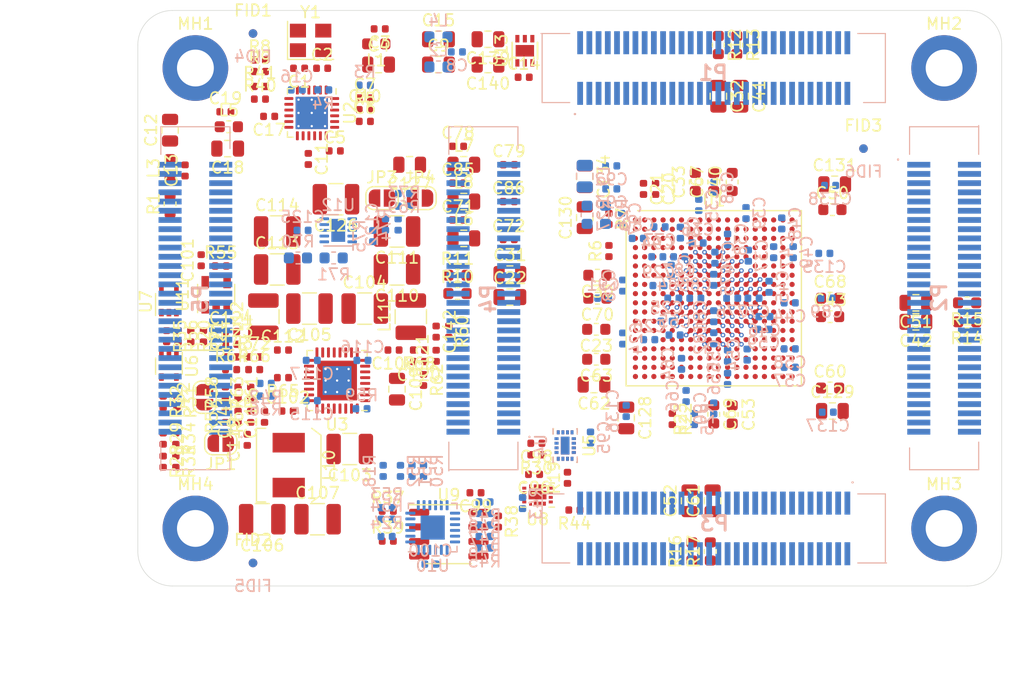
<source format=kicad_pcb>
(kicad_pcb (version 20171130) (host pcbnew 5.1.6)
  (layers (0 F.Cu signal) (1 In1.Cu power) (2 In2.Cu mixed) (3 In3.Cu mixed) (4 In4.Cu power) (31 B.Cu signal) (34 B.Paste user) (35 F.Paste user) (36 B.SilkS user hide) (37 F.SilkS user hide) (38 B.Mask user) (39 F.Mask user hide) (44 Edge.Cuts user))
  (net 0 "")
  (net 1 GND)
  (net 2 "/Clock and SERDES/XIN")
  (net 3 "/Clock and SERDES/XOUT")
  (net 4 +2V5)
  (net 5 "Net-(C4-Pad1)")
  (net 6 "Net-(C10-Pad1)")
  (net 7 "Net-(C11-Pad1)")
  (net 8 "Net-(C15-Pad1)")
  (net 9 "Net-(C17-Pad1)")
  (net 10 "/Clock and SERDES/TXC_P")
  (net 11 "/Clock and SERDES/TXC_N")
  (net 12 VIO_N1)
  (net 13 VIO_E1)
  (net 14 VIO_N2)
  (net 15 VIO_E2)
  (net 16 VIO_W1)
  (net 17 VIO_S1)
  (net 18 VIO_W2)
  (net 19 VIO_S2)
  (net 20 +1V0)
  (net 21 "Net-(C72-Pad1)")
  (net 22 "Net-(C79-Pad1)")
  (net 23 "Net-(C86-Pad1)")
  (net 24 "Net-(R3-Pad2)")
  (net 25 CLKI_P)
  (net 26 CLKI_N)
  (net 27 "/Clock and SERDES/CLK_P")
  (net 28 "/Clock and SERDES/CLK_N")
  (net 29 "Net-(R7-Pad2)")
  (net 30 CLKSEL)
  (net 31 CLKSDOE)
  (net 32 "Net-(C97-Pad1)")
  (net 33 "Net-(C101-Pad1)")
  (net 34 V_IN)
  (net 35 CFG_FAILED_N)
  (net 36 "Net-(R19-Pad2)")
  (net 37 JTAG_TMS)
  (net 38 JTAG_TDI)
  (net 39 "Net-(R22-Pad1)")
  (net 40 JTAG_TCK)
  (net 41 "/Configuration and Control/POR_EN")
  (net 42 "Net-(R25-Pad2)")
  (net 43 "Net-(R28-Pad1)")
  (net 44 "Net-(R30-Pad1)")
  (net 45 "Net-(R33-Pad1)")
  (net 46 "Net-(R35-Pad2)")
  (net 47 "Net-(R36-Pad2)")
  (net 48 "/Configuration and Control/NOR_CS_N")
  (net 49 "/Configuration and Control/NOR_D3")
  (net 50 "/Configuration and Control/NOR_D2")
  (net 51 SCL)
  (net 52 SDA)
  (net 53 "Net-(R42-Pad2)")
  (net 54 "/Configuration and Control/SPI_SEL3")
  (net 55 "/Configuration and Control/SPI_SEL2")
  (net 56 "/Configuration and Control/SPI_SEL1")
  (net 57 "/Configuration and Control/SPI_SEL0")
  (net 58 "/Configuration and Control/CFG_MD3")
  (net 59 "/Configuration and Control/CFG_MD2")
  (net 60 "/Configuration and Control/CFG_MD1")
  (net 61 "/Configuration and Control/CFG_MD0")
  (net 62 "/Configuration and Control/RFU1")
  (net 63 "/Configuration and Control/RFU0")
  (net 64 MR_N)
  (net 65 POR_N)
  (net 66 OFF_N)
  (net 67 "Net-(U1-PadD4)")
  (net 68 CFG_DONE)
  (net 69 "/Configuration and Control/GM_SPI_CS_N")
  (net 70 "/Configuration and Control/GM_SPI_CLK")
  (net 71 "/Configuration and Control/GM_SPI_D0")
  (net 72 "/Configuration and Control/GM_SPI_D1")
  (net 73 "/Configuration and Control/GM_SPI_D3")
  (net 74 "/Configuration and Control/GM_SPI_D2")
  (net 75 "Net-(U4-Pad9)")
  (net 76 "Net-(U4-Pad6)")
  (net 77 "Net-(U4-Pad1)")
  (net 78 "Net-(U4-Pad14)")
  (net 79 "/Configuration and Control/NOR_D1")
  (net 80 "/Configuration and Control/NOR_D0")
  (net 81 "/Configuration and Control/NOR_CLK")
  (net 82 "Net-(U8-Pad6)")
  (net 83 "Net-(U8-Pad1)")
  (net 84 IO_E2_A1)
  (net 85 IO_E2_A3)
  (net 86 IO_E2_A4)
  (net 87 IO_E2_A6)
  (net 88 IO_E2_B6)
  (net 89 IO_E2_B1)
  (net 90 IO_E2_B3)
  (net 91 IO_E2_B4)
  (net 92 IO_E2_B5)
  (net 93 IO_E2_A7)
  (net 94 IO_E2_B0)
  (net 95 IO_E2_B2)
  (net 96 IO_E2_A5)
  (net 97 IO_E2_B7)
  (net 98 IO_E2_A0)
  (net 99 IO_E2_A2)
  (net 100 IO_N2_A8)
  (net 101 IO_N2_B8)
  (net 102 IO_E2_A8)
  (net 103 IO_E2_B8)
  (net 104 IO_N2_A6)
  (net 105 IO_N2_B6)
  (net 106 IO_N2_B7)
  (net 107 IO_N2_A7)
  (net 108 IO_N2_A4)
  (net 109 IO_N2_B4)
  (net 110 IO_N2_B5)
  (net 111 IO_N2_A5)
  (net 112 IO_N2_A2)
  (net 113 IO_N2_B2)
  (net 114 IO_N2_B3)
  (net 115 IO_N2_A3)
  (net 116 IO_N2_A0)
  (net 117 IO_N2_B0)
  (net 118 IO_N2_B1)
  (net 119 IO_N2_A1)
  (net 120 IO_N1_A7)
  (net 121 IO_N1_B7)
  (net 122 IO_N1_B8)
  (net 123 IO_N1_A8)
  (net 124 IO_N1_A5)
  (net 125 IO_N1_B5)
  (net 126 IO_N1_B6)
  (net 127 IO_N1_A6)
  (net 128 IO_N1_A4)
  (net 129 IO_N1_B4)
  (net 130 IO_N1_B3)
  (net 131 IO_N1_A3)
  (net 132 IO_N1_A1)
  (net 133 IO_N1_B1)
  (net 134 IO_N1_B2)
  (net 135 IO_N1_A2)
  (net 136 IO_N1_A0)
  (net 137 IO_N1_B0)
  (net 138 IO_E1_B8)
  (net 139 IO_E1_A8)
  (net 140 IO_E1_B7)
  (net 141 IO_E1_B6)
  (net 142 IO_E1_A7)
  (net 143 IO_E1_A6)
  (net 144 IO_E1_B5)
  (net 145 IO_E1_B4)
  (net 146 IO_E1_A5)
  (net 147 IO_E1_A4)
  (net 148 IO_E1_B3)
  (net 149 IO_E1_B2)
  (net 150 IO_E1_A3)
  (net 151 IO_E1_A2)
  (net 152 IO_E1_B1)
  (net 153 IO_E1_B0)
  (net 154 IO_E1_A1)
  (net 155 IO_E1_A0)
  (net 156 IO_S2_A5)
  (net 157 IO_S2_B5)
  (net 158 IO_S2_A7)
  (net 159 IO_S2_A8)
  (net 160 IO_S2_B3)
  (net 161 IO_S2_B4)
  (net 162 IO_S2_B7)
  (net 163 IO_S2_B8)
  (net 164 IO_S2_A3)
  (net 165 IO_S2_A4)
  (net 166 IO_S2_B6)
  (net 167 IO_S2_B2)
  (net 168 IO_S2_A2)
  (net 169 IO_S2_A6)
  (net 170 IO_S1_A8)
  (net 171 IO_S1_B8)
  (net 172 IO_S2_B0)
  (net 173 IO_S2_A0)
  (net 174 IO_S1_A7)
  (net 175 IO_S1_B7)
  (net 176 IO_S1_B6)
  (net 177 IO_S1_A6)
  (net 178 IO_S1_A5)
  (net 179 IO_S1_B5)
  (net 180 IO_S1_B4)
  (net 181 IO_S1_A4)
  (net 182 IO_S1_A3)
  (net 183 IO_S1_B3)
  (net 184 IO_S1_B2)
  (net 185 IO_S1_A2)
  (net 186 IO_S1_A1)
  (net 187 IO_S1_B1)
  (net 188 IO_S1_B0)
  (net 189 IO_S1_A0)
  (net 190 IO_W1_A3)
  (net 191 IO_W1_B3)
  (net 192 IO_W1_A1)
  (net 193 IO_W1_B4)
  (net 194 IO_W1_B6)
  (net 195 IO_W1_B8)
  (net 196 IO_W2_B2)
  (net 197 IO_W2_B4)
  (net 198 IO_W2_B6)
  (net 199 IO_W2_B8)
  (net 200 IO_W1_B1)
  (net 201 IO_W1_A4)
  (net 202 IO_W1_A6)
  (net 203 IO_W1_A8)
  (net 204 IO_W2_A2)
  (net 205 IO_W2_A4)
  (net 206 IO_W2_A6)
  (net 207 IO_W2_A8)
  (net 208 IO_W1_A0)
  (net 209 IO_W1_A2)
  (net 210 IO_W1_A5)
  (net 211 IO_W1_A7)
  (net 212 IO_W2_A0)
  (net 213 IO_W2_A1)
  (net 214 IO_W2_A3)
  (net 215 IO_W2_A5)
  (net 216 IO_W2_A7)
  (net 217 IO_W1_B0)
  (net 218 IO_W1_B2)
  (net 219 IO_W1_B5)
  (net 220 IO_W1_B7)
  (net 221 IO_W2_B0)
  (net 222 IO_W2_B1)
  (net 223 IO_W2_B3)
  (net 224 IO_W2_B5)
  (net 225 IO_W2_B7)
  (net 226 IO_S2_A1)
  (net 227 IO_S2_B1)
  (net 228 "/Clock and SERDES/VDD_PLL")
  (net 229 V_1P0_A)
  (net 230 VDD_CLK)
  (net 231 "/Power Converter/V_1P5")
  (net 232 "/Power Converter/COMP1")
  (net 233 "Net-(C119-Pad2)")
  (net 234 "/Power Converter/COMP2")
  (net 235 "Net-(C121-Pad2)")
  (net 236 "Net-(C122-Pad2)")
  (net 237 "/Power Converter/COMP3")
  (net 238 "Net-(C124-Pad2)")
  (net 239 "Net-(C125-Pad1)")
  (net 240 "Net-(JP1-Pad2)")
  (net 241 "Net-(JP2-Pad2)")
  (net 242 "Net-(JP3-Pad2)")
  (net 243 "Net-(JP4-Pad2)")
  (net 244 "Net-(R65-Pad1)")
  (net 245 "Net-(R70-Pad1)")
  (net 246 "/Power Converter/BST1")
  (net 247 "/Power Converter/LX1")
  (net 248 "/Power Converter/BST2")
  (net 249 "/Power Converter/LX2")
  (net 250 "/Power Converter/BST3")
  (net 251 "/Power Converter/LX3")
  (net 252 "/Power Converter/FB1")
  (net 253 "/Power Converter/FB2")
  (net 254 "/Power Converter/FB3")
  (net 255 "/Power Converter/SS1")
  (net 256 "/Power Converter/SS2")
  (net 257 "/Power Converter/SS3")
  (net 258 CLK4_P)
  (net 259 CLK3_P)
  (net 260 CLK4_N)
  (net 261 CLK3_N)
  (net 262 TX_P)
  (net 263 TX_N)
  (net 264 JTAG_TDO)
  (net 265 SPI_FWD)
  (net 266 SPI_D0)
  (net 267 SPI_D1)
  (net 268 SPI_CS_N)
  (net 269 SPI_CLK)
  (net 270 SPI_D2)
  (net 271 SPI_D3)
  (net 272 RX_N)
  (net 273 RX_P)
  (net 274 RST_N)
  (net 275 CLK2_N)
  (net 276 CLK2_P)
  (net 277 VCLK)
  (module Package_BGA:BGA-320_15.0x15.0mm_Layout18x18_P0.8mm (layer F.Cu) (at 140 105)
    (fp_text reference U1 (at 0 -8.5) (layer F.SilkS))
    (fp_text value CCGM1A1)
    (pad V18 smd circle (at 6.8 6.8) (size 0.45 0.45) (layers F.Cu F.Paste F.Mask) (net 1 GND))
    (pad V17 smd circle (at 6 6.8) (size 0.45 0.45) (layers F.Cu F.Paste F.Mask) (net 160 IO_S2_B3))
    (pad V16 smd circle (at 5.2 6.8) (size 0.45 0.45) (layers F.Cu F.Paste F.Mask) (net 164 IO_S2_A3))
    (pad V15 smd circle (at 4.4 6.8) (size 0.45 0.45) (layers F.Cu F.Paste F.Mask) (net 226 IO_S2_A1))
    (pad V14 smd circle (at 3.6 6.8) (size 0.45 0.45) (layers F.Cu F.Paste F.Mask) (net 170 IO_S1_A8))
    (pad V13 smd circle (at 2.8 6.8) (size 0.45 0.45) (layers F.Cu F.Paste F.Mask) (net 174 IO_S1_A7))
    (pad V12 smd circle (at 2 6.8) (size 0.45 0.45) (layers F.Cu F.Paste F.Mask) (net 178 IO_S1_A5))
    (pad V11 smd circle (at 1.2 6.8) (size 0.45 0.45) (layers F.Cu F.Paste F.Mask) (net 1 GND))
    (pad V10 smd circle (at 0.4 6.8) (size 0.45 0.45) (layers F.Cu F.Paste F.Mask) (net 182 IO_S1_A3))
    (pad V9 smd circle (at -0.4 6.8) (size 0.45 0.45) (layers F.Cu F.Paste F.Mask) (net 186 IO_S1_A1))
    (pad V8 smd circle (at -1.2 6.8) (size 0.45 0.45) (layers F.Cu F.Paste F.Mask) (net 69 "/Configuration and Control/GM_SPI_CS_N"))
    (pad V7 smd circle (at -2 6.8) (size 0.45 0.45) (layers F.Cu F.Paste F.Mask) (net 73 "/Configuration and Control/GM_SPI_D3"))
    (pad V6 smd circle (at -2.8 6.8) (size 0.45 0.45) (layers F.Cu F.Paste F.Mask) (net 1 GND))
    (pad V5 smd circle (at -3.6 6.8) (size 0.45 0.45) (layers F.Cu F.Paste F.Mask) (net 39 "Net-(R22-Pad1)"))
    (pad V4 smd circle (at -4.4 6.8) (size 0.45 0.45) (layers F.Cu F.Paste F.Mask) (net 41 "/Configuration and Control/POR_EN"))
    (pad V3 smd circle (at -5.2 6.8) (size 0.45 0.45) (layers F.Cu F.Paste F.Mask) (net 68 CFG_DONE))
    (pad V2 smd circle (at -6 6.8) (size 0.45 0.45) (layers F.Cu F.Paste F.Mask) (net 35 CFG_FAILED_N))
    (pad V1 smd circle (at -6.8 6.8) (size 0.45 0.45) (layers F.Cu F.Paste F.Mask) (net 1 GND))
    (pad U18 smd circle (at 6.8 6) (size 0.45 0.45) (layers F.Cu F.Paste F.Mask) (net 156 IO_S2_A5))
    (pad U17 smd circle (at 6 6) (size 0.45 0.45) (layers F.Cu F.Paste F.Mask) (net 19 VIO_S2))
    (pad U16 smd circle (at 5.2 6) (size 0.45 0.45) (layers F.Cu F.Paste F.Mask) (net 1 GND))
    (pad U15 smd circle (at 4.4 6) (size 0.45 0.45) (layers F.Cu F.Paste F.Mask) (net 227 IO_S2_B1))
    (pad U14 smd circle (at 3.6 6) (size 0.45 0.45) (layers F.Cu F.Paste F.Mask) (net 171 IO_S1_B8))
    (pad U13 smd circle (at 2.8 6) (size 0.45 0.45) (layers F.Cu F.Paste F.Mask) (net 175 IO_S1_B7))
    (pad U12 smd circle (at 2 6) (size 0.45 0.45) (layers F.Cu F.Paste F.Mask) (net 179 IO_S1_B5))
    (pad U11 smd circle (at 1.2 6) (size 0.45 0.45) (layers F.Cu F.Paste F.Mask) (net 17 VIO_S1))
    (pad U10 smd circle (at 0.4 6) (size 0.45 0.45) (layers F.Cu F.Paste F.Mask) (net 183 IO_S1_B3))
    (pad U9 smd circle (at -0.4 6) (size 0.45 0.45) (layers F.Cu F.Paste F.Mask) (net 187 IO_S1_B1))
    (pad U8 smd circle (at -1.2 6) (size 0.45 0.45) (layers F.Cu F.Paste F.Mask) (net 70 "/Configuration and Control/GM_SPI_CLK"))
    (pad U7 smd circle (at -2 6) (size 0.45 0.45) (layers F.Cu F.Paste F.Mask) (net 74 "/Configuration and Control/GM_SPI_D2"))
    (pad U6 smd circle (at -2.8 6) (size 0.45 0.45) (layers F.Cu F.Paste F.Mask) (net 4 +2V5))
    (pad U5 smd circle (at -3.6 6) (size 0.45 0.45) (layers F.Cu F.Paste F.Mask) (net 37 JTAG_TMS))
    (pad U4 smd circle (at -4.4 6) (size 0.45 0.45) (layers F.Cu F.Paste F.Mask) (net 1 GND))
    (pad U3 smd circle (at -5.2 6) (size 0.45 0.45) (layers F.Cu F.Paste F.Mask) (net 4 +2V5))
    (pad U2 smd circle (at -6 6) (size 0.45 0.45) (layers F.Cu F.Paste F.Mask) (net 58 "/Configuration and Control/CFG_MD3"))
    (pad U1 smd circle (at -6.8 6) (size 0.45 0.45) (layers F.Cu F.Paste F.Mask) (net 59 "/Configuration and Control/CFG_MD2"))
    (pad T18 smd circle (at 6.8 5.2) (size 0.45 0.45) (layers F.Cu F.Paste F.Mask) (net 157 IO_S2_B5))
    (pad T17 smd circle (at 6 5.2) (size 0.45 0.45) (layers F.Cu F.Paste F.Mask) (net 161 IO_S2_B4))
    (pad T16 smd circle (at 5.2 5.2) (size 0.45 0.45) (layers F.Cu F.Paste F.Mask) (net 165 IO_S2_A4))
    (pad T15 smd circle (at 4.4 5.2) (size 0.45 0.45) (layers F.Cu F.Paste F.Mask) (net 167 IO_S2_B2))
    (pad T14 smd circle (at 3.6 5.2) (size 0.45 0.45) (layers F.Cu F.Paste F.Mask) (net 172 IO_S2_B0))
    (pad T13 smd circle (at 2.8 5.2) (size 0.45 0.45) (layers F.Cu F.Paste F.Mask) (net 176 IO_S1_B6))
    (pad T12 smd circle (at 2 5.2) (size 0.45 0.45) (layers F.Cu F.Paste F.Mask) (net 180 IO_S1_B4))
    (pad T11 smd circle (at 1.2 5.2) (size 0.45 0.45) (layers F.Cu F.Paste F.Mask) (net 1 GND))
    (pad T10 smd circle (at 0.4 5.2) (size 0.45 0.45) (layers F.Cu F.Paste F.Mask) (net 184 IO_S1_B2))
    (pad T9 smd circle (at -0.4 5.2) (size 0.45 0.45) (layers F.Cu F.Paste F.Mask) (net 188 IO_S1_B0))
    (pad T8 smd circle (at -1.2 5.2) (size 0.45 0.45) (layers F.Cu F.Paste F.Mask) (net 71 "/Configuration and Control/GM_SPI_D0"))
    (pad T7 smd circle (at -2 5.2) (size 0.45 0.45) (layers F.Cu F.Paste F.Mask) (net 42 "Net-(R25-Pad2)"))
    (pad T6 smd circle (at -2.8 5.2) (size 0.45 0.45) (layers F.Cu F.Paste F.Mask) (net 1 GND))
    (pad T5 smd circle (at -3.6 5.2) (size 0.45 0.45) (layers F.Cu F.Paste F.Mask) (net 38 JTAG_TDI))
    (pad T4 smd circle (at -4.4 5.2) (size 0.45 0.45) (layers F.Cu F.Paste F.Mask) (net 60 "/Configuration and Control/CFG_MD1"))
    (pad T3 smd circle (at -5.2 5.2) (size 0.45 0.45) (layers F.Cu F.Paste F.Mask) (net 61 "/Configuration and Control/CFG_MD0"))
    (pad T2 smd circle (at -6 5.2) (size 0.45 0.45) (layers F.Cu F.Paste F.Mask) (net 208 IO_W1_A0))
    (pad T1 smd circle (at -6.8 5.2) (size 0.45 0.45) (layers F.Cu F.Paste F.Mask) (net 217 IO_W1_B0))
    (pad R18 smd circle (at 6.8 4.4) (size 0.45 0.45) (layers F.Cu F.Paste F.Mask) (net 1 GND))
    (pad R17 smd circle (at 6 4.4) (size 0.45 0.45) (layers F.Cu F.Paste F.Mask) (net 19 VIO_S2))
    (pad R16 smd circle (at 5.2 4.4) (size 0.45 0.45) (layers F.Cu F.Paste F.Mask) (net 1 GND))
    (pad R15 smd circle (at 4.4 4.4) (size 0.45 0.45) (layers F.Cu F.Paste F.Mask) (net 168 IO_S2_A2))
    (pad R14 smd circle (at 3.6 4.4) (size 0.45 0.45) (layers F.Cu F.Paste F.Mask) (net 173 IO_S2_A0))
    (pad R13 smd circle (at 2.8 4.4) (size 0.45 0.45) (layers F.Cu F.Paste F.Mask) (net 177 IO_S1_A6))
    (pad R12 smd circle (at 2 4.4) (size 0.45 0.45) (layers F.Cu F.Paste F.Mask) (net 181 IO_S1_A4))
    (pad R11 smd circle (at 1.2 4.4) (size 0.45 0.45) (layers F.Cu F.Paste F.Mask) (net 17 VIO_S1))
    (pad R10 smd circle (at 0.4 4.4) (size 0.45 0.45) (layers F.Cu F.Paste F.Mask) (net 185 IO_S1_A2))
    (pad R9 smd circle (at -0.4 4.4) (size 0.45 0.45) (layers F.Cu F.Paste F.Mask) (net 189 IO_S1_A0))
    (pad R8 smd circle (at -1.2 4.4) (size 0.45 0.45) (layers F.Cu F.Paste F.Mask) (net 72 "/Configuration and Control/GM_SPI_D1"))
    (pad R7 smd circle (at -2 4.4) (size 0.45 0.45) (layers F.Cu F.Paste F.Mask) (net 40 JTAG_TCK))
    (pad R6 smd circle (at -2.8 4.4) (size 0.45 0.45) (layers F.Cu F.Paste F.Mask) (net 4 +2V5))
    (pad R5 smd circle (at -3.6 4.4) (size 0.45 0.45) (layers F.Cu F.Paste F.Mask) (net 190 IO_W1_A3))
    (pad R4 smd circle (at -4.4 4.4) (size 0.45 0.45) (layers F.Cu F.Paste F.Mask) (net 192 IO_W1_A1))
    (pad R3 smd circle (at -5.2 4.4) (size 0.45 0.45) (layers F.Cu F.Paste F.Mask) (net 200 IO_W1_B1))
    (pad R2 smd circle (at -6 4.4) (size 0.45 0.45) (layers F.Cu F.Paste F.Mask) (net 209 IO_W1_A2))
    (pad R1 smd circle (at -6.8 4.4) (size 0.45 0.45) (layers F.Cu F.Paste F.Mask) (net 218 IO_W1_B2))
    (pad P18 smd circle (at 6.8 3.6) (size 0.45 0.45) (layers F.Cu F.Paste F.Mask) (net 158 IO_S2_A7))
    (pad P17 smd circle (at 6 3.6) (size 0.45 0.45) (layers F.Cu F.Paste F.Mask) (net 162 IO_S2_B7))
    (pad P16 smd circle (at 5.2 3.6) (size 0.45 0.45) (layers F.Cu F.Paste F.Mask) (net 166 IO_S2_B6))
    (pad P15 smd circle (at 4.4 3.6) (size 0.45 0.45) (layers F.Cu F.Paste F.Mask) (net 169 IO_S2_A6))
    (pad P14 smd circle (at 3.6 3.6) (size 0.45 0.45) (layers F.Cu F.Paste F.Mask) (net 1 GND))
    (pad P13 smd circle (at 2.8 3.6) (size 0.45 0.45) (layers F.Cu F.Paste F.Mask) (net 19 VIO_S2))
    (pad P12 smd circle (at 2 3.6) (size 0.45 0.45) (layers F.Cu F.Paste F.Mask) (net 17 VIO_S1))
    (pad P11 smd circle (at 1.2 3.6) (size 0.45 0.45) (layers F.Cu F.Paste F.Mask) (net 1 GND))
    (pad P10 smd circle (at 0.4 3.6) (size 0.45 0.45) (layers F.Cu F.Paste F.Mask) (net 17 VIO_S1))
    (pad P9 smd circle (at -0.4 3.6) (size 0.45 0.45) (layers F.Cu F.Paste F.Mask) (net 1 GND))
    (pad P8 smd circle (at -1.2 3.6) (size 0.45 0.45) (layers F.Cu F.Paste F.Mask) (net 4 +2V5))
    (pad P7 smd circle (at -2 3.6) (size 0.45 0.45) (layers F.Cu F.Paste F.Mask) (net 1 GND))
    (pad P6 smd circle (at -2.8 3.6) (size 0.45 0.45) (layers F.Cu F.Paste F.Mask) (net 1 GND))
    (pad P5 smd circle (at -3.6 3.6) (size 0.45 0.45) (layers F.Cu F.Paste F.Mask) (net 191 IO_W1_B3))
    (pad P4 smd circle (at -4.4 3.6) (size 0.45 0.45) (layers F.Cu F.Paste F.Mask) (net 16 VIO_W1))
    (pad P3 smd circle (at -5.2 3.6) (size 0.45 0.45) (layers F.Cu F.Paste F.Mask) (net 1 GND))
    (pad P2 smd circle (at -6 3.6) (size 0.45 0.45) (layers F.Cu F.Paste F.Mask) (net 16 VIO_W1))
    (pad P1 smd circle (at -6.8 3.6) (size 0.45 0.45) (layers F.Cu F.Paste F.Mask) (net 1 GND))
    (pad N18 smd circle (at 6.8 2.8) (size 0.45 0.45) (layers F.Cu F.Paste F.Mask) (net 159 IO_S2_A8))
    (pad N17 smd circle (at 6 2.8) (size 0.45 0.45) (layers F.Cu F.Paste F.Mask) (net 163 IO_S2_B8))
    (pad N16 smd circle (at 5.2 2.8) (size 0.45 0.45) (layers F.Cu F.Paste F.Mask) (net 153 IO_E1_B0))
    (pad N15 smd circle (at 4.4 2.8) (size 0.45 0.45) (layers F.Cu F.Paste F.Mask) (net 155 IO_E1_A0))
    (pad N14 smd circle (at 3.6 2.8) (size 0.45 0.45) (layers F.Cu F.Paste F.Mask) (net 19 VIO_S2))
    (pad N12 smd circle (at 2 2.8) (size 0.45 0.45) (layers F.Cu F.Paste F.Mask) (net 1 GND))
    (pad N11 smd circle (at 1.2 2.8) (size 0.45 0.45) (layers F.Cu F.Paste F.Mask) (net 17 VIO_S1))
    (pad N10 smd circle (at 0.4 2.8) (size 0.45 0.45) (layers F.Cu F.Paste F.Mask) (net 1 GND))
    (pad N9 smd circle (at -0.4 2.8) (size 0.45 0.45) (layers F.Cu F.Paste F.Mask) (net 20 +1V0))
    (pad N8 smd circle (at -1.2 2.8) (size 0.45 0.45) (layers F.Cu F.Paste F.Mask) (net 1 GND))
    (pad N7 smd circle (at -2 2.8) (size 0.45 0.45) (layers F.Cu F.Paste F.Mask) (net 4 +2V5))
    (pad N5 smd circle (at -3.6 2.8) (size 0.45 0.45) (layers F.Cu F.Paste F.Mask) (net 1 GND))
    (pad N4 smd circle (at -4.4 2.8) (size 0.45 0.45) (layers F.Cu F.Paste F.Mask) (net 193 IO_W1_B4))
    (pad N3 smd circle (at -5.2 2.8) (size 0.45 0.45) (layers F.Cu F.Paste F.Mask) (net 201 IO_W1_A4))
    (pad N2 smd circle (at -6 2.8) (size 0.45 0.45) (layers F.Cu F.Paste F.Mask) (net 210 IO_W1_A5))
    (pad N1 smd circle (at -6.8 2.8) (size 0.45 0.45) (layers F.Cu F.Paste F.Mask) (net 219 IO_W1_B5))
    (pad M18 smd circle (at 6.8 2) (size 0.45 0.45) (layers F.Cu F.Paste F.Mask) (net 151 IO_E1_A2))
    (pad M17 smd circle (at 6 2) (size 0.45 0.45) (layers F.Cu F.Paste F.Mask) (net 149 IO_E1_B2))
    (pad M16 smd circle (at 5.2 2) (size 0.45 0.45) (layers F.Cu F.Paste F.Mask) (net 152 IO_E1_B1))
    (pad M15 smd circle (at 4.4 2) (size 0.45 0.45) (layers F.Cu F.Paste F.Mask) (net 154 IO_E1_A1))
    (pad M14 smd circle (at 3.6 2) (size 0.45 0.45) (layers F.Cu F.Paste F.Mask) (net 13 VIO_E1))
    (pad M13 smd circle (at 2.8 2) (size 0.45 0.45) (layers F.Cu F.Paste F.Mask) (net 19 VIO_S2))
    (pad M12 smd circle (at 2 2) (size 0.45 0.45) (layers F.Cu F.Paste F.Mask) (net 20 +1V0))
    (pad M11 smd circle (at 1.2 2) (size 0.45 0.45) (layers F.Cu F.Paste F.Mask) (net 1 GND))
    (pad M10 smd circle (at 0.4 2) (size 0.45 0.45) (layers F.Cu F.Paste F.Mask) (net 20 +1V0))
    (pad M9 smd circle (at -0.4 2) (size 0.45 0.45) (layers F.Cu F.Paste F.Mask) (net 1 GND))
    (pad M8 smd circle (at -1.2 2) (size 0.45 0.45) (layers F.Cu F.Paste F.Mask) (net 20 +1V0))
    (pad M7 smd circle (at -2 2) (size 0.45 0.45) (layers F.Cu F.Paste F.Mask) (net 1 GND))
    (pad M6 smd circle (at -2.8 2) (size 0.45 0.45) (layers F.Cu F.Paste F.Mask) (net 16 VIO_W1))
    (pad M5 smd circle (at -3.6 2) (size 0.45 0.45) (layers F.Cu F.Paste F.Mask) (net 16 VIO_W1))
    (pad M4 smd circle (at -4.4 2) (size 0.45 0.45) (layers F.Cu F.Paste F.Mask) (net 194 IO_W1_B6))
    (pad M3 smd circle (at -5.2 2) (size 0.45 0.45) (layers F.Cu F.Paste F.Mask) (net 202 IO_W1_A6))
    (pad M2 smd circle (at -6 2) (size 0.45 0.45) (layers F.Cu F.Paste F.Mask) (net 211 IO_W1_A7))
    (pad M1 smd circle (at -6.8 2) (size 0.45 0.45) (layers F.Cu F.Paste F.Mask) (net 220 IO_W1_B7))
    (pad L18 smd circle (at 6.8 1.2) (size 0.45 0.45) (layers F.Cu F.Paste F.Mask) (net 147 IO_E1_A4))
    (pad L17 smd circle (at 6 1.2) (size 0.45 0.45) (layers F.Cu F.Paste F.Mask) (net 145 IO_E1_B4))
    (pad L16 smd circle (at 5.2 1.2) (size 0.45 0.45) (layers F.Cu F.Paste F.Mask) (net 148 IO_E1_B3))
    (pad L15 smd circle (at 4.4 1.2) (size 0.45 0.45) (layers F.Cu F.Paste F.Mask) (net 150 IO_E1_A3))
    (pad L14 smd circle (at 3.6 1.2) (size 0.45 0.45) (layers F.Cu F.Paste F.Mask) (net 1 GND))
    (pad L13 smd circle (at 2.8 1.2) (size 0.45 0.45) (layers F.Cu F.Paste F.Mask) (net 13 VIO_E1))
    (pad L12 smd circle (at 2 1.2) (size 0.45 0.45) (layers F.Cu F.Paste F.Mask) (net 1 GND))
    (pad L11 smd circle (at 1.2 1.2) (size 0.45 0.45) (layers F.Cu F.Paste F.Mask) (net 20 +1V0))
    (pad L10 smd circle (at 0.4 1.2) (size 0.45 0.45) (layers F.Cu F.Paste F.Mask) (net 1 GND))
    (pad L9 smd circle (at -0.4 1.2) (size 0.45 0.45) (layers F.Cu F.Paste F.Mask) (net 20 +1V0))
    (pad L8 smd circle (at -1.2 1.2) (size 0.45 0.45) (layers F.Cu F.Paste F.Mask) (net 1 GND))
    (pad L7 smd circle (at -2 1.2) (size 0.45 0.45) (layers F.Cu F.Paste F.Mask) (net 20 +1V0))
    (pad L6 smd circle (at -2.8 1.2) (size 0.45 0.45) (layers F.Cu F.Paste F.Mask) (net 1 GND))
    (pad L5 smd circle (at -3.6 1.2) (size 0.45 0.45) (layers F.Cu F.Paste F.Mask) (net 16 VIO_W1))
    (pad L4 smd circle (at -4.4 1.2) (size 0.45 0.45) (layers F.Cu F.Paste F.Mask) (net 195 IO_W1_B8))
    (pad L3 smd circle (at -5.2 1.2) (size 0.45 0.45) (layers F.Cu F.Paste F.Mask) (net 203 IO_W1_A8))
    (pad L2 smd circle (at -6 1.2) (size 0.45 0.45) (layers F.Cu F.Paste F.Mask) (net 212 IO_W2_A0))
    (pad L1 smd circle (at -6.8 1.2) (size 0.45 0.45) (layers F.Cu F.Paste F.Mask) (net 221 IO_W2_B0))
    (pad K18 smd circle (at 6.8 0.4) (size 0.45 0.45) (layers F.Cu F.Paste F.Mask) (net 1 GND))
    (pad K17 smd circle (at 6 0.4) (size 0.45 0.45) (layers F.Cu F.Paste F.Mask) (net 13 VIO_E1))
    (pad K16 smd circle (at 5.2 0.4) (size 0.45 0.45) (layers F.Cu F.Paste F.Mask) (net 1 GND))
    (pad K15 smd circle (at 4.4 0.4) (size 0.45 0.45) (layers F.Cu F.Paste F.Mask) (net 13 VIO_E1))
    (pad K14 smd circle (at 3.6 0.4) (size 0.45 0.45) (layers F.Cu F.Paste F.Mask) (net 1 GND))
    (pad K13 smd circle (at 2.8 0.4) (size 0.45 0.45) (layers F.Cu F.Paste F.Mask) (net 1 GND))
    (pad K12 smd circle (at 2 0.4) (size 0.45 0.45) (layers F.Cu F.Paste F.Mask) (net 20 +1V0))
    (pad K11 smd circle (at 1.2 0.4) (size 0.45 0.45) (layers F.Cu F.Paste F.Mask) (net 1 GND))
    (pad K10 smd circle (at 0.4 0.4) (size 0.45 0.45) (layers F.Cu F.Paste F.Mask) (net 20 +1V0))
    (pad K9 smd circle (at -0.4 0.4) (size 0.45 0.45) (layers F.Cu F.Paste F.Mask) (net 1 GND))
    (pad K8 smd circle (at -1.2 0.4) (size 0.45 0.45) (layers F.Cu F.Paste F.Mask) (net 20 +1V0))
    (pad K7 smd circle (at -2 0.4) (size 0.45 0.45) (layers F.Cu F.Paste F.Mask) (net 1 GND))
    (pad K6 smd circle (at -2.8 0.4) (size 0.45 0.45) (layers F.Cu F.Paste F.Mask) (net 20 +1V0))
    (pad K5 smd circle (at -3.6 0.4) (size 0.45 0.45) (layers F.Cu F.Paste F.Mask) (net 1 GND))
    (pad K4 smd circle (at -4.4 0.4) (size 0.45 0.45) (layers F.Cu F.Paste F.Mask) (net 196 IO_W2_B2))
    (pad K3 smd circle (at -5.2 0.4) (size 0.45 0.45) (layers F.Cu F.Paste F.Mask) (net 204 IO_W2_A2))
    (pad K2 smd circle (at -6 0.4) (size 0.45 0.45) (layers F.Cu F.Paste F.Mask) (net 213 IO_W2_A1))
    (pad K1 smd circle (at -6.8 0.4) (size 0.45 0.45) (layers F.Cu F.Paste F.Mask) (net 222 IO_W2_B1))
    (pad J18 smd circle (at 6.8 -0.4) (size 0.45 0.45) (layers F.Cu F.Paste F.Mask) (net 143 IO_E1_A6))
    (pad J17 smd circle (at 6 -0.4) (size 0.45 0.45) (layers F.Cu F.Paste F.Mask) (net 141 IO_E1_B6))
    (pad J16 smd circle (at 5.2 -0.4) (size 0.45 0.45) (layers F.Cu F.Paste F.Mask) (net 144 IO_E1_B5))
    (pad J15 smd circle (at 4.4 -0.4) (size 0.45 0.45) (layers F.Cu F.Paste F.Mask) (net 146 IO_E1_A5))
    (pad J14 smd circle (at 3.6 -0.4) (size 0.45 0.45) (layers F.Cu F.Paste F.Mask) (net 13 VIO_E1))
    (pad J13 smd circle (at 2.8 -0.4) (size 0.45 0.45) (layers F.Cu F.Paste F.Mask) (net 20 +1V0))
    (pad J12 smd circle (at 2 -0.4) (size 0.45 0.45) (layers F.Cu F.Paste F.Mask) (net 1 GND))
    (pad J11 smd circle (at 1.2 -0.4) (size 0.45 0.45) (layers F.Cu F.Paste F.Mask) (net 20 +1V0))
    (pad J10 smd circle (at 0.4 -0.4) (size 0.45 0.45) (layers F.Cu F.Paste F.Mask) (net 1 GND))
    (pad J9 smd circle (at -0.4 -0.4) (size 0.45 0.45) (layers F.Cu F.Paste F.Mask) (net 20 +1V0))
    (pad J8 smd circle (at -1.2 -0.4) (size 0.45 0.45) (layers F.Cu F.Paste F.Mask) (net 1 GND))
    (pad J7 smd circle (at -2 -0.4) (size 0.45 0.45) (layers F.Cu F.Paste F.Mask) (net 20 +1V0))
    (pad J6 smd circle (at -2.8 -0.4) (size 0.45 0.45) (layers F.Cu F.Paste F.Mask) (net 1 GND))
    (pad J5 smd circle (at -3.6 -0.4) (size 0.45 0.45) (layers F.Cu F.Paste F.Mask) (net 18 VIO_W2))
    (pad J4 smd circle (at -4.4 -0.4) (size 0.45 0.45) (layers F.Cu F.Paste F.Mask) (net 197 IO_W2_B4))
    (pad J3 smd circle (at -5.2 -0.4) (size 0.45 0.45) (layers F.Cu F.Paste F.Mask) (net 205 IO_W2_A4))
    (pad J2 smd circle (at -6 -0.4) (size 0.45 0.45) (layers F.Cu F.Paste F.Mask) (net 214 IO_W2_A3))
    (pad J1 smd circle (at -6.8 -0.4) (size 0.45 0.45) (layers F.Cu F.Paste F.Mask) (net 223 IO_W2_B3))
    (pad H18 smd circle (at 6.8 -1.2) (size 0.45 0.45) (layers F.Cu F.Paste F.Mask) (net 139 IO_E1_A8))
    (pad H17 smd circle (at 6 -1.2) (size 0.45 0.45) (layers F.Cu F.Paste F.Mask) (net 138 IO_E1_B8))
    (pad H16 smd circle (at 5.2 -1.2) (size 0.45 0.45) (layers F.Cu F.Paste F.Mask) (net 140 IO_E1_B7))
    (pad H15 smd circle (at 4.4 -1.2) (size 0.45 0.45) (layers F.Cu F.Paste F.Mask) (net 142 IO_E1_A7))
    (pad H14 smd circle (at 3.6 -1.2) (size 0.45 0.45) (layers F.Cu F.Paste F.Mask) (net 1 GND))
    (pad H13 smd circle (at 2.8 -1.2) (size 0.45 0.45) (layers F.Cu F.Paste F.Mask) (net 1 GND))
    (pad H12 smd circle (at 2 -1.2) (size 0.45 0.45) (layers F.Cu F.Paste F.Mask) (net 20 +1V0))
    (pad H11 smd circle (at 1.2 -1.2) (size 0.45 0.45) (layers F.Cu F.Paste F.Mask) (net 1 GND))
    (pad H10 smd circle (at 0.4 -1.2) (size 0.45 0.45) (layers F.Cu F.Paste F.Mask) (net 20 +1V0))
    (pad H9 smd circle (at -0.4 -1.2) (size 0.45 0.45) (layers F.Cu F.Paste F.Mask) (net 1 GND))
    (pad H8 smd circle (at -1.2 -1.2) (size 0.45 0.45) (layers F.Cu F.Paste F.Mask) (net 20 +1V0))
    (pad H7 smd circle (at -2 -1.2) (size 0.45 0.45) (layers F.Cu F.Paste F.Mask) (net 1 GND))
    (pad H6 smd circle (at -2.8 -1.2) (size 0.45 0.45) (layers F.Cu F.Paste F.Mask) (net 18 VIO_W2))
    (pad H5 smd circle (at -3.6 -1.2) (size 0.45 0.45) (layers F.Cu F.Paste F.Mask) (net 1 GND))
    (pad H4 smd circle (at -4.4 -1.2) (size 0.45 0.45) (layers F.Cu F.Paste F.Mask) (net 18 VIO_W2))
    (pad H3 smd circle (at -5.2 -1.2) (size 0.45 0.45) (layers F.Cu F.Paste F.Mask) (net 1 GND))
    (pad H2 smd circle (at -6 -1.2) (size 0.45 0.45) (layers F.Cu F.Paste F.Mask) (net 18 VIO_W2))
    (pad H1 smd circle (at -6.8 -1.2) (size 0.45 0.45) (layers F.Cu F.Paste F.Mask) (net 1 GND))
    (pad G18 smd circle (at 6.8 -2) (size 0.45 0.45) (layers F.Cu F.Paste F.Mask) (net 84 IO_E2_A1))
    (pad G17 smd circle (at 6 -2) (size 0.45 0.45) (layers F.Cu F.Paste F.Mask) (net 89 IO_E2_B1))
    (pad G16 smd circle (at 5.2 -2) (size 0.45 0.45) (layers F.Cu F.Paste F.Mask) (net 94 IO_E2_B0))
    (pad G15 smd circle (at 4.4 -2) (size 0.45 0.45) (layers F.Cu F.Paste F.Mask) (net 98 IO_E2_A0))
    (pad G14 smd circle (at 3.6 -2) (size 0.45 0.45) (layers F.Cu F.Paste F.Mask) (net 15 VIO_E2))
    (pad G13 smd circle (at 2.8 -2) (size 0.45 0.45) (layers F.Cu F.Paste F.Mask) (net 15 VIO_E2))
    (pad G12 smd circle (at 2 -2) (size 0.45 0.45) (layers F.Cu F.Paste F.Mask) (net 1 GND))
    (pad G11 smd circle (at 1.2 -2) (size 0.45 0.45) (layers F.Cu F.Paste F.Mask) (net 20 +1V0))
    (pad G10 smd circle (at 0.4 -2) (size 0.45 0.45) (layers F.Cu F.Paste F.Mask) (net 1 GND))
    (pad G9 smd circle (at -0.4 -2) (size 0.45 0.45) (layers F.Cu F.Paste F.Mask) (net 20 +1V0))
    (pad G8 smd circle (at -1.2 -2) (size 0.45 0.45) (layers F.Cu F.Paste F.Mask) (net 1 GND))
    (pad G7 smd circle (at -2 -2) (size 0.45 0.45) (layers F.Cu F.Paste F.Mask) (net 20 +1V0))
    (pad G6 smd circle (at -2.8 -2) (size 0.45 0.45) (layers F.Cu F.Paste F.Mask) (net 1 GND))
    (pad G5 smd circle (at -3.6 -2) (size 0.45 0.45) (layers F.Cu F.Paste F.Mask) (net 18 VIO_W2))
    (pad G4 smd circle (at -4.4 -2) (size 0.45 0.45) (layers F.Cu F.Paste F.Mask) (net 198 IO_W2_B6))
    (pad G3 smd circle (at -5.2 -2) (size 0.45 0.45) (layers F.Cu F.Paste F.Mask) (net 206 IO_W2_A6))
    (pad G2 smd circle (at -6 -2) (size 0.45 0.45) (layers F.Cu F.Paste F.Mask) (net 215 IO_W2_A5))
    (pad G1 smd circle (at -6.8 -2) (size 0.45 0.45) (layers F.Cu F.Paste F.Mask) (net 224 IO_W2_B5))
    (pad F18 smd circle (at 6.8 -2.8) (size 0.45 0.45) (layers F.Cu F.Paste F.Mask) (net 85 IO_E2_A3))
    (pad F17 smd circle (at 6 -2.8) (size 0.45 0.45) (layers F.Cu F.Paste F.Mask) (net 90 IO_E2_B3))
    (pad F16 smd circle (at 5.2 -2.8) (size 0.45 0.45) (layers F.Cu F.Paste F.Mask) (net 95 IO_E2_B2))
    (pad F15 smd circle (at 4.4 -2.8) (size 0.45 0.45) (layers F.Cu F.Paste F.Mask) (net 99 IO_E2_A2))
    (pad F14 smd circle (at 3.6 -2.8) (size 0.45 0.45) (layers F.Cu F.Paste F.Mask) (net 1 GND))
    (pad F12 smd circle (at 2 -2.8) (size 0.45 0.45) (layers F.Cu F.Paste F.Mask) (net 14 VIO_N2))
    (pad F11 smd circle (at 1.2 -2.8) (size 0.45 0.45) (layers F.Cu F.Paste F.Mask) (net 1 GND))
    (pad F10 smd circle (at 0.4 -2.8) (size 0.45 0.45) (layers F.Cu F.Paste F.Mask) (net 20 +1V0))
    (pad F9 smd circle (at -0.4 -2.8) (size 0.45 0.45) (layers F.Cu F.Paste F.Mask) (net 1 GND))
    (pad F8 smd circle (at -1.2 -2.8) (size 0.45 0.45) (layers F.Cu F.Paste F.Mask) (net 12 VIO_N1))
    (pad F7 smd circle (at -2 -2.8) (size 0.45 0.45) (layers F.Cu F.Paste F.Mask) (net 1 GND))
    (pad F5 smd circle (at -3.6 -2.8) (size 0.45 0.45) (layers F.Cu F.Paste F.Mask) (net 1 GND))
    (pad F4 smd circle (at -4.4 -2.8) (size 0.45 0.45) (layers F.Cu F.Paste F.Mask) (net 199 IO_W2_B8))
    (pad F3 smd circle (at -5.2 -2.8) (size 0.45 0.45) (layers F.Cu F.Paste F.Mask) (net 207 IO_W2_A8))
    (pad F2 smd circle (at -6 -2.8) (size 0.45 0.45) (layers F.Cu F.Paste F.Mask) (net 216 IO_W2_A7))
    (pad F1 smd circle (at -6.8 -2.8) (size 0.45 0.45) (layers F.Cu F.Paste F.Mask) (net 225 IO_W2_B7))
    (pad E18 smd circle (at 6.8 -3.6) (size 0.45 0.45) (layers F.Cu F.Paste F.Mask) (net 15 VIO_E2))
    (pad E17 smd circle (at 6 -3.6) (size 0.45 0.45) (layers F.Cu F.Paste F.Mask) (net 1 GND))
    (pad E16 smd circle (at 5.2 -3.6) (size 0.45 0.45) (layers F.Cu F.Paste F.Mask) (net 15 VIO_E2))
    (pad E15 smd circle (at 4.4 -3.6) (size 0.45 0.45) (layers F.Cu F.Paste F.Mask) (net 1 GND))
    (pad E14 smd circle (at 3.6 -3.6) (size 0.45 0.45) (layers F.Cu F.Paste F.Mask) (net 14 VIO_N2))
    (pad E13 smd circle (at 2.8 -3.6) (size 0.45 0.45) (layers F.Cu F.Paste F.Mask) (net 1 GND))
    (pad E12 smd circle (at 2 -3.6) (size 0.45 0.45) (layers F.Cu F.Paste F.Mask) (net 1 GND))
    (pad E11 smd circle (at 1.2 -3.6) (size 0.45 0.45) (layers F.Cu F.Paste F.Mask) (net 14 VIO_N2))
    (pad E10 smd circle (at 0.4 -3.6) (size 0.45 0.45) (layers F.Cu F.Paste F.Mask) (net 1 GND))
    (pad E9 smd circle (at -0.4 -3.6) (size 0.45 0.45) (layers F.Cu F.Paste F.Mask) (net 12 VIO_N1))
    (pad E8 smd circle (at -1.2 -3.6) (size 0.45 0.45) (layers F.Cu F.Paste F.Mask) (net 1 GND))
    (pad E7 smd circle (at -2 -3.6) (size 0.45 0.45) (layers F.Cu F.Paste F.Mask) (net 12 VIO_N1))
    (pad E6 smd circle (at -2.8 -3.6) (size 0.45 0.45) (layers F.Cu F.Paste F.Mask) (net 1 GND))
    (pad E5 smd circle (at -3.6 -3.6) (size 0.45 0.45) (layers F.Cu F.Paste F.Mask) (net 23 "Net-(C86-Pad1)"))
    (pad E4 smd circle (at -4.4 -3.6) (size 0.45 0.45) (layers F.Cu F.Paste F.Mask) (net 230 VDD_CLK))
    (pad E3 smd circle (at -5.2 -3.6) (size 0.45 0.45) (layers F.Cu F.Paste F.Mask) (net 1 GND))
    (pad E2 smd circle (at -6 -3.6) (size 0.45 0.45) (layers F.Cu F.Paste F.Mask) (net 1 GND))
    (pad E1 smd circle (at -6.8 -3.6) (size 0.45 0.45) (layers F.Cu F.Paste F.Mask) (net 28 "/Clock and SERDES/CLK_N"))
    (pad D18 smd circle (at 6.8 -4.4) (size 0.45 0.45) (layers F.Cu F.Paste F.Mask) (net 86 IO_E2_A4))
    (pad D17 smd circle (at 6 -4.4) (size 0.45 0.45) (layers F.Cu F.Paste F.Mask) (net 91 IO_E2_B4))
    (pad D16 smd circle (at 5.2 -4.4) (size 0.45 0.45) (layers F.Cu F.Paste F.Mask) (net 1 GND))
    (pad D15 smd circle (at 4.4 -4.4) (size 0.45 0.45) (layers F.Cu F.Paste F.Mask) (net 100 IO_N2_A8))
    (pad D14 smd circle (at 3.6 -4.4) (size 0.45 0.45) (layers F.Cu F.Paste F.Mask) (net 104 IO_N2_A6))
    (pad D13 smd circle (at 2.8 -4.4) (size 0.45 0.45) (layers F.Cu F.Paste F.Mask) (net 108 IO_N2_A4))
    (pad D12 smd circle (at 2 -4.4) (size 0.45 0.45) (layers F.Cu F.Paste F.Mask) (net 14 VIO_N2))
    (pad D11 smd circle (at 1.2 -4.4) (size 0.45 0.45) (layers F.Cu F.Paste F.Mask) (net 112 IO_N2_A2))
    (pad D10 smd circle (at 0.4 -4.4) (size 0.45 0.45) (layers F.Cu F.Paste F.Mask) (net 116 IO_N2_A0))
    (pad D9 smd circle (at -0.4 -4.4) (size 0.45 0.45) (layers F.Cu F.Paste F.Mask) (net 120 IO_N1_A7))
    (pad D8 smd circle (at -1.2 -4.4) (size 0.45 0.45) (layers F.Cu F.Paste F.Mask) (net 124 IO_N1_A5))
    (pad D7 smd circle (at -2 -4.4) (size 0.45 0.45) (layers F.Cu F.Paste F.Mask) (net 128 IO_N1_A4))
    (pad D6 smd circle (at -2.8 -4.4) (size 0.45 0.45) (layers F.Cu F.Paste F.Mask) (net 1 GND))
    (pad D5 smd circle (at -3.6 -4.4) (size 0.45 0.45) (layers F.Cu F.Paste F.Mask) (net 132 IO_N1_A1))
    (pad D4 smd circle (at -4.4 -4.4) (size 0.45 0.45) (layers F.Cu F.Paste F.Mask) (net 67 "Net-(U1-PadD4)"))
    (pad D3 smd circle (at -5.2 -4.4) (size 0.45 0.45) (layers F.Cu F.Paste F.Mask) (net 1 GND))
    (pad D2 smd circle (at -6 -4.4) (size 0.45 0.45) (layers F.Cu F.Paste F.Mask) (net 27 "/Clock and SERDES/CLK_P"))
    (pad D1 smd circle (at -6.8 -4.4) (size 0.45 0.45) (layers F.Cu F.Paste F.Mask) (net 1 GND))
    (pad C18 smd circle (at 6.8 -5.2) (size 0.45 0.45) (layers F.Cu F.Paste F.Mask) (net 87 IO_E2_A6))
    (pad C17 smd circle (at 6 -5.2) (size 0.45 0.45) (layers F.Cu F.Paste F.Mask) (net 92 IO_E2_B5))
    (pad C16 smd circle (at 5.2 -5.2) (size 0.45 0.45) (layers F.Cu F.Paste F.Mask) (net 96 IO_E2_A5))
    (pad C15 smd circle (at 4.4 -5.2) (size 0.45 0.45) (layers F.Cu F.Paste F.Mask) (net 101 IO_N2_B8))
    (pad C14 smd circle (at 3.6 -5.2) (size 0.45 0.45) (layers F.Cu F.Paste F.Mask) (net 105 IO_N2_B6))
    (pad C13 smd circle (at 2.8 -5.2) (size 0.45 0.45) (layers F.Cu F.Paste F.Mask) (net 109 IO_N2_B4))
    (pad C12 smd circle (at 2 -5.2) (size 0.45 0.45) (layers F.Cu F.Paste F.Mask) (net 1 GND))
    (pad C11 smd circle (at 1.2 -5.2) (size 0.45 0.45) (layers F.Cu F.Paste F.Mask) (net 113 IO_N2_B2))
    (pad C10 smd circle (at 0.4 -5.2) (size 0.45 0.45) (layers F.Cu F.Paste F.Mask) (net 117 IO_N2_B0))
    (pad C9 smd circle (at -0.4 -5.2) (size 0.45 0.45) (layers F.Cu F.Paste F.Mask) (net 121 IO_N1_B7))
    (pad C8 smd circle (at -1.2 -5.2) (size 0.45 0.45) (layers F.Cu F.Paste F.Mask) (net 125 IO_N1_B5))
    (pad C7 smd circle (at -2 -5.2) (size 0.45 0.45) (layers F.Cu F.Paste F.Mask) (net 129 IO_N1_B4))
    (pad C6 smd circle (at -2.8 -5.2) (size 0.45 0.45) (layers F.Cu F.Paste F.Mask) (net 12 VIO_N1))
    (pad C5 smd circle (at -3.6 -5.2) (size 0.45 0.45) (layers F.Cu F.Paste F.Mask) (net 133 IO_N1_B1))
    (pad C4 smd circle (at -4.4 -5.2) (size 0.45 0.45) (layers F.Cu F.Paste F.Mask) (net 136 IO_N1_A0))
    (pad C3 smd circle (at -5.2 -5.2) (size 0.45 0.45) (layers F.Cu F.Paste F.Mask) (net 32 "Net-(C97-Pad1)"))
    (pad C2 smd circle (at -6 -5.2) (size 0.45 0.45) (layers F.Cu F.Paste F.Mask) (net 22 "Net-(C79-Pad1)"))
    (pad C1 smd circle (at -6.8 -5.2) (size 0.45 0.45) (layers F.Cu F.Paste F.Mask) (net 272 RX_N))
    (pad B18 smd circle (at 6.8 -6) (size 0.45 0.45) (layers F.Cu F.Paste F.Mask) (net 88 IO_E2_B6))
    (pad B17 smd circle (at 6 -6) (size 0.45 0.45) (layers F.Cu F.Paste F.Mask) (net 15 VIO_E2))
    (pad B16 smd circle (at 5.2 -6) (size 0.45 0.45) (layers F.Cu F.Paste F.Mask) (net 1 GND))
    (pad B15 smd circle (at 4.4 -6) (size 0.45 0.45) (layers F.Cu F.Paste F.Mask) (net 102 IO_E2_A8))
    (pad B14 smd circle (at 3.6 -6) (size 0.45 0.45) (layers F.Cu F.Paste F.Mask) (net 106 IO_N2_B7))
    (pad B13 smd circle (at 2.8 -6) (size 0.45 0.45) (layers F.Cu F.Paste F.Mask) (net 110 IO_N2_B5))
    (pad B12 smd circle (at 2 -6) (size 0.45 0.45) (layers F.Cu F.Paste F.Mask) (net 14 VIO_N2))
    (pad B11 smd circle (at 1.2 -6) (size 0.45 0.45) (layers F.Cu F.Paste F.Mask) (net 114 IO_N2_B3))
    (pad B10 smd circle (at 0.4 -6) (size 0.45 0.45) (layers F.Cu F.Paste F.Mask) (net 118 IO_N2_B1))
    (pad B9 smd circle (at -0.4 -6) (size 0.45 0.45) (layers F.Cu F.Paste F.Mask) (net 122 IO_N1_B8))
    (pad B8 smd circle (at -1.2 -6) (size 0.45 0.45) (layers F.Cu F.Paste F.Mask) (net 126 IO_N1_B6))
    (pad B7 smd circle (at -2 -6) (size 0.45 0.45) (layers F.Cu F.Paste F.Mask) (net 1 GND))
    (pad B6 smd circle (at -2.8 -6) (size 0.45 0.45) (layers F.Cu F.Paste F.Mask) (net 130 IO_N1_B3))
    (pad B5 smd circle (at -3.6 -6) (size 0.45 0.45) (layers F.Cu F.Paste F.Mask) (net 134 IO_N1_B2))
    (pad B4 smd circle (at -4.4 -6) (size 0.45 0.45) (layers F.Cu F.Paste F.Mask) (net 137 IO_N1_B0))
    (pad B3 smd circle (at -5.2 -6) (size 0.45 0.45) (layers F.Cu F.Paste F.Mask) (net 21 "Net-(C72-Pad1)"))
    (pad B2 smd circle (at -6 -6) (size 0.45 0.45) (layers F.Cu F.Paste F.Mask) (net 29 "Net-(R7-Pad2)"))
    (pad B1 smd circle (at -6.8 -6) (size 0.45 0.45) (layers F.Cu F.Paste F.Mask) (net 273 RX_P))
    (pad A18 smd circle (at 6.8 -6.8) (size 0.45 0.45) (layers F.Cu F.Paste F.Mask) (net 1 GND))
    (pad A17 smd circle (at 6 -6.8) (size 0.45 0.45) (layers F.Cu F.Paste F.Mask) (net 93 IO_E2_A7))
    (pad A16 smd circle (at 5.2 -6.8) (size 0.45 0.45) (layers F.Cu F.Paste F.Mask) (net 97 IO_E2_B7))
    (pad A15 smd circle (at 4.4 -6.8) (size 0.45 0.45) (layers F.Cu F.Paste F.Mask) (net 103 IO_E2_B8))
    (pad A14 smd circle (at 3.6 -6.8) (size 0.45 0.45) (layers F.Cu F.Paste F.Mask) (net 107 IO_N2_A7))
    (pad A13 smd circle (at 2.8 -6.8) (size 0.45 0.45) (layers F.Cu F.Paste F.Mask) (net 111 IO_N2_A5))
    (pad A12 smd circle (at 2 -6.8) (size 0.45 0.45) (layers F.Cu F.Paste F.Mask) (net 1 GND))
    (pad A11 smd circle (at 1.2 -6.8) (size 0.45 0.45) (layers F.Cu F.Paste F.Mask) (net 115 IO_N2_A3))
    (pad A10 smd circle (at 0.4 -6.8) (size 0.45 0.45) (layers F.Cu F.Paste F.Mask) (net 119 IO_N2_A1))
    (pad A9 smd circle (at -0.4 -6.8) (size 0.45 0.45) (layers F.Cu F.Paste F.Mask) (net 123 IO_N1_A8))
    (pad A8 smd circle (at -1.2 -6.8) (size 0.45 0.45) (layers F.Cu F.Paste F.Mask) (net 127 IO_N1_A6))
    (pad A7 smd circle (at -2 -6.8) (size 0.45 0.45) (layers F.Cu F.Paste F.Mask) (net 12 VIO_N1))
    (pad A6 smd circle (at -2.8 -6.8) (size 0.45 0.45) (layers F.Cu F.Paste F.Mask) (net 131 IO_N1_A3))
    (pad A5 smd circle (at -3.6 -6.8) (size 0.45 0.45) (layers F.Cu F.Paste F.Mask) (net 135 IO_N1_A2))
    (pad A4 smd circle (at -4.4 -6.8) (size 0.45 0.45) (layers F.Cu F.Paste F.Mask) (net 1 GND))
    (pad A3 smd circle (at -5.2 -6.8) (size 0.45 0.45) (layers F.Cu F.Paste F.Mask) (net 10 "/Clock and SERDES/TXC_P"))
    (pad A2 smd circle (at -6 -6.8) (size 0.45 0.45) (layers F.Cu F.Paste F.Mask) (net 11 "/Clock and SERDES/TXC_N"))
    (pad A1 smd circle (at -6.8 -6.8) (size 0.45 0.45) (layers F.Cu F.Paste F.Mask) (net 1 GND))
  )
  (module Capacitor_SMD:C_0402_1005Metric (layer F.Cu) (at 98.1 110.1)
    (fp_text reference C143 (at 0 -1.17) (layer F.SilkS))
    (fp_text value DNI)
    (pad 2 smd roundrect (at 0.485 0) (size 0.59 0.64) (layers F.Cu F.Paste F.Mask) (net 254 "/Power Converter/FB3"))
    (pad 1 smd roundrect (at -0.485 0) (size 0.59 0.64) (layers F.Cu F.Paste F.Mask) (net 231 "/Power Converter/V_1P5"))
  )
  (module Capacitor_SMD:C_0402_1005Metric (layer F.Cu) (at 115.9 107.9 270)
    (fp_text reference C142 (at 0 -1.17 90) (layer F.SilkS))
    (fp_text value DNI)
    (pad 2 smd roundrect (at 0.485 0 270) (size 0.59 0.64) (layers F.Cu F.Paste F.Mask) (net 253 "/Power Converter/FB2"))
    (pad 1 smd roundrect (at -0.485 0 270) (size 0.59 0.64) (layers F.Cu F.Paste F.Mask) (net 4 +2V5))
  )
  (module Capacitor_SMD:C_0402_1005Metric (layer F.Cu) (at 98.7 115.3 90)
    (fp_text reference C141 (at 0 -1.17 90) (layer F.SilkS))
    (fp_text value DNI)
    (pad 2 smd roundrect (at 0.485 0 90) (size 0.59 0.64) (layers F.Cu F.Paste F.Mask) (net 252 "/Power Converter/FB1"))
    (pad 1 smd roundrect (at -0.485 0 90) (size 0.59 0.64) (layers F.Cu F.Paste F.Mask) (net 20 +1V0))
  )
  (module Resistor_SMD:R_0402_1005Metric (layer F.Cu) (at 100.1 110.1)
    (fp_text reference R72 (at 0 -1.17) (layer F.SilkS))
    (fp_text value 20k)
    (pad 2 smd roundrect (at 0.485 0) (size 0.59 0.64) (layers F.Cu F.Paste F.Mask) (net 237 "/Power Converter/COMP3"))
    (pad 1 smd roundrect (at -0.485 0) (size 0.59 0.64) (layers F.Cu F.Paste F.Mask) (net 238 "Net-(C124-Pad2)"))
  )
  (module Resistor_SMD:R_0402_1005Metric (layer F.Cu) (at 114.4 109.5 180)
    (fp_text reference R68 (at 0 -1.17) (layer F.SilkS))
    (fp_text value 20k)
    (pad 2 smd roundrect (at 0.485 0 180) (size 0.59 0.64) (layers F.Cu F.Paste F.Mask) (net 234 "/Power Converter/COMP2"))
    (pad 1 smd roundrect (at -0.485 0 180) (size 0.59 0.64) (layers F.Cu F.Paste F.Mask) (net 235 "Net-(C121-Pad2)"))
  )
  (module Resistor_SMD:R_0402_1005Metric (layer F.Cu) (at 99.8 115.3 90)
    (fp_text reference R67 (at 0 -1.17 90) (layer F.SilkS))
    (fp_text value 10k)
    (pad 2 smd roundrect (at 0.485 0 90) (size 0.59 0.64) (layers F.Cu F.Paste F.Mask) (net 232 "/Power Converter/COMP1"))
    (pad 1 smd roundrect (at -0.485 0 90) (size 0.59 0.64) (layers F.Cu F.Paste F.Mask) (net 233 "Net-(C119-Pad2)"))
  )
  (module gmm:L_Murata_FDSD0518_5.2x4.9mm (layer F.Cu) (at 103.1 119.5 270)
    (fp_text reference L10 (at 0 -3.5 90) (layer F.SilkS))
    (fp_text value 2.2uH)
    (pad 2 smd rect (at 1.95 0 270) (size 1.7 2.8) (layers F.Cu F.Paste F.Mask) (net 20 +1V0))
    (pad 1 smd rect (at -1.95 0 270) (size 1.7 2.8) (layers F.Cu F.Paste F.Mask) (net 247 "/Power Converter/LX1"))
  )
  (module Package_DFN_QFN:DFN-6-1EP_2x2mm_P0.65mm_EP1x1.6mm (layer F.Cu) (at 123.6 83.5 90)
    (fp_text reference U13 (at 0 -2.025 90) (layer F.SilkS))
    (fp_text value ADP151ACP)
    (pad 7 smd rect (at 0 0 90) (size 1 1.6) (layers F.Cu F.Mask) (net 1 GND))
    (pad 6 smd rect (at 1.05 -0.65 90) (size 0.65 0.35) (layers F.Cu F.Paste F.Mask) (net 4 +2V5))
    (pad 5 smd rect (at 1.05 0 90) (size 0.65 0.35) (layers F.Cu F.Paste F.Mask))
    (pad 4 smd rect (at 1.05 0.65 90) (size 0.65 0.35) (layers F.Cu F.Paste F.Mask) (net 4 +2V5))
    (pad 3 smd rect (at -1.05 0.65 90) (size 0.65 0.35) (layers F.Cu F.Paste F.Mask) (net 1 GND))
    (pad 2 smd rect (at -1.05 0 90) (size 0.65 0.35) (layers F.Cu F.Paste F.Mask))
    (pad 1 smd rect (at -1.05 -0.65 90) (size 0.65 0.35) (layers F.Cu F.Paste F.Mask) (net 228 "/Clock and SERDES/VDD_PLL"))
  )
  (module Package_DFN_QFN:Texas_S-PDSO-N10_EP1.2x2mm (layer B.Cu) (at 107.4 99.1 180)
    (fp_text reference U12 (at 0 2.2) (layer B.SilkS) (effects (justify mirror)))
    (fp_text value TPS7A91)
    (pad 11 smd rect (at 0 0 180) (size 1.2 2) (layers B.Cu B.Mask) (net 1 GND))
    (pad 10 smd roundrect (at 1.2125 1 180) (size 0.825 0.25) (layers B.Cu B.Paste B.Mask) (net 231 "/Power Converter/V_1P5"))
    (pad 9 smd roundrect (at 1.2125 0.5 180) (size 0.825 0.25) (layers B.Cu B.Paste B.Mask) (net 231 "/Power Converter/V_1P5"))
    (pad 8 smd roundrect (at 1.2125 0 180) (size 0.825 0.25) (layers B.Cu B.Paste B.Mask) (net 239 "Net-(C125-Pad1)"))
    (pad 7 smd roundrect (at 1.2125 -0.5 180) (size 0.825 0.25) (layers B.Cu B.Paste B.Mask) (net 231 "/Power Converter/V_1P5"))
    (pad 6 smd roundrect (at 1.2125 -1 180) (size 0.825 0.25) (layers B.Cu B.Paste B.Mask) (net 245 "Net-(R70-Pad1)"))
    (pad 5 smd roundrect (at -1.2125 -1 180) (size 0.825 0.25) (layers B.Cu B.Paste B.Mask) (net 65 POR_N))
    (pad 4 smd roundrect (at -1.2125 -0.5 180) (size 0.825 0.25) (layers B.Cu B.Paste B.Mask) (net 1 GND))
    (pad 3 smd roundrect (at -1.2125 0 180) (size 0.825 0.25) (layers B.Cu B.Paste B.Mask) (net 236 "Net-(C122-Pad2)"))
    (pad 2 smd roundrect (at -1.2125 0.5 180) (size 0.825 0.25) (layers B.Cu B.Paste B.Mask) (net 229 V_1P0_A))
    (pad 1 smd roundrect (at -1.2125 1 180) (size 0.825 0.25) (layers B.Cu B.Paste B.Mask) (net 229 V_1P0_A))
  )
  (module Package_DFN_QFN:Texas_S-PVQFN-N32_EP3.45x3.45mm_ThermalVias (layer F.Cu) (at 107.3 112.15 180)
    (fp_text reference U3 (at 0 -3.82) (layer F.SilkS))
    (fp_text value TPS65266)
    (pad 33 smd rect (at 0 0 180) (size 2.5 2.5) (layers B.Cu) (net 1 GND))
    (pad 33 thru_hole circle (at 1 1 180) (size 0.5 0.5) (drill 0.2) (layers *.Cu) (net 1 GND))
    (pad 33 thru_hole circle (at 0 1 180) (size 0.5 0.5) (drill 0.2) (layers *.Cu) (net 1 GND))
    (pad 33 thru_hole circle (at -1 1 180) (size 0.5 0.5) (drill 0.2) (layers *.Cu) (net 1 GND))
    (pad 33 thru_hole circle (at 1 0 180) (size 0.5 0.5) (drill 0.2) (layers *.Cu) (net 1 GND))
    (pad 33 thru_hole circle (at 0 0 180) (size 0.5 0.5) (drill 0.2) (layers *.Cu) (net 1 GND))
    (pad 33 thru_hole circle (at -1 0 180) (size 0.5 0.5) (drill 0.2) (layers *.Cu) (net 1 GND))
    (pad 33 thru_hole circle (at 1 -1 180) (size 0.5 0.5) (drill 0.2) (layers *.Cu) (net 1 GND))
    (pad 33 thru_hole circle (at 0 -1 180) (size 0.5 0.5) (drill 0.2) (layers *.Cu) (net 1 GND))
    (pad 33 thru_hole circle (at -1 -1 180) (size 0.5 0.5) (drill 0.2) (layers *.Cu) (net 1 GND))
    (pad 33 smd rect (at 0 0 180) (size 3.45 3.45) (layers F.Cu F.Mask) (net 1 GND))
    (pad 32 smd roundrect (at -1.75 -2.4375 180) (size 0.25 0.875) (layers F.Cu F.Paste F.Mask) (net 1 GND))
    (pad 31 smd roundrect (at -1.25 -2.4375 180) (size 0.25 0.875) (layers F.Cu F.Paste F.Mask) (net 66 OFF_N))
    (pad 30 smd roundrect (at -0.75 -2.4375 180) (size 0.25 0.875) (layers F.Cu F.Paste F.Mask) (net 66 OFF_N))
    (pad 29 smd roundrect (at -0.25 -2.4375 180) (size 0.25 0.875) (layers F.Cu F.Paste F.Mask) (net 66 OFF_N))
    (pad 28 smd roundrect (at 0.25 -2.4375 180) (size 0.25 0.875) (layers F.Cu F.Paste F.Mask) (net 34 V_IN))
    (pad 27 smd roundrect (at 0.75 -2.4375 180) (size 0.25 0.875) (layers F.Cu F.Paste F.Mask) (net 1 GND))
    (pad 26 smd roundrect (at 1.25 -2.4375 180) (size 0.25 0.875) (layers F.Cu F.Paste F.Mask) (net 247 "/Power Converter/LX1"))
    (pad 25 smd roundrect (at 1.75 -2.4375 180) (size 0.25 0.875) (layers F.Cu F.Paste F.Mask) (net 246 "/Power Converter/BST1"))
    (pad 24 smd roundrect (at 2.4375 -1.75 180) (size 0.875 0.25) (layers F.Cu F.Paste F.Mask) (net 255 "/Power Converter/SS1"))
    (pad 23 smd roundrect (at 2.4375 -1.25 180) (size 0.875 0.25) (layers F.Cu F.Paste F.Mask) (net 232 "/Power Converter/COMP1"))
    (pad 22 smd roundrect (at 2.4375 -0.75 180) (size 0.875 0.25) (layers F.Cu F.Paste F.Mask) (net 252 "/Power Converter/FB1"))
    (pad 21 smd roundrect (at 2.4375 -0.25 180) (size 0.875 0.25) (layers F.Cu F.Paste F.Mask) (net 1 GND))
    (pad 20 smd roundrect (at 2.4375 0.25 180) (size 0.875 0.25) (layers F.Cu F.Paste F.Mask) (net 244 "Net-(R65-Pad1)"))
    (pad 19 smd roundrect (at 2.4375 0.75 180) (size 0.875 0.25) (layers F.Cu F.Paste F.Mask) (net 254 "/Power Converter/FB3"))
    (pad 18 smd roundrect (at 2.4375 1.25 180) (size 0.875 0.25) (layers F.Cu F.Paste F.Mask) (net 237 "/Power Converter/COMP3"))
    (pad 17 smd roundrect (at 2.4375 1.75 180) (size 0.875 0.25) (layers F.Cu F.Paste F.Mask) (net 257 "/Power Converter/SS3"))
    (pad 16 smd roundrect (at 1.75 2.4375 180) (size 0.25 0.875) (layers F.Cu F.Paste F.Mask) (net 250 "/Power Converter/BST3"))
    (pad 15 smd roundrect (at 1.25 2.4375 180) (size 0.25 0.875) (layers F.Cu F.Paste F.Mask) (net 251 "/Power Converter/LX3"))
    (pad 14 smd roundrect (at 0.75 2.4375 180) (size 0.25 0.875) (layers F.Cu F.Paste F.Mask) (net 1 GND))
    (pad 13 smd roundrect (at 0.25 2.4375 180) (size 0.25 0.875) (layers F.Cu F.Paste F.Mask) (net 34 V_IN))
    (pad 12 smd roundrect (at -0.25 2.4375 180) (size 0.25 0.875) (layers F.Cu F.Paste F.Mask) (net 34 V_IN))
    (pad 11 smd roundrect (at -0.75 2.4375 180) (size 0.25 0.875) (layers F.Cu F.Paste F.Mask) (net 1 GND))
    (pad 10 smd roundrect (at -1.25 2.4375 180) (size 0.25 0.875) (layers F.Cu F.Paste F.Mask) (net 249 "/Power Converter/LX2"))
    (pad 9 smd roundrect (at -1.75 2.4375 180) (size 0.25 0.875) (layers F.Cu F.Paste F.Mask) (net 248 "/Power Converter/BST2"))
    (pad 8 smd roundrect (at -2.4375 1.75 180) (size 0.875 0.25) (layers F.Cu F.Paste F.Mask) (net 256 "/Power Converter/SS2"))
    (pad 7 smd roundrect (at -2.4375 1.25 180) (size 0.875 0.25) (layers F.Cu F.Paste F.Mask) (net 234 "/Power Converter/COMP2"))
    (pad 6 smd roundrect (at -2.4375 0.75 180) (size 0.875 0.25) (layers F.Cu F.Paste F.Mask) (net 253 "/Power Converter/FB2"))
    (pad 5 smd roundrect (at -2.4375 0.25 180) (size 0.875 0.25) (layers F.Cu F.Paste F.Mask) (net 34 V_IN))
    (pad 4 smd roundrect (at -2.4375 -0.25 180) (size 0.875 0.25) (layers F.Cu F.Paste F.Mask) (net 65 POR_N))
    (pad 3 smd roundrect (at -2.4375 -0.75 180) (size 0.875 0.25) (layers F.Cu F.Paste F.Mask) (net 1 GND))
    (pad 2 smd roundrect (at -2.4375 -1.25 180) (size 0.875 0.25) (layers F.Cu F.Paste F.Mask) (net 1 GND))
    (pad 1 smd roundrect (at -2.4375 -1.75 180) (size 0.875 0.25) (layers F.Cu F.Paste F.Mask) (net 1 GND))
  )
  (module Resistor_SMD:R_0402_1005Metric (layer B.Cu) (at 110.4 99.6 270)
    (fp_text reference R75 (at 0 1.17 90) (layer B.SilkS) (effects (justify mirror)))
    (fp_text value 16k)
    (pad 2 smd roundrect (at 0.485 0 270) (size 0.59 0.64) (layers B.Cu B.Paste B.Mask) (net 1 GND))
    (pad 1 smd roundrect (at -0.485 0 270) (size 0.59 0.64) (layers B.Cu B.Paste B.Mask) (net 236 "Net-(C122-Pad2)"))
  )
  (module Resistor_SMD:R_0402_1005Metric (layer B.Cu) (at 112.6 98.6 270)
    (fp_text reference R74 (at 0 1.17 90) (layer B.SilkS) (effects (justify mirror)))
    (fp_text value 2k)
    (pad 2 smd roundrect (at 0.485 0 270) (size 0.59 0.64) (layers B.Cu B.Paste B.Mask) (net 236 "Net-(C122-Pad2)"))
    (pad 1 smd roundrect (at -0.485 0 270) (size 0.59 0.64) (layers B.Cu B.Paste B.Mask) (net 243 "Net-(JP4-Pad2)"))
  )
  (module Resistor_SMD:R_0402_1005Metric (layer B.Cu) (at 113.1 97 180)
    (fp_text reference R73 (at 0 1.17) (layer B.SilkS) (effects (justify mirror)))
    (fp_text value 2k)
    (pad 2 smd roundrect (at 0.485 0 180) (size 0.59 0.64) (layers B.Cu B.Paste B.Mask) (net 243 "Net-(JP4-Pad2)"))
    (pad 1 smd roundrect (at -0.485 0 180) (size 0.59 0.64) (layers B.Cu B.Paste B.Mask) (net 242 "Net-(JP3-Pad2)"))
  )
  (module Resistor_SMD:R_0603_1608Metric (layer B.Cu) (at 107 101.5)
    (fp_text reference R71 (at 0 1.43) (layer B.SilkS) (effects (justify mirror)))
    (fp_text value DNI)
    (pad 2 smd roundrect (at 0.7875 0) (size 0.875 0.95) (layers B.Cu B.Paste B.Mask) (net 1 GND))
    (pad 1 smd roundrect (at -0.7875 0) (size 0.875 0.95) (layers B.Cu B.Paste B.Mask) (net 245 "Net-(R70-Pad1)"))
  )
  (module Resistor_SMD:R_0603_1608Metric (layer B.Cu) (at 103.9 101.5 180)
    (fp_text reference R70 (at 0 1.43) (layer B.SilkS) (effects (justify mirror)))
    (fp_text value 0)
    (pad 2 smd roundrect (at 0.7875 0 180) (size 0.875 0.95) (layers B.Cu B.Paste B.Mask) (net 231 "/Power Converter/V_1P5"))
    (pad 1 smd roundrect (at -0.7875 0 180) (size 0.875 0.95) (layers B.Cu B.Paste B.Mask) (net 245 "Net-(R70-Pad1)"))
  )
  (module Resistor_SMD:R_0402_1005Metric (layer B.Cu) (at 113.1 95.9)
    (fp_text reference R69 (at 0 1.17) (layer B.SilkS) (effects (justify mirror)))
    (fp_text value 2k)
    (pad 2 smd roundrect (at 0.485 0) (size 0.59 0.64) (layers B.Cu B.Paste B.Mask) (net 242 "Net-(JP3-Pad2)"))
    (pad 1 smd roundrect (at -0.485 0) (size 0.59 0.64) (layers B.Cu B.Paste B.Mask) (net 229 V_1P0_A))
  )
  (module Resistor_SMD:R_0402_1005Metric (layer F.Cu) (at 100.1 111.2)
    (fp_text reference R66 (at 0 -1.17) (layer F.SilkS))
    (fp_text value 10k)
    (pad 2 smd roundrect (at 0.485 0) (size 0.59 0.64) (layers F.Cu F.Paste F.Mask) (net 1 GND))
    (pad 1 smd roundrect (at -0.485 0) (size 0.59 0.64) (layers F.Cu F.Paste F.Mask) (net 254 "/Power Converter/FB3"))
  )
  (module Resistor_SMD:R_0402_1005Metric (layer F.Cu) (at 102.6 111.9 180)
    (fp_text reference R65 (at 0 -1.17) (layer F.SilkS))
    (fp_text value 10k)
    (pad 2 smd roundrect (at 0.485 0 180) (size 0.59 0.64) (layers F.Cu F.Paste F.Mask) (net 1 GND))
    (pad 1 smd roundrect (at -0.485 0 180) (size 0.59 0.64) (layers F.Cu F.Paste F.Mask) (net 244 "Net-(R65-Pad1)"))
  )
  (module Resistor_SMD:R_0402_1005Metric (layer F.Cu) (at 98.1 111.2)
    (fp_text reference R64 (at 0 -1.17) (layer F.SilkS))
    (fp_text value 15k)
    (pad 2 smd roundrect (at 0.485 0) (size 0.59 0.64) (layers F.Cu F.Paste F.Mask) (net 254 "/Power Converter/FB3"))
    (pad 1 smd roundrect (at -0.485 0) (size 0.59 0.64) (layers F.Cu F.Paste F.Mask) (net 231 "/Power Converter/V_1P5"))
  )
  (module Resistor_SMD:R_0402_1005Metric (layer F.Cu) (at 99.8 113.2 90)
    (fp_text reference R63 (at 0 -1.17 90) (layer F.SilkS))
    (fp_text value 15k)
    (pad 2 smd roundrect (at 0.485 0 90) (size 0.59 0.64) (layers F.Cu F.Paste F.Mask) (net 1 GND))
    (pad 1 smd roundrect (at -0.485 0 90) (size 0.59 0.64) (layers F.Cu F.Paste F.Mask) (net 252 "/Power Converter/FB1"))
  )
  (module Resistor_SMD:R_0402_1005Metric (layer F.Cu) (at 114.8 112.1 270)
    (fp_text reference R62 (at 0 -1.17 90) (layer F.SilkS))
    (fp_text value 7.5k)
    (pad 2 smd roundrect (at 0.485 0 270) (size 0.59 0.64) (layers F.Cu F.Paste F.Mask) (net 1 GND))
    (pad 1 smd roundrect (at -0.485 0 270) (size 0.59 0.64) (layers F.Cu F.Paste F.Mask) (net 253 "/Power Converter/FB2"))
  )
  (module Resistor_SMD:R_0402_1005Metric (layer F.Cu) (at 98.7 113.2 270)
    (fp_text reference R61 (at 0 -1.17 90) (layer F.SilkS))
    (fp_text value 7.5k)
    (pad 2 smd roundrect (at 0.485 0 270) (size 0.59 0.64) (layers F.Cu F.Paste F.Mask) (net 252 "/Power Converter/FB1"))
    (pad 1 smd roundrect (at -0.485 0 270) (size 0.59 0.64) (layers F.Cu F.Paste F.Mask) (net 241 "Net-(JP2-Pad2)"))
  )
  (module Resistor_SMD:R_0402_1005Metric (layer F.Cu) (at 117 107.9 270)
    (fp_text reference R60 (at 0 -1.17 90) (layer F.SilkS))
    (fp_text value 23.7k)
    (pad 2 smd roundrect (at 0.485 0 270) (size 0.59 0.64) (layers F.Cu F.Paste F.Mask) (net 253 "/Power Converter/FB2"))
    (pad 1 smd roundrect (at -0.485 0 270) (size 0.59 0.64) (layers F.Cu F.Paste F.Mask) (net 4 +2V5))
  )
  (module Resistor_SMD:R_0402_1005Metric (layer F.Cu) (at 97.6 113.2 90)
    (fp_text reference R58 (at 0 -1.17 90) (layer F.SilkS))
    (fp_text value 2.49k)
    (pad 2 smd roundrect (at 0.485 0 90) (size 0.59 0.64) (layers F.Cu F.Paste F.Mask) (net 241 "Net-(JP2-Pad2)"))
    (pad 1 smd roundrect (at -0.485 0 90) (size 0.59 0.64) (layers F.Cu F.Paste F.Mask) (net 240 "Net-(JP1-Pad2)"))
  )
  (module Resistor_SMD:R_0402_1005Metric (layer F.Cu) (at 97.6 115.3 90)
    (fp_text reference R57 (at 0 -1.17 90) (layer F.SilkS))
    (fp_text value 2.49k)
    (pad 2 smd roundrect (at 0.485 0 90) (size 0.59 0.64) (layers F.Cu F.Paste F.Mask) (net 240 "Net-(JP1-Pad2)"))
    (pad 1 smd roundrect (at -0.485 0 90) (size 0.59 0.64) (layers F.Cu F.Paste F.Mask) (net 20 +1V0))
  )
  (module Resistor_SMD:R_0603_1608Metric (layer B.Cu) (at 129 97.75 90)
    (fp_text reference R27 (at 0 1.43 90) (layer B.SilkS) (effects (justify mirror)))
    (fp_text value DNI)
    (pad 2 smd roundrect (at 0.7875 0 90) (size 0.875 0.95) (layers B.Cu B.Paste B.Mask) (net 1 GND))
    (pad 1 smd roundrect (at -0.7875 0 90) (size 0.875 0.95) (layers B.Cu B.Paste B.Mask) (net 32 "Net-(C97-Pad1)"))
  )
  (module Inductor_SMD:L_1210_3225Metric (layer F.Cu) (at 100.9 106.6 90)
    (fp_text reference L12 (at 0 -2.28 90) (layer F.SilkS))
    (fp_text value 2.2uH)
    (pad 2 smd roundrect (at 1.4 0 90) (size 1.25 2.65) (layers F.Cu F.Paste F.Mask) (roundrect_rratio 0.2) (net 231 "/Power Converter/V_1P5"))
    (pad 1 smd roundrect (at -1.4 0 90) (size 1.25 2.65) (layers F.Cu F.Paste F.Mask) (roundrect_rratio 0.2) (net 251 "/Power Converter/LX3"))
  )
  (module Inductor_SMD:L_1210_3225Metric (layer F.Cu) (at 113.7 106.6 90)
    (fp_text reference L11 (at 0 -2.28 90) (layer F.SilkS))
    (fp_text value 2.2uH)
    (pad 2 smd roundrect (at 1.4 0 90) (size 1.25 2.65) (layers F.Cu F.Paste F.Mask) (roundrect_rratio 0.2) (net 4 +2V5))
    (pad 1 smd roundrect (at -1.4 0 90) (size 1.25 2.65) (layers F.Cu F.Paste F.Mask) (roundrect_rratio 0.2) (net 249 "/Power Converter/LX2"))
  )
  (module Inductor_SMD:L_0805_2012Metric (layer B.Cu) (at 128.8 94.4 90)
    (fp_text reference L9 (at 0 1.65 270) (layer B.SilkS) (effects (justify mirror)))
    (fp_text value "600 Ohm @100MHz, 1.5A")
    (pad 2 smd roundrect (at 0.9375 0 90) (size 0.975 1.4) (layers B.Cu B.Paste B.Mask) (net 4 +2V5))
    (pad 1 smd roundrect (at -0.9375 0 90) (size 0.975 1.4) (layers B.Cu B.Paste B.Mask) (net 230 VDD_CLK))
  )
  (module Inductor_SMD:L_0805_2012Metric (layer F.Cu) (at 118.3 96.6)
    (fp_text reference L8 (at 0 -1.65) (layer F.SilkS))
    (fp_text value "600 Ohm @100MHz, 1.5A")
    (pad 2 smd roundrect (at 0.9375 0) (size 0.975 1.4) (layers F.Cu F.Paste F.Mask) (net 23 "Net-(C86-Pad1)"))
    (pad 1 smd roundrect (at -0.9375 0) (size 0.975 1.4) (layers F.Cu F.Paste F.Mask) (net 229 V_1P0_A))
  )
  (module Inductor_SMD:L_0805_2012Metric (layer F.Cu) (at 118.3 93.4)
    (fp_text reference L7 (at 0 -1.65) (layer F.SilkS))
    (fp_text value "600 Ohm @100MHz, 1.5A")
    (pad 2 smd roundrect (at 0.9375 0) (size 0.975 1.4) (layers F.Cu F.Paste F.Mask) (net 22 "Net-(C79-Pad1)"))
    (pad 1 smd roundrect (at -0.9375 0) (size 0.975 1.4) (layers F.Cu F.Paste F.Mask) (net 229 V_1P0_A))
  )
  (module Inductor_SMD:L_0805_2012Metric (layer F.Cu) (at 118.3 99.8)
    (fp_text reference L6 (at 0 -1.65) (layer F.SilkS))
    (fp_text value "600 Ohm @100MHz, 1.5A")
    (pad 2 smd roundrect (at 0.9375 0) (size 0.975 1.4) (layers F.Cu F.Paste F.Mask) (net 21 "Net-(C72-Pad1)"))
    (pad 1 smd roundrect (at -0.9375 0) (size 0.975 1.4) (layers F.Cu F.Paste F.Mask) (net 229 V_1P0_A))
  )
  (module Jumper:SolderJumper-2_P1.3mm_Open_RoundedPad1.0x1.5mm (layer F.Cu) (at 114.5 96.3)
    (fp_text reference JP4 (at 0 -1.8) (layer F.SilkS))
    (fp_text value SolderJumper_2_Open_Small)
    (pad 2 smd custom (at 0.65 0) (size 1 0.5) (layers F.Cu F.Mask) (net 243 "Net-(JP4-Pad2)") (options (clearance outline) (anchor rect)) (primitives (gr_circle (center 0 0.25) (end 0.5 0.25) (width 0)) (gr_circle (center 0 -0.25) (end 0.5 -0.25) (width 0)) (gr_poly (pts (xy 0 -0.75) (xy -0.5 -0.75) (xy -0.5 0.75) (xy 0 0.75)) (width 0))))
    (pad 1 smd custom (at -0.65 0) (size 1 0.5) (layers F.Cu F.Mask) (net 242 "Net-(JP3-Pad2)") (options (clearance outline) (anchor rect)) (primitives (gr_circle (center 0 0.25) (end 0.5 0.25) (width 0)) (gr_circle (center 0 -0.25) (end 0.5 -0.25) (width 0)) (gr_poly (pts (xy 0 -0.75) (xy 0.5 -0.75) (xy 0.5 0.75) (xy 0 0.75)) (width 0))))
  )
  (module Jumper:SolderJumper-2_P1.3mm_Open_RoundedPad1.0x1.5mm (layer F.Cu) (at 111.2 96.3)
    (fp_text reference JP3 (at 0 -1.8) (layer F.SilkS))
    (fp_text value SolderJumper_2_Open_Small)
    (pad 2 smd custom (at 0.65 0) (size 1 0.5) (layers F.Cu F.Mask) (net 242 "Net-(JP3-Pad2)") (options (clearance outline) (anchor rect)) (primitives (gr_circle (center 0 0.25) (end 0.5 0.25) (width 0)) (gr_circle (center 0 -0.25) (end 0.5 -0.25) (width 0)) (gr_poly (pts (xy 0 -0.75) (xy -0.5 -0.75) (xy -0.5 0.75) (xy 0 0.75)) (width 0))))
    (pad 1 smd custom (at -0.65 0) (size 1 0.5) (layers F.Cu F.Mask) (net 229 V_1P0_A) (options (clearance outline) (anchor rect)) (primitives (gr_circle (center 0 0.25) (end 0.5 0.25) (width 0)) (gr_circle (center 0 -0.25) (end 0.5 -0.25) (width 0)) (gr_poly (pts (xy 0 -0.75) (xy 0.5 -0.75) (xy 0.5 0.75) (xy 0 0.75)) (width 0))))
  )
  (module Jumper:SolderJumper-2_P1.3mm_Open_RoundedPad1.0x1.5mm (layer F.Cu) (at 95.8 113.6 90)
    (fp_text reference JP2 (at 0 -1.8 90) (layer F.SilkS))
    (fp_text value SolderJumper_2_Open_Small)
    (pad 2 smd custom (at 0.65 0 90) (size 1 0.5) (layers F.Cu F.Mask) (net 241 "Net-(JP2-Pad2)") (options (clearance outline) (anchor rect)) (primitives (gr_circle (center 0 0.25) (end 0.5 0.25) (width 0)) (gr_circle (center 0 -0.25) (end 0.5 -0.25) (width 0)) (gr_poly (pts (xy 0 -0.75) (xy -0.5 -0.75) (xy -0.5 0.75) (xy 0 0.75)) (width 0))))
    (pad 1 smd custom (at -0.65 0 90) (size 1 0.5) (layers F.Cu F.Mask) (net 240 "Net-(JP1-Pad2)") (options (clearance outline) (anchor rect)) (primitives (gr_circle (center 0 0.25) (end 0.5 0.25) (width 0)) (gr_circle (center 0 -0.25) (end 0.5 -0.25) (width 0)) (gr_poly (pts (xy 0 -0.75) (xy 0.5 -0.75) (xy 0.5 0.75) (xy 0 0.75)) (width 0))))
  )
  (module Jumper:SolderJumper-2_P1.3mm_Open_RoundedPad1.0x1.5mm (layer F.Cu) (at 97.2 117.6 180)
    (fp_text reference JP1 (at 0 -1.8) (layer F.SilkS))
    (fp_text value SolderJumper_2_Open_Small)
    (pad 2 smd custom (at 0.65 0 180) (size 1 0.5) (layers F.Cu F.Mask) (net 240 "Net-(JP1-Pad2)") (options (clearance outline) (anchor rect)) (primitives (gr_circle (center 0 0.25) (end 0.5 0.25) (width 0)) (gr_circle (center 0 -0.25) (end 0.5 -0.25) (width 0)) (gr_poly (pts (xy 0 -0.75) (xy -0.5 -0.75) (xy -0.5 0.75) (xy 0 0.75)) (width 0))))
    (pad 1 smd custom (at -0.65 0 180) (size 1 0.5) (layers F.Cu F.Mask) (net 20 +1V0) (options (clearance outline) (anchor rect)) (primitives (gr_circle (center 0 0.25) (end 0.5 0.25) (width 0)) (gr_circle (center 0 -0.25) (end 0.5 -0.25) (width 0)) (gr_poly (pts (xy 0 -0.75) (xy 0.5 -0.75) (xy 0.5 0.75) (xy 0 0.75)) (width 0))))
  )
  (module Fiducial:Fiducial_0.75mm_Mask1.5mm (layer B.Cu) (at 153 92)
    (fp_text reference FID6 (at 0 2) (layer B.SilkS) (effects (justify mirror)))
    (fp_text value Fiducial)
    (pad "" smd circle (at 0 0) (size 0.75 0.75) (layers B.Cu B.Mask) (clearance 0.375))
  )
  (module Fiducial:Fiducial_0.75mm_Mask1.5mm (layer B.Cu) (at 100 128)
    (fp_text reference FID5 (at 0 2) (layer B.SilkS) (effects (justify mirror)))
    (fp_text value Fiducial)
    (pad "" smd circle (at 0 0) (size 0.75 0.75) (layers B.Cu B.Mask) (clearance 0.375))
  )
  (module Fiducial:Fiducial_0.75mm_Mask1.5mm (layer B.Cu) (at 100 82)
    (fp_text reference FID4 (at 0 2) (layer B.SilkS) (effects (justify mirror)))
    (fp_text value Fiducial)
    (pad "" smd circle (at 0 0) (size 0.75 0.75) (layers B.Cu B.Mask) (clearance 0.375))
  )
  (module Fiducial:Fiducial_0.75mm_Mask1.5mm (layer F.Cu) (at 153 92)
    (fp_text reference FID3 (at 0 -2) (layer F.SilkS))
    (fp_text value Fiducial)
    (pad "" smd circle (at 0 0) (size 0.75 0.75) (layers F.Cu F.Mask) (clearance 0.375))
  )
  (module Fiducial:Fiducial_0.75mm_Mask1.5mm (layer F.Cu) (at 100 128)
    (fp_text reference FID2 (at 0 -2) (layer F.SilkS))
    (fp_text value Fiducial)
    (pad "" smd circle (at 0 0) (size 0.75 0.75) (layers F.Cu F.Mask) (clearance 0.375))
  )
  (module Fiducial:Fiducial_0.75mm_Mask1.5mm (layer F.Cu) (at 100 82)
    (fp_text reference FID1 (at 0 -2) (layer F.SilkS))
    (fp_text value Fiducial)
    (pad "" smd circle (at 0 0) (size 0.75 0.75) (layers F.Cu F.Mask) (clearance 0.375))
  )
  (module Capacitor_SMD:C_0805_2012Metric (layer F.Cu) (at 120.4 84.7 180)
    (fp_text reference C140 (at 0 -1.65) (layer F.SilkS))
    (fp_text value 2.2uF)
    (pad 2 smd roundrect (at 0.9375 0 180) (size 0.975 1.4) (layers F.Cu F.Paste F.Mask) (net 1 GND))
    (pad 1 smd roundrect (at -0.9375 0 180) (size 0.975 1.4) (layers F.Cu F.Paste F.Mask) (net 228 "/Clock and SERDES/VDD_PLL"))
  )
  (module Capacitor_SMD:C_0805_2012Metric (layer F.Cu) (at 120.4 82.5 180)
    (fp_text reference C139 (at 0 -1.65) (layer F.SilkS))
    (fp_text value 2.2uF)
    (pad 2 smd roundrect (at 0.9375 0 180) (size 0.975 1.4) (layers F.Cu F.Paste F.Mask) (net 1 GND))
    (pad 1 smd roundrect (at -0.9375 0 180) (size 0.975 1.4) (layers F.Cu F.Paste F.Mask) (net 4 +2V5))
  )
  (module Capacitor_SMD:C_0402_1005Metric (layer B.Cu) (at 150.1 95.2)
    (fp_text reference C138 (at 0 1.17) (layer B.SilkS) (effects (justify mirror)))
    (fp_text value 0.01uF)
    (pad 2 smd roundrect (at 0.485 0) (size 0.59 0.64) (layers B.Cu B.Paste B.Mask) (net 1 GND))
    (pad 1 smd roundrect (at -0.485 0) (size 0.59 0.64) (layers B.Cu B.Paste B.Mask) (net 20 +1V0))
  )
  (module Capacitor_SMD:C_0402_1005Metric (layer B.Cu) (at 149.9 114.9)
    (fp_text reference C137 (at 0 1.17) (layer B.SilkS) (effects (justify mirror)))
    (fp_text value 0.01uF)
    (pad 2 smd roundrect (at 0.485 0) (size 0.59 0.64) (layers B.Cu B.Paste B.Mask) (net 1 GND))
    (pad 1 smd roundrect (at -0.485 0) (size 0.59 0.64) (layers B.Cu B.Paste B.Mask) (net 20 +1V0))
  )
  (module Capacitor_SMD:C_0402_1005Metric (layer B.Cu) (at 132.4 114.8 270)
    (fp_text reference C136 (at 0 1.17 90) (layer B.SilkS) (effects (justify mirror)))
    (fp_text value 0.1uF)
    (pad 2 smd roundrect (at 0.485 0 270) (size 0.59 0.64) (layers B.Cu B.Paste B.Mask) (net 1 GND))
    (pad 1 smd roundrect (at -0.485 0 270) (size 0.59 0.64) (layers B.Cu B.Paste B.Mask) (net 20 +1V0))
  )
  (module Capacitor_SMD:C_0402_1005Metric (layer B.Cu) (at 149.6 101.1)
    (fp_text reference C135 (at 0 1.17) (layer B.SilkS) (effects (justify mirror)))
    (fp_text value 0.1uF)
    (pad 2 smd roundrect (at 0.485 0) (size 0.59 0.64) (layers B.Cu B.Paste B.Mask) (net 1 GND))
    (pad 1 smd roundrect (at -0.485 0) (size 0.59 0.64) (layers B.Cu B.Paste B.Mask) (net 20 +1V0))
  )
  (module Capacitor_SMD:C_0805_2012Metric (layer F.Cu) (at 128.8 94.4375 270)
    (fp_text reference C134 (at 0 -1.65 90) (layer F.SilkS))
    (fp_text value 2.2uF)
    (pad 2 smd roundrect (at 0.9375 0 270) (size 0.975 1.4) (layers F.Cu F.Paste F.Mask) (net 1 GND))
    (pad 1 smd roundrect (at -0.9375 0 270) (size 0.975 1.4) (layers F.Cu F.Paste F.Mask) (net 4 +2V5))
  )
  (module Capacitor_SMD:C_0805_2012Metric (layer F.Cu) (at 150.5 95.1)
    (fp_text reference C131 (at 0 -1.65) (layer F.SilkS))
    (fp_text value 2.2uF)
    (pad 2 smd roundrect (at 0.9375 0) (size 0.975 1.4) (layers F.Cu F.Paste F.Mask) (net 1 GND))
    (pad 1 smd roundrect (at -0.9375 0) (size 0.975 1.4) (layers F.Cu F.Paste F.Mask) (net 20 +1V0))
  )
  (module Capacitor_SMD:C_0805_2012Metric (layer F.Cu) (at 128.8 98 90)
    (fp_text reference C130 (at 0 -1.65 90) (layer F.SilkS))
    (fp_text value 2.2uF)
    (pad 2 smd roundrect (at 0.9375 0 90) (size 0.975 1.4) (layers F.Cu F.Paste F.Mask) (net 1 GND))
    (pad 1 smd roundrect (at -0.9375 0 90) (size 0.975 1.4) (layers F.Cu F.Paste F.Mask) (net 20 +1V0))
  )
  (module Capacitor_SMD:C_0805_2012Metric (layer F.Cu) (at 150.3 114.8)
    (fp_text reference C129 (at 0 -1.65) (layer F.SilkS))
    (fp_text value 2.2uF)
    (pad 2 smd roundrect (at 0.9375 0) (size 0.975 1.4) (layers F.Cu F.Paste F.Mask) (net 1 GND))
    (pad 1 smd roundrect (at -0.9375 0) (size 0.975 1.4) (layers F.Cu F.Paste F.Mask) (net 20 +1V0))
  )
  (module Capacitor_SMD:C_0805_2012Metric (layer F.Cu) (at 132.4 115.4 270)
    (fp_text reference C128 (at 0 -1.65 90) (layer F.SilkS))
    (fp_text value 2.2uF)
    (pad 2 smd roundrect (at 0.9375 0 270) (size 0.975 1.4) (layers F.Cu F.Paste F.Mask) (net 1 GND))
    (pad 1 smd roundrect (at -0.9375 0 270) (size 0.975 1.4) (layers F.Cu F.Paste F.Mask) (net 20 +1V0))
  )
  (module Capacitor_SMD:C_0805_2012Metric (layer F.Cu) (at 113.6 93.4 180)
    (fp_text reference C127 (at 0 -1.65) (layer F.SilkS))
    (fp_text value 2.2uF)
    (pad 2 smd roundrect (at 0.9375 0 180) (size 0.975 1.4) (layers F.Cu F.Paste F.Mask) (net 1 GND))
    (pad 1 smd roundrect (at -0.9375 0 180) (size 0.975 1.4) (layers F.Cu F.Paste F.Mask) (net 229 V_1P0_A))
  )
  (module Capacitor_SMD:C_1210_3225Metric (layer F.Cu) (at 107.2 96.4 180)
    (fp_text reference C126 (at 0 -2.28 180) (layer F.SilkS))
    (fp_text value 22uF)
    (pad 2 smd roundrect (at 1.4 0 180) (size 1.25 2.65) (layers F.Cu F.Paste F.Mask) (roundrect_rratio 0.2) (net 1 GND))
    (pad 1 smd roundrect (at -1.4 0 180) (size 1.25 2.65) (layers F.Cu F.Paste F.Mask) (roundrect_rratio 0.2) (net 229 V_1P0_A))
  )
  (module Capacitor_SMD:C_0402_1005Metric (layer B.Cu) (at 104.3 99.1 180)
    (fp_text reference C125 (at 0 1.17 180) (layer B.SilkS) (effects (justify mirror)))
    (fp_text value 0.1uF)
    (pad 2 smd roundrect (at 0.485 0 180) (size 0.59 0.64) (layers B.Cu B.Paste B.Mask) (net 1 GND))
    (pad 1 smd roundrect (at -0.485 0 180) (size 0.59 0.64) (layers B.Cu B.Paste B.Mask) (net 239 "Net-(C125-Pad1)"))
  )
  (module Capacitor_SMD:C_0402_1005Metric (layer F.Cu) (at 98.1 107.9)
    (fp_text reference C124 (at 0 -1.17) (layer F.SilkS))
    (fp_text value 1000pF)
    (pad 2 smd roundrect (at 0.485 0) (size 0.59 0.64) (layers F.Cu F.Paste F.Mask) (net 238 "Net-(C124-Pad2)"))
    (pad 1 smd roundrect (at -0.485 0) (size 0.59 0.64) (layers F.Cu F.Paste F.Mask) (net 1 GND))
  )
  (module Capacitor_SMD:C_0402_1005Metric (layer F.Cu) (at 98.115 109)
    (fp_text reference C123 (at 0 -1.17) (layer F.SilkS))
    (fp_text value DNI)
    (pad 2 smd roundrect (at 0.485 0) (size 0.59 0.64) (layers F.Cu F.Paste F.Mask) (net 237 "/Power Converter/COMP3"))
    (pad 1 smd roundrect (at -0.485 0) (size 0.59 0.64) (layers F.Cu F.Paste F.Mask) (net 1 GND))
  )
  (module Capacitor_SMD:C_0402_1005Metric (layer B.Cu) (at 111.5 98.6 270)
    (fp_text reference C122 (at 0 1.17 90) (layer B.SilkS) (effects (justify mirror)))
    (fp_text value 0.01uF)
    (pad 2 smd roundrect (at 0.485 0 270) (size 0.59 0.64) (layers B.Cu B.Paste B.Mask) (net 236 "Net-(C122-Pad2)"))
    (pad 1 smd roundrect (at -0.485 0 270) (size 0.59 0.64) (layers B.Cu B.Paste B.Mask) (net 229 V_1P0_A))
  )
  (module Capacitor_SMD:C_0402_1005Metric (layer F.Cu) (at 115.9 110 90)
    (fp_text reference C121 (at 0 -1.17 90) (layer F.SilkS))
    (fp_text value 1000pF)
    (pad 2 smd roundrect (at 0.485 0 90) (size 0.59 0.64) (layers F.Cu F.Paste F.Mask) (net 235 "Net-(C121-Pad2)"))
    (pad 1 smd roundrect (at -0.485 0 90) (size 0.59 0.64) (layers F.Cu F.Paste F.Mask) (net 1 GND))
  )
  (module Capacitor_SMD:C_0402_1005Metric (layer F.Cu) (at 114.4 110.5 180)
    (fp_text reference C120 (at 0 -1.17) (layer F.SilkS))
    (fp_text value DNI)
    (pad 2 smd roundrect (at 0.485 0 180) (size 0.59 0.64) (layers F.Cu F.Paste F.Mask) (net 234 "/Power Converter/COMP2"))
    (pad 1 smd roundrect (at -0.485 0 180) (size 0.59 0.64) (layers F.Cu F.Paste F.Mask) (net 1 GND))
  )
  (module Capacitor_SMD:C_0402_1005Metric (layer F.Cu) (at 99.5 117.3 90)
    (fp_text reference C119 (at 0 -1.17 90) (layer F.SilkS))
    (fp_text value 1000pF)
    (pad 2 smd roundrect (at 0.485 0 90) (size 0.59 0.64) (layers F.Cu F.Paste F.Mask) (net 233 "Net-(C119-Pad2)"))
    (pad 1 smd roundrect (at -0.485 0 90) (size 0.59 0.64) (layers F.Cu F.Paste F.Mask) (net 1 GND))
  )
  (module Capacitor_SMD:C_0402_1005Metric (layer F.Cu) (at 101 115.3 90)
    (fp_text reference C118 (at 0 -1.17 90) (layer F.SilkS))
    (fp_text value DNI)
    (pad 2 smd roundrect (at 0.485 0 90) (size 0.59 0.64) (layers F.Cu F.Paste F.Mask) (net 232 "/Power Converter/COMP1"))
    (pad 1 smd roundrect (at -0.485 0 90) (size 0.59 0.64) (layers F.Cu F.Paste F.Mask) (net 1 GND))
  )
  (module Capacitor_SMD:C_0402_1005Metric (layer B.Cu) (at 105.1 110.4)
    (fp_text reference C117 (at 0 1.17) (layer B.SilkS) (effects (justify mirror)))
    (fp_text value 0.01uF)
    (pad 2 smd roundrect (at 0.485 0) (size 0.59 0.64) (layers B.Cu B.Paste B.Mask) (net 1 GND))
    (pad 1 smd roundrect (at -0.485 0) (size 0.59 0.64) (layers B.Cu B.Paste B.Mask) (net 257 "/Power Converter/SS3"))
  )
  (module Capacitor_SMD:C_0402_1005Metric (layer B.Cu) (at 109.5 110.4 180)
    (fp_text reference C116 (at 0 1.17) (layer B.SilkS) (effects (justify mirror)))
    (fp_text value 0.01uF)
    (pad 2 smd roundrect (at 0.485 0 180) (size 0.59 0.64) (layers B.Cu B.Paste B.Mask) (net 1 GND))
    (pad 1 smd roundrect (at -0.485 0 180) (size 0.59 0.64) (layers B.Cu B.Paste B.Mask) (net 256 "/Power Converter/SS2"))
  )
  (module Capacitor_SMD:C_0402_1005Metric (layer B.Cu) (at 105.1 113.9)
    (fp_text reference C115 (at 0 1.17 180) (layer B.SilkS) (effects (justify mirror)))
    (fp_text value 0.01uF)
    (pad 2 smd roundrect (at 0.485 0) (size 0.59 0.64) (layers B.Cu B.Paste B.Mask) (net 1 GND))
    (pad 1 smd roundrect (at -0.485 0) (size 0.59 0.64) (layers B.Cu B.Paste B.Mask) (net 255 "/Power Converter/SS1"))
  )
  (module Capacitor_SMD:C_1210_3225Metric (layer F.Cu) (at 102.1 99.2)
    (fp_text reference C114 (at 0 -2.28) (layer F.SilkS))
    (fp_text value 22uF)
    (pad 2 smd roundrect (at 1.4 0) (size 1.25 2.65) (layers F.Cu F.Paste F.Mask) (roundrect_rratio 0.2) (net 1 GND))
    (pad 1 smd roundrect (at -1.4 0) (size 1.25 2.65) (layers F.Cu F.Paste F.Mask) (roundrect_rratio 0.2) (net 231 "/Power Converter/V_1P5"))
  )
  (module Capacitor_SMD:C_1210_3225Metric (layer F.Cu) (at 102.1 102.5)
    (fp_text reference C113 (at 0 -2.28) (layer F.SilkS))
    (fp_text value 22uF)
    (pad 2 smd roundrect (at 1.4 0) (size 1.25 2.65) (layers F.Cu F.Paste F.Mask) (roundrect_rratio 0.2) (net 1 GND))
    (pad 1 smd roundrect (at -1.4 0) (size 1.25 2.65) (layers F.Cu F.Paste F.Mask) (roundrect_rratio 0.2) (net 231 "/Power Converter/V_1P5"))
  )
  (module Capacitor_SMD:C_0402_1005Metric (layer F.Cu) (at 102.6 109.5)
    (fp_text reference C112 (at 0 -1.17) (layer F.SilkS))
    (fp_text value 0.047uF)
    (pad 2 smd roundrect (at 0.485 0) (size 0.59 0.64) (layers F.Cu F.Paste F.Mask) (net 250 "/Power Converter/BST3"))
    (pad 1 smd roundrect (at -0.485 0) (size 0.59 0.64) (layers F.Cu F.Paste F.Mask) (net 251 "/Power Converter/LX3"))
  )
  (module Capacitor_SMD:C_1210_3225Metric (layer F.Cu) (at 112.5 99.2 180)
    (fp_text reference C111 (at 0 -2.28) (layer F.SilkS))
    (fp_text value 22uF)
    (pad 2 smd roundrect (at 1.4 0 180) (size 1.25 2.65) (layers F.Cu F.Paste F.Mask) (roundrect_rratio 0.2) (net 1 GND))
    (pad 1 smd roundrect (at -1.4 0 180) (size 1.25 2.65) (layers F.Cu F.Paste F.Mask) (roundrect_rratio 0.2) (net 4 +2V5))
  )
  (module Capacitor_SMD:C_1210_3225Metric (layer F.Cu) (at 112.5 102.5 180)
    (fp_text reference C110 (at 0 -2.28) (layer F.SilkS))
    (fp_text value 22uF)
    (pad 2 smd roundrect (at 1.4 0 180) (size 1.25 2.65) (layers F.Cu F.Paste F.Mask) (roundrect_rratio 0.2) (net 1 GND))
    (pad 1 smd roundrect (at -1.4 0 180) (size 1.25 2.65) (layers F.Cu F.Paste F.Mask) (roundrect_rratio 0.2) (net 4 +2V5))
  )
  (module Capacitor_SMD:C_0805_2012Metric (layer F.Cu) (at 112.5 112.9 270)
    (fp_text reference C109 (at 0 -1.65 90) (layer F.SilkS))
    (fp_text value 2.2uF)
    (pad 2 smd roundrect (at 0.9375 0 270) (size 0.975 1.4) (layers F.Cu F.Paste F.Mask) (net 1 GND))
    (pad 1 smd roundrect (at -0.9375 0 270) (size 0.975 1.4) (layers F.Cu F.Paste F.Mask) (net 34 V_IN))
  )
  (module Capacitor_SMD:C_0402_1005Metric (layer F.Cu) (at 112.2 109.5 180)
    (fp_text reference C108 (at 0 -1.17) (layer F.SilkS))
    (fp_text value 0.047uF)
    (pad 2 smd roundrect (at 0.485 0 180) (size 0.59 0.64) (layers F.Cu F.Paste F.Mask) (net 248 "/Power Converter/BST2"))
    (pad 1 smd roundrect (at -0.485 0 180) (size 0.59 0.64) (layers F.Cu F.Paste F.Mask) (net 249 "/Power Converter/LX2"))
  )
  (module Capacitor_SMD:C_1210_3225Metric (layer F.Cu) (at 105.6 124.2)
    (fp_text reference C107 (at 0 -2.28) (layer F.SilkS))
    (fp_text value 22uF)
    (pad 2 smd roundrect (at 1.4 0) (size 1.25 2.65) (layers F.Cu F.Paste F.Mask) (roundrect_rratio 0.2) (net 1 GND))
    (pad 1 smd roundrect (at -1.4 0) (size 1.25 2.65) (layers F.Cu F.Paste F.Mask) (roundrect_rratio 0.2) (net 20 +1V0))
  )
  (module Capacitor_SMD:C_1210_3225Metric (layer F.Cu) (at 100.8 124.2 180)
    (fp_text reference C106 (at 0 -2.28) (layer F.SilkS))
    (fp_text value 22uF)
    (pad 2 smd roundrect (at 1.4 0 180) (size 1.25 2.65) (layers F.Cu F.Paste F.Mask) (roundrect_rratio 0.2) (net 1 GND))
    (pad 1 smd roundrect (at -1.4 0 180) (size 1.25 2.65) (layers F.Cu F.Paste F.Mask) (roundrect_rratio 0.2) (net 20 +1V0))
  )
  (module Capacitor_SMD:C_1210_3225Metric (layer F.Cu) (at 104.9 105.9 180)
    (fp_text reference C105 (at 0 -2.28) (layer F.SilkS))
    (fp_text value 22uF)
    (pad 2 smd roundrect (at 1.4 0 180) (size 1.25 2.65) (layers F.Cu F.Paste F.Mask) (roundrect_rratio 0.2) (net 1 GND))
    (pad 1 smd roundrect (at -1.4 0 180) (size 1.25 2.65) (layers F.Cu F.Paste F.Mask) (roundrect_rratio 0.2) (net 34 V_IN))
  )
  (module Capacitor_SMD:C_1210_3225Metric (layer F.Cu) (at 109.7 105.9)
    (fp_text reference C104 (at 0 -2.28) (layer F.SilkS))
    (fp_text value 22uF)
    (pad 2 smd roundrect (at 1.4 0) (size 1.25 2.65) (layers F.Cu F.Paste F.Mask) (roundrect_rratio 0.2) (net 1 GND))
    (pad 1 smd roundrect (at -1.4 0) (size 1.25 2.65) (layers F.Cu F.Paste F.Mask) (roundrect_rratio 0.2) (net 34 V_IN))
  )
  (module Capacitor_SMD:C_1210_3225Metric (layer F.Cu) (at 108.4 118.1 180)
    (fp_text reference C103 (at 0 -2.28) (layer F.SilkS))
    (fp_text value 22uF)
    (pad 2 smd roundrect (at 1.4 0 180) (size 1.25 2.65) (layers F.Cu F.Paste F.Mask) (roundrect_rratio 0.2) (net 1 GND))
    (pad 1 smd roundrect (at -1.4 0 180) (size 1.25 2.65) (layers F.Cu F.Paste F.Mask) (roundrect_rratio 0.2) (net 34 V_IN))
  )
  (module Capacitor_SMD:C_0402_1005Metric (layer F.Cu) (at 103 114.8)
    (fp_text reference C102 (at 0 -1.17) (layer F.SilkS))
    (fp_text value 0.047uF)
    (pad 2 smd roundrect (at 0.485 0) (size 0.59 0.64) (layers F.Cu F.Paste F.Mask) (net 246 "/Power Converter/BST1"))
    (pad 1 smd roundrect (at -0.485 0) (size 0.59 0.64) (layers F.Cu F.Paste F.Mask) (net 247 "/Power Converter/LX1"))
  )
  (module Capacitor_SMD:C_0402_1005Metric (layer B.Cu) (at 131.1 95.5)
    (fp_text reference C93 (at 0 1.17 180) (layer B.SilkS) (effects (justify mirror)))
    (fp_text value 0.1uF)
    (pad 2 smd roundrect (at 0.485 0) (size 0.59 0.64) (layers B.Cu B.Paste B.Mask) (net 1 GND))
    (pad 1 smd roundrect (at -0.485 0) (size 0.59 0.64) (layers B.Cu B.Paste B.Mask) (net 230 VDD_CLK))
  )
  (module Capacitor_SMD:C_0402_1005Metric (layer F.Cu) (at 122.2 96.6)
    (fp_text reference C86 (at 0 -1.17) (layer F.SilkS))
    (fp_text value 0.1uF)
    (pad 2 smd roundrect (at 0.485 0) (size 0.59 0.64) (layers F.Cu F.Paste F.Mask) (net 1 GND))
    (pad 1 smd roundrect (at -0.485 0) (size 0.59 0.64) (layers F.Cu F.Paste F.Mask) (net 23 "Net-(C86-Pad1)"))
  )
  (module Capacitor_SMD:C_0402_1005Metric (layer F.Cu) (at 122.215 93.4)
    (fp_text reference C79 (at 0 -1.17) (layer F.SilkS))
    (fp_text value 0.1uF)
    (pad 2 smd roundrect (at 0.485 0) (size 0.59 0.64) (layers F.Cu F.Paste F.Mask) (net 1 GND))
    (pad 1 smd roundrect (at -0.485 0) (size 0.59 0.64) (layers F.Cu F.Paste F.Mask) (net 22 "Net-(C79-Pad1)"))
  )
  (module Capacitor_SMD:C_0402_1005Metric (layer F.Cu) (at 122.2 99.9)
    (fp_text reference C72 (at 0 -1.17) (layer F.SilkS))
    (fp_text value 0.1uF)
    (pad 2 smd roundrect (at 0.485 0) (size 0.59 0.64) (layers F.Cu F.Paste F.Mask) (net 1 GND))
    (pad 1 smd roundrect (at -0.485 0) (size 0.59 0.64) (layers F.Cu F.Paste F.Mask) (net 21 "Net-(C72-Pad1)"))
  )
  (module Capacitor_SMD:C_0603_1608Metric (layer F.Cu) (at 129.8 110.3 180)
    (fp_text reference C63 (at 0 -1.43) (layer F.SilkS))
    (fp_text value 0.47uF)
    (pad 2 smd roundrect (at 0.7875 0 180) (size 0.875 0.95) (layers F.Cu F.Paste F.Mask) (net 1 GND))
    (pad 1 smd roundrect (at -0.7875 0 180) (size 0.875 0.95) (layers F.Cu F.Paste F.Mask) (net 4 +2V5))
  )
  (module Capacitor_SMD:C_0805_2012Metric (layer F.Cu) (at 129.6 112.5 180)
    (fp_text reference C62 (at 0 -1.65) (layer F.SilkS))
    (fp_text value 2.2uF)
    (pad 2 smd roundrect (at 0.9375 0 180) (size 0.975 1.4) (layers F.Cu F.Paste F.Mask) (net 1 GND))
    (pad 1 smd roundrect (at -0.9375 0 180) (size 0.975 1.4) (layers F.Cu F.Paste F.Mask) (net 4 +2V5))
  )
  (module Capacitor_SMD:C_0805_2012Metric (layer F.Cu) (at 139.9 122.6 90)
    (fp_text reference C61 (at 0 -1.65 90) (layer F.SilkS))
    (fp_text value 2.2uF)
    (pad 2 smd roundrect (at 0.9375 0 90) (size 0.975 1.4) (layers F.Cu F.Paste F.Mask) (net 1 GND))
    (pad 1 smd roundrect (at -0.9375 0 90) (size 0.975 1.4) (layers F.Cu F.Paste F.Mask) (net 19 VIO_S2))
  )
  (module Capacitor_SMD:C_0603_1608Metric (layer F.Cu) (at 150.1 112.8)
    (fp_text reference C60 (at 0 -1.43) (layer F.SilkS))
    (fp_text value 0.47uF)
    (pad 2 smd roundrect (at 0.7875 0) (size 0.875 0.95) (layers F.Cu F.Paste F.Mask) (net 1 GND))
    (pad 1 smd roundrect (at -0.7875 0) (size 0.875 0.95) (layers F.Cu F.Paste F.Mask) (net 19 VIO_S2))
  )
  (module Capacitor_SMD:C_0603_1608Metric (layer F.Cu) (at 141.6 115.1 270)
    (fp_text reference C53 (at 0 -1.43 90) (layer F.SilkS))
    (fp_text value 0.47uF)
    (pad 2 smd roundrect (at 0.7875 0 270) (size 0.875 0.95) (layers F.Cu F.Paste F.Mask) (net 1 GND))
    (pad 1 smd roundrect (at -0.7875 0 270) (size 0.875 0.95) (layers F.Cu F.Paste F.Mask) (net 17 VIO_S1))
  )
  (module Capacitor_SMD:C_0805_2012Metric (layer F.Cu) (at 137.9 122.6 90)
    (fp_text reference C52 (at 0 -1.65 90) (layer F.SilkS))
    (fp_text value 2.2uF)
    (pad 2 smd roundrect (at 0.9375 0 90) (size 0.975 1.4) (layers F.Cu F.Paste F.Mask) (net 1 GND))
    (pad 1 smd roundrect (at -0.9375 0 90) (size 0.975 1.4) (layers F.Cu F.Paste F.Mask) (net 17 VIO_S1))
  )
  (module Capacitor_SMD:C_0805_2012Metric (layer F.Cu) (at 157.55 105.4 180)
    (fp_text reference C51 (at 0 -1.65) (layer F.SilkS))
    (fp_text value 2.2uF)
    (pad 2 smd roundrect (at 0.9375 0 180) (size 0.975 1.4) (layers F.Cu F.Paste F.Mask) (net 1 GND))
    (pad 1 smd roundrect (at -0.9375 0 180) (size 0.975 1.4) (layers F.Cu F.Paste F.Mask) (net 15 VIO_E2))
  )
  (module Capacitor_SMD:C_0603_1608Metric (layer F.Cu) (at 150.3 97.3)
    (fp_text reference C50 (at 0 -1.43) (layer F.SilkS))
    (fp_text value 0.47uF)
    (pad 2 smd roundrect (at 0.7875 0) (size 0.875 0.95) (layers F.Cu F.Paste F.Mask) (net 1 GND))
    (pad 1 smd roundrect (at -0.7875 0) (size 0.875 0.95) (layers F.Cu F.Paste F.Mask) (net 15 VIO_E2))
  )
  (module Capacitor_SMD:C_0603_1608Metric (layer F.Cu) (at 150.1 106.6)
    (fp_text reference C43 (at 0 -1.43) (layer F.SilkS))
    (fp_text value 0.47uF)
    (pad 2 smd roundrect (at 0.7875 0) (size 0.875 0.95) (layers F.Cu F.Paste F.Mask) (net 1 GND))
    (pad 1 smd roundrect (at -0.7875 0) (size 0.875 0.95) (layers F.Cu F.Paste F.Mask) (net 13 VIO_E1))
  )
  (module Capacitor_SMD:C_0805_2012Metric (layer F.Cu) (at 157.55 107.05 180)
    (fp_text reference C42 (at 0 -1.65) (layer F.SilkS))
    (fp_text value 2.2uF)
    (pad 2 smd roundrect (at 0.9375 0 180) (size 0.975 1.4) (layers F.Cu F.Paste F.Mask) (net 1 GND))
    (pad 1 smd roundrect (at -0.9375 0 180) (size 0.975 1.4) (layers F.Cu F.Paste F.Mask) (net 13 VIO_E1))
  )
  (module Capacitor_SMD:C_0805_2012Metric (layer F.Cu) (at 142.3 87.45 270)
    (fp_text reference C41 (at 0 -1.65 90) (layer F.SilkS))
    (fp_text value 2.2uF)
    (pad 2 smd roundrect (at 0.9375 0 270) (size 0.975 1.4) (layers F.Cu F.Paste F.Mask) (net 1 GND))
    (pad 1 smd roundrect (at -0.9375 0 270) (size 0.975 1.4) (layers F.Cu F.Paste F.Mask) (net 14 VIO_N2))
  )
  (module Capacitor_SMD:C_0603_1608Metric (layer F.Cu) (at 141.6 94.9 90)
    (fp_text reference C40 (at 0 -1.43 90) (layer F.SilkS))
    (fp_text value 0.47uF)
    (pad 2 smd roundrect (at 0.7875 0 90) (size 0.875 0.95) (layers F.Cu F.Paste F.Mask) (net 1 GND))
    (pad 1 smd roundrect (at -0.7875 0 90) (size 0.875 0.95) (layers F.Cu F.Paste F.Mask) (net 14 VIO_N2))
  )
  (module Capacitor_SMD:C_0603_1608Metric (layer F.Cu) (at 138.4 94.9 90)
    (fp_text reference C33 (at 0 -1.43 90) (layer F.SilkS))
    (fp_text value 0.47uF)
    (pad 2 smd roundrect (at 0.7875 0 90) (size 0.875 0.95) (layers F.Cu F.Paste F.Mask) (net 1 GND))
    (pad 1 smd roundrect (at -0.7875 0 90) (size 0.875 0.95) (layers F.Cu F.Paste F.Mask) (net 12 VIO_N1))
  )
  (module Capacitor_SMD:C_0805_2012Metric (layer F.Cu) (at 140.4 87.45 270)
    (fp_text reference C32 (at 0 -1.65 90) (layer F.SilkS))
    (fp_text value 2.2uF)
    (pad 2 smd roundrect (at 0.9375 0 270) (size 0.975 1.4) (layers F.Cu F.Paste F.Mask) (net 1 GND))
    (pad 1 smd roundrect (at -0.9375 0 270) (size 0.975 1.4) (layers F.Cu F.Paste F.Mask) (net 12 VIO_N1))
  )
  (module Capacitor_SMD:C_0805_2012Metric (layer F.Cu) (at 122.3 102.9)
    (fp_text reference C31 (at 0 -1.65) (layer F.SilkS))
    (fp_text value 2.2uF)
    (pad 2 smd roundrect (at 0.9375 0) (size 0.975 1.4) (layers F.Cu F.Paste F.Mask) (net 1 GND))
    (pad 1 smd roundrect (at -0.9375 0) (size 0.975 1.4) (layers F.Cu F.Paste F.Mask) (net 18 VIO_W2))
  )
  (module Capacitor_SMD:C_0603_1608Metric (layer F.Cu) (at 129.9 103 180)
    (fp_text reference C30 (at 0 -1.43) (layer F.SilkS))
    (fp_text value 0.47uF)
    (pad 2 smd roundrect (at 0.7875 0 180) (size 0.875 0.95) (layers F.Cu F.Paste F.Mask) (net 1 GND))
    (pad 1 smd roundrect (at -0.7875 0 180) (size 0.875 0.95) (layers F.Cu F.Paste F.Mask) (net 18 VIO_W2))
  )
  (module Capacitor_SMD:C_0603_1608Metric (layer F.Cu) (at 129.8 107.7 180)
    (fp_text reference C23 (at 0 -1.43) (layer F.SilkS))
    (fp_text value 0.47uF)
    (pad 2 smd roundrect (at 0.7875 0 180) (size 0.875 0.95) (layers F.Cu F.Paste F.Mask) (net 1 GND))
    (pad 1 smd roundrect (at -0.7875 0 180) (size 0.875 0.95) (layers F.Cu F.Paste F.Mask) (net 16 VIO_W1))
  )
  (module Capacitor_SMD:C_0805_2012Metric (layer F.Cu) (at 122.3 104.9)
    (fp_text reference C22 (at 0 -1.65) (layer F.SilkS))
    (fp_text value 2.2uF)
    (pad 2 smd roundrect (at 0.9375 0) (size 0.975 1.4) (layers F.Cu F.Paste F.Mask) (net 1 GND))
    (pad 1 smd roundrect (at -0.9375 0) (size 0.975 1.4) (layers F.Cu F.Paste F.Mask) (net 16 VIO_W1))
  )
  (module Capacitor_SMD:C_0805_2012Metric (layer F.Cu) (at 97.8 92 180)
    (fp_text reference C18 (at 0 -1.65) (layer F.SilkS))
    (fp_text value 2.2uF)
    (pad 2 smd roundrect (at 0.9375 0 180) (size 0.975 1.4) (layers F.Cu F.Paste F.Mask) (net 1 GND))
    (pad 1 smd roundrect (at -0.9375 0 180) (size 0.975 1.4) (layers F.Cu F.Paste F.Mask) (net 9 "Net-(C17-Pad1)"))
  )
  (module Capacitor_SMD:C_0805_2012Metric (layer F.Cu) (at 116.1 82.5)
    (fp_text reference C15 (at 0 -1.65) (layer F.SilkS))
    (fp_text value 2.2uF)
    (pad 2 smd roundrect (at 0.9375 0) (size 0.975 1.4) (layers F.Cu F.Paste F.Mask) (net 1 GND))
    (pad 1 smd roundrect (at -0.9375 0) (size 0.975 1.4) (layers F.Cu F.Paste F.Mask) (net 8 "Net-(C15-Pad1)"))
  )
  (module Capacitor_SMD:C_0805_2012Metric (layer F.Cu) (at 92.8 90.4 90)
    (fp_text reference C12 (at 0 -1.65 90) (layer F.SilkS))
    (fp_text value 2.2uF)
    (pad 2 smd roundrect (at 0.9375 0 90) (size 0.975 1.4) (layers F.Cu F.Paste F.Mask) (net 1 GND))
    (pad 1 smd roundrect (at -0.9375 0 90) (size 0.975 1.4) (layers F.Cu F.Paste F.Mask) (net 7 "Net-(C11-Pad1)"))
  )
  (module Capacitor_SMD:C_0805_2012Metric (layer F.Cu) (at 116.1 84.7)
    (fp_text reference C9 (at 0 -1.65 180) (layer F.SilkS))
    (fp_text value 2.2uF)
    (pad 2 smd roundrect (at 0.9375 0) (size 0.975 1.4) (layers F.Cu F.Paste F.Mask) (net 1 GND))
    (pad 1 smd roundrect (at -0.9375 0) (size 0.975 1.4) (layers F.Cu F.Paste F.Mask) (net 6 "Net-(C10-Pad1)"))
  )
  (module Capacitor_SMD:C_0805_2012Metric (layer F.Cu) (at 110.9 84.7)
    (fp_text reference C4 (at 0 -1.65) (layer F.SilkS))
    (fp_text value 2.2uF)
    (pad 2 smd roundrect (at 0.9375 0) (size 0.975 1.4) (layers F.Cu F.Paste F.Mask) (net 1 GND))
    (pad 1 smd roundrect (at -0.9375 0) (size 0.975 1.4) (layers F.Cu F.Paste F.Mask) (net 5 "Net-(C4-Pad1)"))
  )
  (module Resistor_SMD:R_0402_1005Metric (layer F.Cu) (at 127.9 123.4 180)
    (fp_text reference R44 (at 0 -1.17 180) (layer F.SilkS))
    (fp_text value 100k)
    (pad 2 smd roundrect (at 0.485 0 180) (size 0.59 0.64) (layers F.Cu F.Paste F.Mask) (net 47 "Net-(R36-Pad2)"))
    (pad 1 smd roundrect (at -0.485 0 180) (size 0.59 0.64) (layers F.Cu F.Paste F.Mask) (net 1 GND))
  )
  (module Resistor_SMD:R_0402_1005Metric (layer B.Cu) (at 123.4 122.8 90)
    (fp_text reference R43 (at 0 1.17 90) (layer B.SilkS) (effects (justify mirror)))
    (fp_text value 100k)
    (pad 2 smd roundrect (at 0.485 0 90) (size 0.59 0.64) (layers B.Cu B.Paste B.Mask) (net 53 "Net-(R42-Pad2)"))
    (pad 1 smd roundrect (at -0.485 0 90) (size 0.59 0.64) (layers B.Cu B.Paste B.Mask) (net 1 GND))
  )
  (module Resistor_SMD:R_0402_1005Metric (layer F.Cu) (at 100.6 86.6)
    (fp_text reference R41 (at 0 -1.17) (layer F.SilkS))
    (fp_text value 10k)
    (pad 2 smd roundrect (at 0.485 0) (size 0.59 0.64) (layers F.Cu F.Paste F.Mask) (net 52 SDA))
    (pad 1 smd roundrect (at -0.485 0) (size 0.59 0.64) (layers F.Cu F.Paste F.Mask) (net 4 +2V5))
  )
  (module Resistor_SMD:R_0402_1005Metric (layer F.Cu) (at 100.6 87.7)
    (fp_text reference R40 (at 0 -1.17) (layer F.SilkS))
    (fp_text value 10k)
    (pad 2 smd roundrect (at 0.485 0) (size 0.59 0.64) (layers F.Cu F.Paste F.Mask) (net 51 SCL))
    (pad 1 smd roundrect (at -0.485 0) (size 0.59 0.64) (layers F.Cu F.Paste F.Mask) (net 4 +2V5))
  )
  (module Resistor_SMD:R_0402_1005Metric (layer F.Cu) (at 92.5 108.3 270)
    (fp_text reference R35 (at 0 -1.17 90) (layer F.SilkS))
    (fp_text value 10k)
    (pad 2 smd roundrect (at 0.485 0 270) (size 0.59 0.64) (layers F.Cu F.Paste F.Mask) (net 46 "Net-(R35-Pad2)"))
    (pad 1 smd roundrect (at -0.485 0 270) (size 0.59 0.64) (layers F.Cu F.Paste F.Mask) (net 4 +2V5))
  )
  (module Resistor_SMD:R_0402_1005Metric (layer F.Cu) (at 93.3 119.2 270)
    (fp_text reference R33 (at 0 -1.17 90) (layer F.SilkS))
    (fp_text value 100k)
    (pad 2 smd roundrect (at 0.485 0 270) (size 0.59 0.64) (layers F.Cu F.Paste F.Mask) (net 1 GND))
    (pad 1 smd roundrect (at -0.485 0 270) (size 0.59 0.64) (layers F.Cu F.Paste F.Mask) (net 45 "Net-(R33-Pad1)"))
  )
  (module Resistor_SMD:R_0402_1005Metric (layer F.Cu) (at 124.6 118.6 180)
    (fp_text reference R30 (at 0 -1.17) (layer F.SilkS))
    (fp_text value 100k)
    (pad 2 smd roundrect (at 0.485 0 180) (size 0.59 0.64) (layers F.Cu F.Paste F.Mask) (net 1 GND))
    (pad 1 smd roundrect (at -0.485 0 180) (size 0.59 0.64) (layers F.Cu F.Paste F.Mask) (net 44 "Net-(R30-Pad1)"))
  )
  (module Resistor_SMD:R_0402_1005Metric (layer F.Cu) (at 92.2 119.2 270)
    (fp_text reference R28 (at 0 -1.17 90) (layer F.SilkS))
    (fp_text value 100k)
    (pad 2 smd roundrect (at 0.485 0 270) (size 0.59 0.64) (layers F.Cu F.Paste F.Mask) (net 1 GND))
    (pad 1 smd roundrect (at -0.485 0 270) (size 0.59 0.64) (layers F.Cu F.Paste F.Mask) (net 43 "Net-(R28-Pad1)"))
  )
  (module Resistor_SMD:R_0402_1005Metric (layer B.Cu) (at 111.6 125.7 180)
    (fp_text reference R24 (at 0 1.17 180) (layer B.SilkS) (effects (justify mirror)))
    (fp_text value 10k)
    (pad 2 smd roundrect (at 0.485 0 180) (size 0.59 0.64) (layers B.Cu B.Paste B.Mask) (net 4 +2V5))
    (pad 1 smd roundrect (at -0.485 0 180) (size 0.59 0.64) (layers B.Cu B.Paste B.Mask) (net 41 "/Configuration and Control/POR_EN"))
  )
  (module MountingHole:MountingHole_3.2mm_M3_ISO7380_Pad (layer F.Cu) (at 95 125)
    (fp_text reference MH4 (at 0 -3.85) (layer F.SilkS))
    (fp_text value MountingHole_Pad)
    (pad 1 thru_hole circle (at 0 0) (size 5.7 5.7) (drill 3.2) (layers *.Cu *.Mask) (net 1 GND))
  )
  (module MountingHole:MountingHole_3.2mm_M3_ISO7380_Pad (layer F.Cu) (at 160 125)
    (fp_text reference MH3 (at 0 -3.85) (layer F.SilkS))
    (fp_text value MountingHole_Pad)
    (pad 1 thru_hole circle (at 0 0) (size 5.7 5.7) (drill 3.2) (layers *.Cu *.Mask) (net 1 GND))
  )
  (module MountingHole:MountingHole_3.2mm_M3_ISO7380_Pad (layer F.Cu) (at 160 85)
    (fp_text reference MH2 (at 0 -3.85) (layer F.SilkS))
    (fp_text value MountingHole_Pad)
    (pad 1 thru_hole circle (at 0 0) (size 5.7 5.7) (drill 3.2) (layers *.Cu *.Mask) (net 1 GND))
  )
  (module MountingHole:MountingHole_3.2mm_M3_ISO7380_Pad (layer F.Cu) (at 95 85)
    (fp_text reference MH1 (at 0 -3.85) (layer F.SilkS))
    (fp_text value MountingHole_Pad)
    (pad 1 thru_hole circle (at 0 0) (size 5.7 5.7) (drill 3.2) (layers *.Cu *.Mask) (net 1 GND))
  )
  (module Amphenol:10144518-061802LF (layer B.Cu) (at 95 105 90)
    (fp_text reference P5 (at -0.05 0.425 90) (layer B.SilkS) (effects (font (size 1.27 1.27) (thickness 0.254)) (justify mirror)))
    (fp_text value 10144518-061802LF hide)
    (pad 1 smd rect (at -11.6 2.2 90) (size 0.5 2) (layers B.Cu B.Paste B.Mask) (net 1 GND))
    (pad 2 smd rect (at -11.6 -2.2 90) (size 0.5 2) (layers B.Cu B.Paste B.Mask) (net 1 GND))
    (pad 3 smd rect (at -10.8 2.2 90) (size 0.5 2) (layers B.Cu B.Paste B.Mask) (net 269 SPI_CLK))
    (pad 4 smd rect (at -10.8 -2.2 90) (size 0.5 2) (layers B.Cu B.Paste B.Mask) (net 52 SDA))
    (pad 5 smd rect (at -10 2.2 90) (size 0.5 2) (layers B.Cu B.Paste B.Mask) (net 1 GND))
    (pad 6 smd rect (at -10 -2.2 90) (size 0.5 2) (layers B.Cu B.Paste B.Mask) (net 51 SCL))
    (pad 7 smd rect (at -9.2 2.2 90) (size 0.5 2) (layers B.Cu B.Paste B.Mask) (net 266 SPI_D0))
    (pad 8 smd rect (at -9.2 -2.2 90) (size 0.5 2) (layers B.Cu B.Paste B.Mask) (net 1 GND))
    (pad 9 smd rect (at -8.4 2.2 90) (size 0.5 2) (layers B.Cu B.Paste B.Mask) (net 270 SPI_D2))
    (pad 10 smd rect (at -8.4 -2.2 90) (size 0.5 2) (layers B.Cu B.Paste B.Mask) (net 268 SPI_CS_N))
    (pad 11 smd rect (at -7.6 2.2 90) (size 0.5 2) (layers B.Cu B.Paste B.Mask) (net 271 SPI_D3))
    (pad 12 smd rect (at -7.6 -2.2 90) (size 0.5 2) (layers B.Cu B.Paste B.Mask) (net 267 SPI_D1))
    (pad 13 smd rect (at -6.8 2.2 90) (size 0.5 2) (layers B.Cu B.Paste B.Mask) (net 1 GND))
    (pad 14 smd rect (at -6.8 -2.2 90) (size 0.5 2) (layers B.Cu B.Paste B.Mask) (net 265 SPI_FWD))
    (pad 15 smd rect (at -6 2.2 90) (size 0.5 2) (layers B.Cu B.Paste B.Mask) (net 40 JTAG_TCK))
    (pad 16 smd rect (at -6 -2.2 90) (size 0.5 2) (layers B.Cu B.Paste B.Mask) (net 1 GND))
    (pad 17 smd rect (at -5.2 2.2 90) (size 0.5 2) (layers B.Cu B.Paste B.Mask) (net 37 JTAG_TMS))
    (pad 18 smd rect (at -5.2 -2.2 90) (size 0.5 2) (layers B.Cu B.Paste B.Mask) (net 35 CFG_FAILED_N))
    (pad 19 smd rect (at -4.4 2.2 90) (size 0.5 2) (layers B.Cu B.Paste B.Mask) (net 38 JTAG_TDI))
    (pad 20 smd rect (at -4.4 -2.2 90) (size 0.5 2) (layers B.Cu B.Paste B.Mask) (net 68 CFG_DONE))
    (pad 21 smd rect (at -3.6 2.2 90) (size 0.5 2) (layers B.Cu B.Paste B.Mask) (net 264 JTAG_TDO))
    (pad 22 smd rect (at -3.6 -2.2 90) (size 0.5 2) (layers B.Cu B.Paste B.Mask) (net 1 GND))
    (pad 23 smd rect (at -2.8 2.2 90) (size 0.5 2) (layers B.Cu B.Paste B.Mask) (net 1 GND))
    (pad 24 smd rect (at -2.8 -2.2 90) (size 0.5 2) (layers B.Cu B.Paste B.Mask) (net 4 +2V5))
    (pad 25 smd rect (at -2 2.2 90) (size 0.5 2) (layers B.Cu B.Paste B.Mask) (net 34 V_IN))
    (pad 26 smd rect (at -2 -2.2 90) (size 0.5 2) (layers B.Cu B.Paste B.Mask) (net 34 V_IN))
    (pad 27 smd rect (at -1.2 2.2 90) (size 0.5 2) (layers B.Cu B.Paste B.Mask) (net 34 V_IN))
    (pad 28 smd rect (at -1.2 -2.2 90) (size 0.5 2) (layers B.Cu B.Paste B.Mask) (net 34 V_IN))
    (pad 29 smd rect (at -0.4 2.2 90) (size 0.5 2) (layers B.Cu B.Paste B.Mask) (net 34 V_IN))
    (pad 30 smd rect (at -0.4 -2.2 90) (size 0.5 2) (layers B.Cu B.Paste B.Mask) (net 34 V_IN))
    (pad 31 smd rect (at 0.4 2.2 90) (size 0.5 2) (layers B.Cu B.Paste B.Mask) (net 34 V_IN))
    (pad 32 smd rect (at 0.4 -2.2 90) (size 0.5 2) (layers B.Cu B.Paste B.Mask) (net 34 V_IN))
    (pad 33 smd rect (at 1.2 2.2 90) (size 0.5 2) (layers B.Cu B.Paste B.Mask) (net 34 V_IN))
    (pad 34 smd rect (at 1.2 -2.2 90) (size 0.5 2) (layers B.Cu B.Paste B.Mask) (net 34 V_IN))
    (pad 35 smd rect (at 2 2.2 90) (size 0.5 2) (layers B.Cu B.Paste B.Mask) (net 1 GND))
    (pad 36 smd rect (at 2 -2.2 90) (size 0.5 2) (layers B.Cu B.Paste B.Mask) (net 1 GND))
    (pad 37 smd rect (at 2.8 2.2 90) (size 0.5 2) (layers B.Cu B.Paste B.Mask) (net 64 MR_N))
    (pad 38 smd rect (at 2.8 -2.2 90) (size 0.5 2) (layers B.Cu B.Paste B.Mask) (net 66 OFF_N))
    (pad 39 smd rect (at 3.6 2.2 90) (size 0.5 2) (layers B.Cu B.Paste B.Mask) (net 274 RST_N))
    (pad 40 smd rect (at 3.6 -2.2 90) (size 0.5 2) (layers B.Cu B.Paste B.Mask) (net 4 +2V5))
    (pad 41 smd rect (at 4.4 2.2 90) (size 0.5 2) (layers B.Cu B.Paste B.Mask) (net 1 GND))
    (pad 42 smd rect (at 4.4 -2.2 90) (size 0.5 2) (layers B.Cu B.Paste B.Mask) (net 1 GND))
    (pad 43 smd rect (at 5.2 2.2 90) (size 0.5 2) (layers B.Cu B.Paste B.Mask) (net 263 TX_N))
    (pad 44 smd rect (at 5.2 -2.2 90) (size 0.5 2) (layers B.Cu B.Paste B.Mask) (net 272 RX_N))
    (pad 45 smd rect (at 6 2.2 90) (size 0.5 2) (layers B.Cu B.Paste B.Mask) (net 262 TX_P))
    (pad 46 smd rect (at 6 -2.2 90) (size 0.5 2) (layers B.Cu B.Paste B.Mask) (net 273 RX_P))
    (pad 47 smd rect (at 6.8 2.2 90) (size 0.5 2) (layers B.Cu B.Paste B.Mask) (net 1 GND))
    (pad 48 smd rect (at 6.8 -2.2 90) (size 0.5 2) (layers B.Cu B.Paste B.Mask) (net 1 GND))
    (pad 49 smd rect (at 7.6 2.2 90) (size 0.5 2) (layers B.Cu B.Paste B.Mask) (net 276 CLK2_P))
    (pad 50 smd rect (at 7.6 -2.2 90) (size 0.5 2) (layers B.Cu B.Paste B.Mask) (net 259 CLK3_P))
    (pad 51 smd rect (at 8.4 2.2 90) (size 0.5 2) (layers B.Cu B.Paste B.Mask) (net 275 CLK2_N))
    (pad 52 smd rect (at 8.4 -2.2 90) (size 0.5 2) (layers B.Cu B.Paste B.Mask) (net 261 CLK3_N))
    (pad 53 smd rect (at 9.2 2.2 90) (size 0.5 2) (layers B.Cu B.Paste B.Mask) (net 1 GND))
    (pad 54 smd rect (at 9.2 -2.2 90) (size 0.5 2) (layers B.Cu B.Paste B.Mask) (net 277 VCLK))
    (pad 55 smd rect (at 10 2.2 90) (size 0.5 2) (layers B.Cu B.Paste B.Mask) (net 25 CLKI_P))
    (pad 56 smd rect (at 10 -2.2 90) (size 0.5 2) (layers B.Cu B.Paste B.Mask) (net 260 CLK4_N))
    (pad 57 smd rect (at 10.8 2.2 90) (size 0.5 2) (layers B.Cu B.Paste B.Mask) (net 26 CLKI_N))
    (pad 58 smd rect (at 10.8 -2.2 90) (size 0.5 2) (layers B.Cu B.Paste B.Mask) (net 258 CLK4_P))
    (pad 59 smd rect (at 11.6 2.2 90) (size 0.5 2) (layers B.Cu B.Paste B.Mask) (net 1 GND))
    (pad 60 smd rect (at 11.6 -2.2 90) (size 0.5 2) (layers B.Cu B.Paste B.Mask) (net 1 GND))
    (pad MH1 np_thru_hole circle (at -14.1 0 90) (size 0.83 0) (drill 0.83) (layers *.Cu *.Mask))
    (pad MH2 np_thru_hole circle (at 14.1 0 90) (size 1.23 0) (drill 1.23) (layers *.Cu *.Mask))
  )
  (module Amphenol:10144518-061802LF (layer B.Cu) (at 120 105 90)
    (fp_text reference P4 (at -0.05 0.425 90) (layer B.SilkS) (effects (font (size 1.27 1.27) (thickness 0.254)) (justify mirror)))
    (fp_text value 10144518-061802LF hide)
    (pad 1 smd rect (at -11.6 2.2 90) (size 0.5 2) (layers B.Cu B.Paste B.Mask) (net 1 GND))
    (pad 2 smd rect (at -11.6 -2.2 90) (size 0.5 2) (layers B.Cu B.Paste B.Mask) (net 1 GND))
    (pad 3 smd rect (at -10.8 2.2 90) (size 0.5 2) (layers B.Cu B.Paste B.Mask) (net 200 IO_W1_B1))
    (pad 4 smd rect (at -10.8 -2.2 90) (size 0.5 2) (layers B.Cu B.Paste B.Mask) (net 208 IO_W1_A0))
    (pad 5 smd rect (at -10 2.2 90) (size 0.5 2) (layers B.Cu B.Paste B.Mask) (net 192 IO_W1_A1))
    (pad 6 smd rect (at -10 -2.2 90) (size 0.5 2) (layers B.Cu B.Paste B.Mask) (net 217 IO_W1_B0))
    (pad 7 smd rect (at -9.2 2.2 90) (size 0.5 2) (layers B.Cu B.Paste B.Mask) (net 1 GND))
    (pad 8 smd rect (at -9.2 -2.2 90) (size 0.5 2) (layers B.Cu B.Paste B.Mask) (net 1 GND))
    (pad 9 smd rect (at -8.4 2.2 90) (size 0.5 2) (layers B.Cu B.Paste B.Mask) (net 191 IO_W1_B3))
    (pad 10 smd rect (at -8.4 -2.2 90) (size 0.5 2) (layers B.Cu B.Paste B.Mask) (net 209 IO_W1_A2))
    (pad 11 smd rect (at -7.6 2.2 90) (size 0.5 2) (layers B.Cu B.Paste B.Mask) (net 190 IO_W1_A3))
    (pad 12 smd rect (at -7.6 -2.2 90) (size 0.5 2) (layers B.Cu B.Paste B.Mask) (net 218 IO_W1_B2))
    (pad 13 smd rect (at -6.8 2.2 90) (size 0.5 2) (layers B.Cu B.Paste B.Mask) (net 1 GND))
    (pad 14 smd rect (at -6.8 -2.2 90) (size 0.5 2) (layers B.Cu B.Paste B.Mask) (net 1 GND))
    (pad 15 smd rect (at -6 2.2 90) (size 0.5 2) (layers B.Cu B.Paste B.Mask) (net 193 IO_W1_B4))
    (pad 16 smd rect (at -6 -2.2 90) (size 0.5 2) (layers B.Cu B.Paste B.Mask) (net 210 IO_W1_A5))
    (pad 17 smd rect (at -5.2 2.2 90) (size 0.5 2) (layers B.Cu B.Paste B.Mask) (net 201 IO_W1_A4))
    (pad 18 smd rect (at -5.2 -2.2 90) (size 0.5 2) (layers B.Cu B.Paste B.Mask) (net 219 IO_W1_B5))
    (pad 19 smd rect (at -4.4 2.2 90) (size 0.5 2) (layers B.Cu B.Paste B.Mask) (net 1 GND))
    (pad 20 smd rect (at -4.4 -2.2 90) (size 0.5 2) (layers B.Cu B.Paste B.Mask) (net 1 GND))
    (pad 21 smd rect (at -3.6 2.2 90) (size 0.5 2) (layers B.Cu B.Paste B.Mask) (net 194 IO_W1_B6))
    (pad 22 smd rect (at -3.6 -2.2 90) (size 0.5 2) (layers B.Cu B.Paste B.Mask) (net 211 IO_W1_A7))
    (pad 23 smd rect (at -2.8 2.2 90) (size 0.5 2) (layers B.Cu B.Paste B.Mask) (net 202 IO_W1_A6))
    (pad 24 smd rect (at -2.8 -2.2 90) (size 0.5 2) (layers B.Cu B.Paste B.Mask) (net 220 IO_W1_B7))
    (pad 25 smd rect (at -2 2.2 90) (size 0.5 2) (layers B.Cu B.Paste B.Mask) (net 1 GND))
    (pad 26 smd rect (at -2 -2.2 90) (size 0.5 2) (layers B.Cu B.Paste B.Mask) (net 1 GND))
    (pad 27 smd rect (at -1.2 2.2 90) (size 0.5 2) (layers B.Cu B.Paste B.Mask) (net 195 IO_W1_B8))
    (pad 28 smd rect (at -1.2 -2.2 90) (size 0.5 2) (layers B.Cu B.Paste B.Mask) (net 212 IO_W2_A0))
    (pad 29 smd rect (at -0.4 2.2 90) (size 0.5 2) (layers B.Cu B.Paste B.Mask) (net 203 IO_W1_A8))
    (pad 30 smd rect (at -0.4 -2.2 90) (size 0.5 2) (layers B.Cu B.Paste B.Mask) (net 221 IO_W2_B0))
    (pad 31 smd rect (at 0.4 2.2 90) (size 0.5 2) (layers B.Cu B.Paste B.Mask) (net 16 VIO_W1))
    (pad 32 smd rect (at 0.4 -2.2 90) (size 0.5 2) (layers B.Cu B.Paste B.Mask) (net 16 VIO_W1))
    (pad 33 smd rect (at 1.2 2.2 90) (size 0.5 2) (layers B.Cu B.Paste B.Mask) (net 4 +2V5))
    (pad 34 smd rect (at 1.2 -2.2 90) (size 0.5 2) (layers B.Cu B.Paste B.Mask) (net 4 +2V5))
    (pad 35 smd rect (at 2 2.2 90) (size 0.5 2) (layers B.Cu B.Paste B.Mask) (net 18 VIO_W2))
    (pad 36 smd rect (at 2 -2.2 90) (size 0.5 2) (layers B.Cu B.Paste B.Mask) (net 18 VIO_W2))
    (pad 37 smd rect (at 2.8 2.2 90) (size 0.5 2) (layers B.Cu B.Paste B.Mask) (net 196 IO_W2_B2))
    (pad 38 smd rect (at 2.8 -2.2 90) (size 0.5 2) (layers B.Cu B.Paste B.Mask) (net 222 IO_W2_B1))
    (pad 39 smd rect (at 3.6 2.2 90) (size 0.5 2) (layers B.Cu B.Paste B.Mask) (net 204 IO_W2_A2))
    (pad 40 smd rect (at 3.6 -2.2 90) (size 0.5 2) (layers B.Cu B.Paste B.Mask) (net 213 IO_W2_A1))
    (pad 41 smd rect (at 4.4 2.2 90) (size 0.5 2) (layers B.Cu B.Paste B.Mask) (net 1 GND))
    (pad 42 smd rect (at 4.4 -2.2 90) (size 0.5 2) (layers B.Cu B.Paste B.Mask) (net 1 GND))
    (pad 43 smd rect (at 5.2 2.2 90) (size 0.5 2) (layers B.Cu B.Paste B.Mask) (net 197 IO_W2_B4))
    (pad 44 smd rect (at 5.2 -2.2 90) (size 0.5 2) (layers B.Cu B.Paste B.Mask) (net 223 IO_W2_B3))
    (pad 45 smd rect (at 6 2.2 90) (size 0.5 2) (layers B.Cu B.Paste B.Mask) (net 205 IO_W2_A4))
    (pad 46 smd rect (at 6 -2.2 90) (size 0.5 2) (layers B.Cu B.Paste B.Mask) (net 214 IO_W2_A3))
    (pad 47 smd rect (at 6.8 2.2 90) (size 0.5 2) (layers B.Cu B.Paste B.Mask) (net 1 GND))
    (pad 48 smd rect (at 6.8 -2.2 90) (size 0.5 2) (layers B.Cu B.Paste B.Mask) (net 1 GND))
    (pad 49 smd rect (at 7.6 2.2 90) (size 0.5 2) (layers B.Cu B.Paste B.Mask) (net 198 IO_W2_B6))
    (pad 50 smd rect (at 7.6 -2.2 90) (size 0.5 2) (layers B.Cu B.Paste B.Mask) (net 224 IO_W2_B5))
    (pad 51 smd rect (at 8.4 2.2 90) (size 0.5 2) (layers B.Cu B.Paste B.Mask) (net 206 IO_W2_A6))
    (pad 52 smd rect (at 8.4 -2.2 90) (size 0.5 2) (layers B.Cu B.Paste B.Mask) (net 215 IO_W2_A5))
    (pad 53 smd rect (at 9.2 2.2 90) (size 0.5 2) (layers B.Cu B.Paste B.Mask) (net 1 GND))
    (pad 54 smd rect (at 9.2 -2.2 90) (size 0.5 2) (layers B.Cu B.Paste B.Mask) (net 1 GND))
    (pad 55 smd rect (at 10 2.2 90) (size 0.5 2) (layers B.Cu B.Paste B.Mask) (net 199 IO_W2_B8))
    (pad 56 smd rect (at 10 -2.2 90) (size 0.5 2) (layers B.Cu B.Paste B.Mask) (net 225 IO_W2_B7))
    (pad 57 smd rect (at 10.8 2.2 90) (size 0.5 2) (layers B.Cu B.Paste B.Mask) (net 207 IO_W2_A8))
    (pad 58 smd rect (at 10.8 -2.2 90) (size 0.5 2) (layers B.Cu B.Paste B.Mask) (net 216 IO_W2_A7))
    (pad 59 smd rect (at 11.6 2.2 90) (size 0.5 2) (layers B.Cu B.Paste B.Mask) (net 1 GND))
    (pad 60 smd rect (at 11.6 -2.2 90) (size 0.5 2) (layers B.Cu B.Paste B.Mask) (net 1 GND))
    (pad MH1 np_thru_hole circle (at -14.1 0 90) (size 0.83 0) (drill 0.83) (layers *.Cu *.Mask))
    (pad MH2 np_thru_hole circle (at 14.1 0 90) (size 1.23 0) (drill 1.23) (layers *.Cu *.Mask))
  )
  (module Resistor_SMD:R_0603_1608Metric (layer F.Cu) (at 139.7 127 90)
    (fp_text reference R17 (at 0 -1.43 90) (layer F.SilkS))
    (fp_text value DNI)
    (pad 2 smd roundrect (at 0.7875 0 90) (size 0.875 0.95) (layers F.Cu F.Paste F.Mask) (net 19 VIO_S2))
    (pad 1 smd roundrect (at -0.7875 0 90) (size 0.875 0.95) (layers F.Cu F.Paste F.Mask) (net 4 +2V5))
  )
  (module Resistor_SMD:R_0603_1608Metric (layer F.Cu) (at 138.1 127 90)
    (fp_text reference R16 (at 0 -1.43 90) (layer F.SilkS))
    (fp_text value DNI)
    (pad 2 smd roundrect (at 0.7875 0 90) (size 0.875 0.95) (layers F.Cu F.Paste F.Mask) (net 17 VIO_S1))
    (pad 1 smd roundrect (at -0.7875 0 90) (size 0.875 0.95) (layers F.Cu F.Paste F.Mask) (net 4 +2V5))
  )
  (module Resistor_SMD:R_0603_1608Metric (layer F.Cu) (at 162 105.4 180)
    (fp_text reference R15 (at 0 -1.43) (layer F.SilkS))
    (fp_text value DNI)
    (pad 2 smd roundrect (at 0.7875 0 180) (size 0.875 0.95) (layers F.Cu F.Paste F.Mask) (net 15 VIO_E2))
    (pad 1 smd roundrect (at -0.7875 0 180) (size 0.875 0.95) (layers F.Cu F.Paste F.Mask) (net 4 +2V5))
  )
  (module Resistor_SMD:R_0603_1608Metric (layer F.Cu) (at 162 107.05 180)
    (fp_text reference R14 (at 0 -1.43) (layer F.SilkS))
    (fp_text value DNI)
    (pad 2 smd roundrect (at 0.7875 0 180) (size 0.875 0.95) (layers F.Cu F.Paste F.Mask) (net 13 VIO_E1))
    (pad 1 smd roundrect (at -0.7875 0 180) (size 0.875 0.95) (layers F.Cu F.Paste F.Mask) (net 4 +2V5))
  )
  (module Resistor_SMD:R_0603_1608Metric (layer F.Cu) (at 142 83 270)
    (fp_text reference R13 (at 0 -1.43 90) (layer F.SilkS))
    (fp_text value DNI)
    (pad 2 smd roundrect (at 0.7875 0 270) (size 0.875 0.95) (layers F.Cu F.Paste F.Mask) (net 14 VIO_N2))
    (pad 1 smd roundrect (at -0.7875 0 270) (size 0.875 0.95) (layers F.Cu F.Paste F.Mask) (net 4 +2V5))
  )
  (module Resistor_SMD:R_0603_1608Metric (layer F.Cu) (at 140.4 83 270)
    (fp_text reference R12 (at 0 -1.43 90) (layer F.SilkS))
    (fp_text value DNI)
    (pad 2 smd roundrect (at 0.7875 0 270) (size 0.875 0.95) (layers F.Cu F.Paste F.Mask) (net 12 VIO_N1))
    (pad 1 smd roundrect (at -0.7875 0 270) (size 0.875 0.95) (layers F.Cu F.Paste F.Mask) (net 4 +2V5))
  )
  (module Resistor_SMD:R_0603_1608Metric (layer F.Cu) (at 117.75 103)
    (fp_text reference R11 (at 0 -1.43) (layer F.SilkS))
    (fp_text value DNI)
    (pad 2 smd roundrect (at 0.7875 0) (size 0.875 0.95) (layers F.Cu F.Paste F.Mask) (net 18 VIO_W2))
    (pad 1 smd roundrect (at -0.7875 0) (size 0.875 0.95) (layers F.Cu F.Paste F.Mask) (net 4 +2V5))
  )
  (module Resistor_SMD:R_0603_1608Metric (layer F.Cu) (at 117.75 104.59)
    (fp_text reference R10 (at 0 -1.43) (layer F.SilkS))
    (fp_text value DNI)
    (pad 2 smd roundrect (at 0.7875 0) (size 0.875 0.95) (layers F.Cu F.Paste F.Mask) (net 16 VIO_W1))
    (pad 1 smd roundrect (at -0.7875 0) (size 0.875 0.95) (layers F.Cu F.Paste F.Mask) (net 4 +2V5))
  )
  (module Capacitor_SMD:C_0402_1005Metric (layer B.Cu) (at 137.6 113.5 270)
    (fp_text reference C66 (at 0 1.17 90) (layer B.SilkS) (effects (justify mirror)))
    (fp_text value 0.1uF)
    (pad 2 smd roundrect (at 0.485 0 270) (size 0.59 0.64) (layers B.Cu B.Paste B.Mask) (net 1 GND))
    (pad 1 smd roundrect (at -0.485 0 270) (size 0.59 0.64) (layers B.Cu B.Paste B.Mask) (net 4 +2V5))
  )
  (module Capacitor_SMD:C_0402_1005Metric (layer B.Cu) (at 136.6 108.2 180)
    (fp_text reference C65 (at 0 1.17) (layer B.SilkS) (effects (justify mirror)))
    (fp_text value 0.1uF)
    (pad 2 smd roundrect (at 0.485 0 180) (size 0.59 0.64) (layers B.Cu B.Paste B.Mask) (net 1 GND))
    (pad 1 smd roundrect (at -0.485 0 180) (size 0.59 0.64) (layers B.Cu B.Paste B.Mask) (net 4 +2V5))
  )
  (module Capacitor_SMD:C_0402_1005Metric (layer B.Cu) (at 137.2 110.7 270)
    (fp_text reference C64 (at 0 1.17 90) (layer B.SilkS) (effects (justify mirror)))
    (fp_text value 0.1uF)
    (pad 2 smd roundrect (at 0.485 0 270) (size 0.59 0.64) (layers B.Cu B.Paste B.Mask) (net 1 GND))
    (pad 1 smd roundrect (at -0.485 0 270) (size 0.59 0.64) (layers B.Cu B.Paste B.Mask) (net 4 +2V5))
  )
  (module Capacitor_SMD:C_0402_1005Metric (layer B.Cu) (at 144.315 107.7)
    (fp_text reference C59 (at 0 1.17) (layer B.SilkS) (effects (justify mirror)))
    (fp_text value 0.1uF)
    (pad 2 smd roundrect (at 0.485 0) (size 0.59 0.64) (layers B.Cu B.Paste B.Mask) (net 1 GND))
    (pad 1 smd roundrect (at -0.485 0) (size 0.59 0.64) (layers B.Cu B.Paste B.Mask) (net 19 VIO_S2))
  )
  (module Capacitor_SMD:C_0402_1005Metric (layer B.Cu) (at 146.6 109.4)
    (fp_text reference C58 (at 0 1.17) (layer B.SilkS) (effects (justify mirror)))
    (fp_text value 0.1uF)
    (pad 2 smd roundrect (at 0.485 0) (size 0.59 0.64) (layers B.Cu B.Paste B.Mask) (net 1 GND))
    (pad 1 smd roundrect (at -0.485 0) (size 0.59 0.64) (layers B.Cu B.Paste B.Mask) (net 19 VIO_S2))
  )
  (module Capacitor_SMD:C_0402_1005Metric (layer B.Cu) (at 146.6 111)
    (fp_text reference C57 (at 0 1.17) (layer B.SilkS) (effects (justify mirror)))
    (fp_text value 0.1uF)
    (pad 2 smd roundrect (at 0.485 0) (size 0.59 0.64) (layers B.Cu B.Paste B.Mask) (net 1 GND))
    (pad 1 smd roundrect (at -0.485 0) (size 0.59 0.64) (layers B.Cu B.Paste B.Mask) (net 19 VIO_S2))
  )
  (module Capacitor_SMD:C_0402_1005Metric (layer B.Cu) (at 141.2 112 270)
    (fp_text reference C56 (at 0 1.17 90) (layer B.SilkS) (effects (justify mirror)))
    (fp_text value 0.1uF)
    (pad 2 smd roundrect (at 0.485 0 270) (size 0.59 0.64) (layers B.Cu B.Paste B.Mask) (net 1 GND))
    (pad 1 smd roundrect (at -0.485 0 270) (size 0.59 0.64) (layers B.Cu B.Paste B.Mask) (net 17 VIO_S1))
  )
  (module Capacitor_SMD:C_0402_1005Metric (layer B.Cu) (at 141.2 110 270)
    (fp_text reference C55 (at 0 1.17 90) (layer B.SilkS) (effects (justify mirror)))
    (fp_text value 0.1uF)
    (pad 2 smd roundrect (at 0.485 0 270) (size 0.59 0.64) (layers B.Cu B.Paste B.Mask) (net 1 GND))
    (pad 1 smd roundrect (at -0.485 0 270) (size 0.59 0.64) (layers B.Cu B.Paste B.Mask) (net 17 VIO_S1))
  )
  (module Capacitor_SMD:C_0402_1005Metric (layer B.Cu) (at 142.9 109.9 270)
    (fp_text reference C54 (at 0 1.17 90) (layer B.SilkS) (effects (justify mirror)))
    (fp_text value 0.1uF)
    (pad 2 smd roundrect (at 0.485 0 270) (size 0.59 0.64) (layers B.Cu B.Paste B.Mask) (net 1 GND))
    (pad 1 smd roundrect (at -0.485 0 270) (size 0.59 0.64) (layers B.Cu B.Paste B.Mask) (net 17 VIO_S1))
  )
  (module Capacitor_SMD:C_0402_1005Metric (layer B.Cu) (at 146.9 101 90)
    (fp_text reference C49 (at 0 1.17 90) (layer B.SilkS) (effects (justify mirror)))
    (fp_text value 0.1uF)
    (pad 2 smd roundrect (at 0.485 0 90) (size 0.59 0.64) (layers B.Cu B.Paste B.Mask) (net 1 GND))
    (pad 1 smd roundrect (at -0.485 0 90) (size 0.59 0.64) (layers B.Cu B.Paste B.Mask) (net 15 VIO_E2))
  )
  (module Capacitor_SMD:C_0402_1005Metric (layer B.Cu) (at 145.9 98.5 90)
    (fp_text reference C48 (at 0 1.17 90) (layer B.SilkS) (effects (justify mirror)))
    (fp_text value 0.1uF)
    (pad 2 smd roundrect (at 0.485 0 90) (size 0.59 0.64) (layers B.Cu B.Paste B.Mask) (net 1 GND))
    (pad 1 smd roundrect (at -0.485 0 90) (size 0.59 0.64) (layers B.Cu B.Paste B.Mask) (net 15 VIO_E2))
  )
  (module Capacitor_SMD:C_0402_1005Metric (layer B.Cu) (at 145.2 101 90)
    (fp_text reference C47 (at 0 1.17 90) (layer B.SilkS) (effects (justify mirror)))
    (fp_text value 0.1uF)
    (pad 2 smd roundrect (at 0.485 0 90) (size 0.59 0.64) (layers B.Cu B.Paste B.Mask) (net 1 GND))
    (pad 1 smd roundrect (at -0.485 0 90) (size 0.59 0.64) (layers B.Cu B.Paste B.Mask) (net 15 VIO_E2))
  )
  (module Capacitor_SMD:C_0402_1005Metric (layer B.Cu) (at 144.4 106.6)
    (fp_text reference C46 (at 0 1.17) (layer B.SilkS) (effects (justify mirror)))
    (fp_text value 0.1uF)
    (pad 2 smd roundrect (at 0.485 0) (size 0.59 0.64) (layers B.Cu B.Paste B.Mask) (net 1 GND))
    (pad 1 smd roundrect (at -0.485 0) (size 0.59 0.64) (layers B.Cu B.Paste B.Mask) (net 13 VIO_E1))
  )
  (module Capacitor_SMD:C_0402_1005Metric (layer B.Cu) (at 144.8 104 90)
    (fp_text reference C45 (at 0 1.17 90) (layer B.SilkS) (effects (justify mirror)))
    (fp_text value 0.1uF)
    (pad 2 smd roundrect (at 0.485 0 90) (size 0.59 0.64) (layers B.Cu B.Paste B.Mask) (net 1 GND))
    (pad 1 smd roundrect (at -0.485 0 90) (size 0.59 0.64) (layers B.Cu B.Paste B.Mask) (net 13 VIO_E1))
  )
  (module Capacitor_SMD:C_0402_1005Metric (layer B.Cu) (at 146.6 105.4)
    (fp_text reference C44 (at 0 1.17) (layer B.SilkS) (effects (justify mirror)))
    (fp_text value 0.1uF)
    (pad 2 smd roundrect (at 0.485 0) (size 0.59 0.64) (layers B.Cu B.Paste B.Mask) (net 1 GND))
    (pad 1 smd roundrect (at -0.485 0) (size 0.59 0.64) (layers B.Cu B.Paste B.Mask) (net 13 VIO_E1))
  )
  (module Capacitor_SMD:C_0402_1005Metric (layer B.Cu) (at 142.8 97.6 90)
    (fp_text reference C39 (at 0 1.17 90) (layer B.SilkS) (effects (justify mirror)))
    (fp_text value 0.1uF)
    (pad 2 smd roundrect (at 0.485 0 90) (size 0.59 0.64) (layers B.Cu B.Paste B.Mask) (net 1 GND))
    (pad 1 smd roundrect (at -0.485 0 90) (size 0.59 0.64) (layers B.Cu B.Paste B.Mask) (net 14 VIO_N2))
  )
  (module Capacitor_SMD:C_0402_1005Metric (layer B.Cu) (at 141.2 99.9 90)
    (fp_text reference C38 (at 0 1.17 90) (layer B.SilkS) (effects (justify mirror)))
    (fp_text value 0.1uF)
    (pad 2 smd roundrect (at 0.485 0 90) (size 0.59 0.64) (layers B.Cu B.Paste B.Mask) (net 1 GND))
    (pad 1 smd roundrect (at -0.485 0 90) (size 0.59 0.64) (layers B.Cu B.Paste B.Mask) (net 14 VIO_N2))
  )
  (module Capacitor_SMD:C_0402_1005Metric (layer B.Cu) (at 143 101.3 90)
    (fp_text reference C37 (at 0 1.17 90) (layer B.SilkS) (effects (justify mirror)))
    (fp_text value 0.1uF)
    (pad 2 smd roundrect (at 0.485 0 90) (size 0.59 0.64) (layers B.Cu B.Paste B.Mask) (net 1 GND))
    (pad 1 smd roundrect (at -0.485 0 90) (size 0.59 0.64) (layers B.Cu B.Paste B.Mask) (net 14 VIO_N2))
  )
  (module Capacitor_SMD:C_0402_1005Metric (layer B.Cu) (at 138.6 100.2 180)
    (fp_text reference C36 (at 0 1.17) (layer B.SilkS) (effects (justify mirror)))
    (fp_text value 0.1uF)
    (pad 2 smd roundrect (at 0.485 0 180) (size 0.59 0.64) (layers B.Cu B.Paste B.Mask) (net 1 GND))
    (pad 1 smd roundrect (at -0.485 0 180) (size 0.59 0.64) (layers B.Cu B.Paste B.Mask) (net 12 VIO_N1))
  )
  (module Capacitor_SMD:C_0402_1005Metric (layer B.Cu) (at 138.7 96.9 90)
    (fp_text reference C35 (at 0 1.17 90) (layer B.SilkS) (effects (justify mirror)))
    (fp_text value 0.1uF)
    (pad 2 smd roundrect (at 0.485 0 90) (size 0.59 0.64) (layers B.Cu B.Paste B.Mask) (net 1 GND))
    (pad 1 smd roundrect (at -0.485 0 90) (size 0.59 0.64) (layers B.Cu B.Paste B.Mask) (net 12 VIO_N1))
  )
  (module Capacitor_SMD:C_0402_1005Metric (layer B.Cu) (at 137.1 99.3 90)
    (fp_text reference C34 (at 0 1.17 90) (layer B.SilkS) (effects (justify mirror)))
    (fp_text value 0.1uF)
    (pad 2 smd roundrect (at 0.485 0 90) (size 0.59 0.64) (layers B.Cu B.Paste B.Mask) (net 1 GND))
    (pad 1 smd roundrect (at -0.485 0 90) (size 0.59 0.64) (layers B.Cu B.Paste B.Mask) (net 12 VIO_N1))
  )
  (module Capacitor_SMD:C_0402_1005Metric (layer B.Cu) (at 135.2 103.9 180)
    (fp_text reference C29 (at 0 1.17) (layer B.SilkS) (effects (justify mirror)))
    (fp_text value 0.1uF)
    (pad 2 smd roundrect (at 0.485 0 180) (size 0.59 0.64) (layers B.Cu B.Paste B.Mask) (net 1 GND))
    (pad 1 smd roundrect (at -0.485 0 180) (size 0.59 0.64) (layers B.Cu B.Paste B.Mask) (net 18 VIO_W2))
  )
  (module Capacitor_SMD:C_0402_1005Metric (layer B.Cu) (at 132.1 103.9 270)
    (fp_text reference C28 (at 0 1.17 90) (layer B.SilkS) (effects (justify mirror)))
    (fp_text value 0.1uF)
    (pad 2 smd roundrect (at 0.485 0 270) (size 0.59 0.64) (layers B.Cu B.Paste B.Mask) (net 1 GND))
    (pad 1 smd roundrect (at -0.485 0 270) (size 0.59 0.64) (layers B.Cu B.Paste B.Mask) (net 18 VIO_W2))
  )
  (module Capacitor_SMD:C_0402_1005Metric (layer B.Cu) (at 136.3 102.6 90)
    (fp_text reference C27 (at 0 1.17 90) (layer B.SilkS) (effects (justify mirror)))
    (fp_text value 0.1uF)
    (pad 2 smd roundrect (at 0.485 0 90) (size 0.59 0.64) (layers B.Cu B.Paste B.Mask) (net 1 GND))
    (pad 1 smd roundrect (at -0.485 0 90) (size 0.59 0.64) (layers B.Cu B.Paste B.Mask) (net 18 VIO_W2))
  )
  (module Capacitor_SMD:C_0402_1005Metric (layer B.Cu) (at 134.4 108.6 180)
    (fp_text reference C26 (at 0 1.17) (layer B.SilkS) (effects (justify mirror)))
    (fp_text value 0.1uF)
    (pad 2 smd roundrect (at 0.485 0 180) (size 0.59 0.64) (layers B.Cu B.Paste B.Mask) (net 1 GND))
    (pad 1 smd roundrect (at -0.485 0 180) (size 0.59 0.64) (layers B.Cu B.Paste B.Mask) (net 16 VIO_W1))
  )
  (module Capacitor_SMD:C_0402_1005Metric (layer B.Cu) (at 135.9 107 180)
    (fp_text reference C25 (at 0 1.17) (layer B.SilkS) (effects (justify mirror)))
    (fp_text value 0.1uF)
    (pad 2 smd roundrect (at 0.485 0 180) (size 0.59 0.64) (layers B.Cu B.Paste B.Mask) (net 1 GND))
    (pad 1 smd roundrect (at -0.485 0 180) (size 0.59 0.64) (layers B.Cu B.Paste B.Mask) (net 16 VIO_W1))
  )
  (module Capacitor_SMD:C_0402_1005Metric (layer B.Cu) (at 132.1 108.5 90)
    (fp_text reference C24 (at 0 1.17 90) (layer B.SilkS) (effects (justify mirror)))
    (fp_text value 0.1uF)
    (pad 2 smd roundrect (at 0.485 0 90) (size 0.59 0.64) (layers B.Cu B.Paste B.Mask) (net 1 GND))
    (pad 1 smd roundrect (at -0.485 0 90) (size 0.59 0.64) (layers B.Cu B.Paste B.Mask) (net 16 VIO_W1))
  )
  (module gmm:QFN-16-1EP_2.6x1.8mm_P0.4mm_EP1.5x0.7mm (layer F.Cu) (at 124.7 122.1 180)
    (fp_text reference U8 (at 0 -2.1) (layer F.SilkS))
    (fp_text value STG3692)
    (pad 17 smd rect (at 0 0 180) (size 1.55 0.75) (layers F.Cu F.Paste F.Mask))
    (pad 12 smd rect (at -0.6 -0.75 180) (size 0.25 0.35) (layers F.Cu F.Paste F.Mask) (net 47 "Net-(R36-Pad2)"))
    (pad 11 smd rect (at -0.2 -0.75 180) (size 0.25 0.35) (layers F.Cu F.Paste F.Mask) (net 1 GND))
    (pad 10 smd rect (at 0.2 -0.75 180) (size 0.25 0.35) (layers F.Cu F.Paste F.Mask) (net 54 "/Configuration and Control/SPI_SEL3"))
    (pad 9 smd rect (at 0.6 -0.75 180) (size 0.25 0.35) (layers F.Cu F.Paste F.Mask) (net 82 "Net-(U8-Pad6)"))
    (pad 8 smd rect (at 1.15 -0.6 270) (size 0.25 0.35) (layers F.Cu F.Paste F.Mask) (net 49 "/Configuration and Control/NOR_D3"))
    (pad 7 smd rect (at 1.15 -0.2 270) (size 0.25 0.35) (layers F.Cu F.Paste F.Mask) (net 53 "Net-(R42-Pad2)"))
    (pad 6 smd rect (at 1.15 0.2 270) (size 0.25 0.35) (layers F.Cu F.Paste F.Mask) (net 82 "Net-(U8-Pad6)"))
    (pad 5 smd rect (at 1.15 0.6 270) (size 0.25 0.35) (layers F.Cu F.Paste F.Mask) (net 73 "/Configuration and Control/GM_SPI_D3"))
    (pad 4 smd rect (at 0.6 0.75 180) (size 0.25 0.35) (layers F.Cu F.Paste F.Mask) (net 53 "Net-(R42-Pad2)"))
    (pad 3 smd rect (at 0.2 0.75 180) (size 0.25 0.35) (layers F.Cu F.Paste F.Mask) (net 55 "/Configuration and Control/SPI_SEL2"))
    (pad 2 smd rect (at -0.2 0.75 180) (size 0.25 0.35) (layers F.Cu F.Paste F.Mask) (net 4 +2V5))
    (pad 1 smd rect (at -0.6 0.75 180) (size 0.25 0.35) (layers F.Cu F.Paste F.Mask) (net 83 "Net-(U8-Pad1)"))
    (pad 16 smd rect (at -1.15 0.6 270) (size 0.25 0.35) (layers F.Cu F.Paste F.Mask) (net 74 "/Configuration and Control/GM_SPI_D2"))
    (pad 15 smd rect (at -1.15 0.2 270) (size 0.25 0.35) (layers F.Cu F.Paste F.Mask) (net 47 "Net-(R36-Pad2)"))
    (pad 14 smd rect (at -1.15 -0.2 270) (size 0.25 0.35) (layers F.Cu F.Paste F.Mask) (net 83 "Net-(U8-Pad1)"))
    (pad 13 smd rect (at -1.15 -0.6 270) (size 0.25 0.35) (layers F.Cu F.Paste F.Mask) (net 50 "/Configuration and Control/NOR_D2"))
  )
  (module gmm:QFN-16-1EP_2.6x1.8mm_P0.4mm_EP1.5x0.7mm (layer F.Cu) (at 127.1 117.8 270)
    (fp_text reference U5 (at 0 -2.1 90) (layer F.SilkS))
    (fp_text value STG3692)
    (pad 17 smd rect (at 0 0 270) (size 1.55 0.75) (layers F.Cu F.Paste F.Mask))
    (pad 12 smd rect (at -0.6 -0.75 270) (size 0.25 0.35) (layers F.Cu F.Paste F.Mask) (net 45 "Net-(R33-Pad1)"))
    (pad 11 smd rect (at -0.2 -0.75 270) (size 0.25 0.35) (layers F.Cu F.Paste F.Mask) (net 1 GND))
    (pad 10 smd rect (at 0.2 -0.75 270) (size 0.25 0.35) (layers F.Cu F.Paste F.Mask) (net 56 "/Configuration and Control/SPI_SEL1"))
    (pad 9 smd rect (at 0.6 -0.75 270) (size 0.25 0.35) (layers F.Cu F.Paste F.Mask) (net 75 "Net-(U4-Pad9)"))
    (pad 8 smd rect (at 1.15 -0.6) (size 0.25 0.35) (layers F.Cu F.Paste F.Mask) (net 48 "/Configuration and Control/NOR_CS_N"))
    (pad 7 smd rect (at 1.15 -0.2) (size 0.25 0.35) (layers F.Cu F.Paste F.Mask) (net 36 "Net-(R19-Pad2)"))
    (pad 6 smd rect (at 1.15 0.2) (size 0.25 0.35) (layers F.Cu F.Paste F.Mask) (net 76 "Net-(U4-Pad6)"))
    (pad 5 smd rect (at 1.15 0.6) (size 0.25 0.35) (layers F.Cu F.Paste F.Mask) (net 79 "/Configuration and Control/NOR_D1"))
    (pad 4 smd rect (at 0.6 0.75 270) (size 0.25 0.35) (layers F.Cu F.Paste F.Mask) (net 44 "Net-(R30-Pad1)"))
    (pad 3 smd rect (at 0.2 0.75 270) (size 0.25 0.35) (layers F.Cu F.Paste F.Mask) (net 56 "/Configuration and Control/SPI_SEL1"))
    (pad 2 smd rect (at -0.2 0.75 270) (size 0.25 0.35) (layers F.Cu F.Paste F.Mask) (net 4 +2V5))
    (pad 1 smd rect (at -0.6 0.75 270) (size 0.25 0.35) (layers F.Cu F.Paste F.Mask) (net 77 "Net-(U4-Pad1)"))
    (pad 16 smd rect (at -1.15 0.6) (size 0.25 0.35) (layers F.Cu F.Paste F.Mask) (net 80 "/Configuration and Control/NOR_D0"))
    (pad 15 smd rect (at -1.15 0.2) (size 0.25 0.35) (layers F.Cu F.Paste F.Mask) (net 43 "Net-(R28-Pad1)"))
    (pad 14 smd rect (at -1.15 -0.2) (size 0.25 0.35) (layers F.Cu F.Paste F.Mask) (net 78 "Net-(U4-Pad14)"))
    (pad 13 smd rect (at -1.15 -0.6) (size 0.25 0.35) (layers F.Cu F.Paste F.Mask) (net 81 "/Configuration and Control/NOR_CLK"))
  )
  (module gmm:QFN-16-1EP_2.6x1.8mm_P0.4mm_EP1.5x0.7mm (layer B.Cu) (at 127.1 117.8 270)
    (fp_text reference U4 (at 0 2.1 90) (layer B.SilkS) (effects (justify mirror)))
    (fp_text value STG3692)
    (pad 17 smd rect (at 0 0 270) (size 1.55 0.75) (layers B.Cu B.Paste B.Mask))
    (pad 12 smd rect (at -0.6 0.75 270) (size 0.25 0.35) (layers B.Cu B.Paste B.Mask) (net 45 "Net-(R33-Pad1)"))
    (pad 11 smd rect (at -0.2 0.75 270) (size 0.25 0.35) (layers B.Cu B.Paste B.Mask) (net 1 GND))
    (pad 10 smd rect (at 0.2 0.75 270) (size 0.25 0.35) (layers B.Cu B.Paste B.Mask) (net 57 "/Configuration and Control/SPI_SEL0"))
    (pad 9 smd rect (at 0.6 0.75 270) (size 0.25 0.35) (layers B.Cu B.Paste B.Mask) (net 75 "Net-(U4-Pad9)"))
    (pad 8 smd rect (at 1.15 0.6 180) (size 0.25 0.35) (layers B.Cu B.Paste B.Mask) (net 69 "/Configuration and Control/GM_SPI_CS_N"))
    (pad 7 smd rect (at 1.15 0.2 180) (size 0.25 0.35) (layers B.Cu B.Paste B.Mask) (net 36 "Net-(R19-Pad2)"))
    (pad 6 smd rect (at 1.15 -0.2 180) (size 0.25 0.35) (layers B.Cu B.Paste B.Mask) (net 76 "Net-(U4-Pad6)"))
    (pad 5 smd rect (at 1.15 -0.6 180) (size 0.25 0.35) (layers B.Cu B.Paste B.Mask) (net 72 "/Configuration and Control/GM_SPI_D1"))
    (pad 4 smd rect (at 0.6 -0.75 270) (size 0.25 0.35) (layers B.Cu B.Paste B.Mask) (net 44 "Net-(R30-Pad1)"))
    (pad 3 smd rect (at 0.2 -0.75 270) (size 0.25 0.35) (layers B.Cu B.Paste B.Mask) (net 57 "/Configuration and Control/SPI_SEL0"))
    (pad 2 smd rect (at -0.2 -0.75 270) (size 0.25 0.35) (layers B.Cu B.Paste B.Mask) (net 4 +2V5))
    (pad 1 smd rect (at -0.6 -0.75 270) (size 0.25 0.35) (layers B.Cu B.Paste B.Mask) (net 77 "Net-(U4-Pad1)"))
    (pad 16 smd rect (at -1.15 -0.6 180) (size 0.25 0.35) (layers B.Cu B.Paste B.Mask) (net 71 "/Configuration and Control/GM_SPI_D0"))
    (pad 15 smd rect (at -1.15 -0.2 180) (size 0.25 0.35) (layers B.Cu B.Paste B.Mask) (net 43 "Net-(R28-Pad1)"))
    (pad 14 smd rect (at -1.15 0.2 180) (size 0.25 0.35) (layers B.Cu B.Paste B.Mask) (net 78 "Net-(U4-Pad14)"))
    (pad 13 smd rect (at -1.15 0.6 180) (size 0.25 0.35) (layers B.Cu B.Paste B.Mask) (net 70 "/Configuration and Control/GM_SPI_CLK"))
  )
  (module Package_TO_SOT_SMD:SOT-23-5 (layer F.Cu) (at 96.8 104.7 90)
    (fp_text reference U11 (at 0 -2.9 90) (layer F.SilkS))
    (fp_text value TPS3840DL28DBV)
    (pad 5 smd rect (at 1.1 -0.95 90) (size 1.06 0.65) (layers F.Cu F.Paste F.Mask) (net 33 "Net-(C101-Pad1)"))
    (pad 4 smd rect (at 1.1 0.95 90) (size 1.06 0.65) (layers F.Cu F.Paste F.Mask) (net 64 MR_N))
    (pad 3 smd rect (at -1.1 0.95 90) (size 1.06 0.65) (layers F.Cu F.Paste F.Mask) (net 1 GND))
    (pad 2 smd rect (at -1.1 0 90) (size 1.06 0.65) (layers F.Cu F.Paste F.Mask) (net 34 V_IN))
    (pad 1 smd rect (at -1.1 -0.95 90) (size 1.06 0.65) (layers F.Cu F.Paste F.Mask) (net 65 POR_N))
  )
  (module Package_DFN_QFN:Texas_S-PVQFN-N24_EP2.1x2.1mm (layer B.Cu) (at 115.6 124.922)
    (fp_text reference U10 (at 0 3.32) (layer B.SilkS) (effects (justify mirror)))
    (fp_text value PCA9539AHF)
    (pad 25 smd rect (at 0 0) (size 2.1 2.1) (layers B.Cu B.Mask) (net 1 GND))
    (pad 24 smd roundrect (at -1.25 1.9375) (size 0.25 0.875) (layers B.Cu B.Paste B.Mask) (net 65 POR_N))
    (pad 23 smd roundrect (at -0.75 1.9375) (size 0.25 0.875) (layers B.Cu B.Paste B.Mask) (net 1 GND))
    (pad 22 smd roundrect (at -0.25 1.9375) (size 0.25 0.875) (layers B.Cu B.Paste B.Mask))
    (pad 21 smd roundrect (at 0.25 1.9375) (size 0.25 0.875) (layers B.Cu B.Paste B.Mask) (net 4 +2V5))
    (pad 20 smd roundrect (at 0.75 1.9375) (size 0.25 0.875) (layers B.Cu B.Paste B.Mask) (net 52 SDA))
    (pad 19 smd roundrect (at 1.25 1.9375) (size 0.25 0.875) (layers B.Cu B.Paste B.Mask) (net 51 SCL))
    (pad 18 smd roundrect (at 1.9375 1.25) (size 0.875 0.25) (layers B.Cu B.Paste B.Mask) (net 1 GND))
    (pad 17 smd roundrect (at 1.9375 0.75) (size 0.875 0.25) (layers B.Cu B.Paste B.Mask) (net 54 "/Configuration and Control/SPI_SEL3"))
    (pad 16 smd roundrect (at 1.9375 0.25) (size 0.875 0.25) (layers B.Cu B.Paste B.Mask) (net 55 "/Configuration and Control/SPI_SEL2"))
    (pad 15 smd roundrect (at 1.9375 -0.25) (size 0.875 0.25) (layers B.Cu B.Paste B.Mask) (net 56 "/Configuration and Control/SPI_SEL1"))
    (pad 14 smd roundrect (at 1.9375 -0.75) (size 0.875 0.25) (layers B.Cu B.Paste B.Mask) (net 57 "/Configuration and Control/SPI_SEL0"))
    (pad 13 smd roundrect (at 1.9375 -1.25) (size 0.875 0.25) (layers B.Cu B.Paste B.Mask) (net 58 "/Configuration and Control/CFG_MD3"))
    (pad 12 smd roundrect (at 1.25 -1.9375) (size 0.25 0.875) (layers B.Cu B.Paste B.Mask) (net 59 "/Configuration and Control/CFG_MD2"))
    (pad 11 smd roundrect (at 0.75 -1.9375) (size 0.25 0.875) (layers B.Cu B.Paste B.Mask) (net 60 "/Configuration and Control/CFG_MD1"))
    (pad 10 smd roundrect (at 0.25 -1.9375) (size 0.25 0.875) (layers B.Cu B.Paste B.Mask) (net 61 "/Configuration and Control/CFG_MD0"))
    (pad 9 smd roundrect (at -0.25 -1.9375) (size 0.25 0.875) (layers B.Cu B.Paste B.Mask) (net 1 GND))
    (pad 8 smd roundrect (at -0.75 -1.9375) (size 0.25 0.875) (layers B.Cu B.Paste B.Mask) (net 68 CFG_DONE))
    (pad 7 smd roundrect (at -1.25 -1.9375) (size 0.25 0.875) (layers B.Cu B.Paste B.Mask) (net 35 CFG_FAILED_N))
    (pad 6 smd roundrect (at -1.9375 -1.25) (size 0.875 0.25) (layers B.Cu B.Paste B.Mask) (net 62 "/Configuration and Control/RFU1"))
    (pad 5 smd roundrect (at -1.9375 -0.75) (size 0.875 0.25) (layers B.Cu B.Paste B.Mask) (net 63 "/Configuration and Control/RFU0"))
    (pad 4 smd roundrect (at -1.9375 -0.25) (size 0.875 0.25) (layers B.Cu B.Paste B.Mask) (net 31 CLKSDOE))
    (pad 3 smd roundrect (at -1.9375 0.25) (size 0.875 0.25) (layers B.Cu B.Paste B.Mask) (net 30 CLKSEL))
    (pad 2 smd roundrect (at -1.9375 0.75) (size 0.875 0.25) (layers B.Cu B.Paste B.Mask) (net 41 "/Configuration and Control/POR_EN"))
    (pad 1 smd roundrect (at -1.9375 1.25) (size 0.875 0.25) (layers B.Cu B.Paste B.Mask) (net 46 "Net-(R35-Pad2)"))
  )
  (module Package_SO:SO-8_3.9x4.9mm_P1.27mm (layer F.Cu) (at 117 125.5)
    (fp_text reference U9 (at 0 -3.4) (layer F.SilkS))
    (fp_text value IS25LQ032B-JNLE)
    (pad 8 smd roundrect (at 2.575 -1.905) (size 1.75 0.6) (layers F.Cu F.Paste F.Mask) (net 4 +2V5))
    (pad 7 smd roundrect (at 2.575 -0.635) (size 1.75 0.6) (layers F.Cu F.Paste F.Mask) (net 49 "/Configuration and Control/NOR_D3"))
    (pad 6 smd roundrect (at 2.575 0.635) (size 1.75 0.6) (layers F.Cu F.Paste F.Mask) (net 81 "/Configuration and Control/NOR_CLK"))
    (pad 5 smd roundrect (at 2.575 1.905) (size 1.75 0.6) (layers F.Cu F.Paste F.Mask) (net 80 "/Configuration and Control/NOR_D0"))
    (pad 4 smd roundrect (at -2.575 1.905) (size 1.75 0.6) (layers F.Cu F.Paste F.Mask) (net 1 GND))
    (pad 3 smd roundrect (at -2.575 0.635) (size 1.75 0.6) (layers F.Cu F.Paste F.Mask) (net 50 "/Configuration and Control/NOR_D2"))
    (pad 2 smd roundrect (at -2.575 -0.635) (size 1.75 0.6) (layers F.Cu F.Paste F.Mask) (net 79 "/Configuration and Control/NOR_D1"))
    (pad 1 smd roundrect (at -2.575 -1.905) (size 1.75 0.6) (layers F.Cu F.Paste F.Mask) (net 48 "/Configuration and Control/NOR_CS_N"))
  )
  (module Package_TO_SOT_SMD:SOT-353_SC-70-5 (layer F.Cu) (at 92.7 105.3 90)
    (fp_text reference U7 (at 0 -2 90) (layer F.SilkS))
    (fp_text value 74LVC1G07)
    (pad 5 smd rect (at 0.95 -0.65 90) (size 0.65 0.4) (layers F.Cu F.Paste F.Mask) (net 4 +2V5))
    (pad 4 smd rect (at 0.95 0.65 90) (size 0.65 0.4) (layers F.Cu F.Paste F.Mask) (net 274 RST_N))
    (pad 2 smd rect (at -0.95 0 90) (size 0.65 0.4) (layers F.Cu F.Paste F.Mask) (net 67 "Net-(U1-PadD4)"))
    (pad 3 smd rect (at -0.95 0.65 90) (size 0.65 0.4) (layers F.Cu F.Paste F.Mask) (net 1 GND))
    (pad 1 smd rect (at -0.95 -0.65 90) (size 0.65 0.4) (layers F.Cu F.Paste F.Mask))
  )
  (module Package_TO_SOT_SMD:SOT-353_SC-70-5 (layer F.Cu) (at 92.7 110.9 270)
    (fp_text reference U6 (at 0 -2 90) (layer F.SilkS))
    (fp_text value 74LVC1G08)
    (pad 5 smd rect (at 0.95 -0.65 270) (size 0.65 0.4) (layers F.Cu F.Paste F.Mask) (net 4 +2V5))
    (pad 4 smd rect (at 0.95 0.65 270) (size 0.65 0.4) (layers F.Cu F.Paste F.Mask) (net 67 "Net-(U1-PadD4)"))
    (pad 2 smd rect (at -0.95 0 270) (size 0.65 0.4) (layers F.Cu F.Paste F.Mask) (net 46 "Net-(R35-Pad2)"))
    (pad 3 smd rect (at -0.95 0.65 270) (size 0.65 0.4) (layers F.Cu F.Paste F.Mask) (net 1 GND))
    (pad 1 smd rect (at -0.95 -0.65 270) (size 0.65 0.4) (layers F.Cu F.Paste F.Mask) (net 65 POR_N))
  )
  (module Resistor_SMD:R_0402_1005Metric (layer B.Cu) (at 109.415 114.6 180)
    (fp_text reference R59 (at 0 1.17) (layer B.SilkS) (effects (justify mirror)))
    (fp_text value 10k)
    (pad 2 smd roundrect (at 0.485 0 180) (size 0.59 0.64) (layers B.Cu B.Paste B.Mask) (net 66 OFF_N))
    (pad 1 smd roundrect (at -0.485 0 180) (size 0.59 0.64) (layers B.Cu B.Paste B.Mask) (net 34 V_IN))
  )
  (module Resistor_SMD:R_0402_1005Metric (layer F.Cu) (at 93.5 108.3 270)
    (fp_text reference R56 (at 0 -1.17 90) (layer F.SilkS))
    (fp_text value 10k)
    (pad 2 smd roundrect (at 0.485 0 270) (size 0.59 0.64) (layers F.Cu F.Paste F.Mask) (net 65 POR_N))
    (pad 1 smd roundrect (at -0.485 0 270) (size 0.59 0.64) (layers F.Cu F.Paste F.Mask) (net 4 +2V5))
  )
  (module Resistor_SMD:R_0402_1005Metric (layer F.Cu) (at 97.2 102.2)
    (fp_text reference R55 (at 0 -1.17) (layer F.SilkS))
    (fp_text value 10k)
    (pad 2 smd roundrect (at 0.485 0) (size 0.59 0.64) (layers F.Cu F.Paste F.Mask) (net 64 MR_N))
    (pad 1 smd roundrect (at -0.485 0) (size 0.59 0.64) (layers F.Cu F.Paste F.Mask) (net 34 V_IN))
  )
  (module Resistor_SMD:R_0402_1005Metric (layer B.Cu) (at 111.6 124.2 180)
    (fp_text reference R54 (at 0 1.17 180) (layer B.SilkS) (effects (justify mirror)))
    (fp_text value 10k)
    (pad 2 smd roundrect (at 0.485 0 180) (size 0.59 0.64) (layers B.Cu B.Paste B.Mask) (net 1 GND))
    (pad 1 smd roundrect (at -0.485 0 180) (size 0.59 0.64) (layers B.Cu B.Paste B.Mask) (net 63 "/Configuration and Control/RFU0"))
  )
  (module Resistor_SMD:R_0402_1005Metric (layer B.Cu) (at 111.6 123.2 180)
    (fp_text reference R53 (at 0 1.17 180) (layer B.SilkS) (effects (justify mirror)))
    (fp_text value 10k)
    (pad 2 smd roundrect (at 0.485 0 180) (size 0.59 0.64) (layers B.Cu B.Paste B.Mask) (net 1 GND))
    (pad 1 smd roundrect (at -0.485 0 180) (size 0.59 0.64) (layers B.Cu B.Paste B.Mask) (net 62 "/Configuration and Control/RFU1"))
  )
  (module Resistor_SMD:R_0402_1005Metric (layer B.Cu) (at 112.8 120 90)
    (fp_text reference R52 (at 0 1.17 90) (layer B.SilkS) (effects (justify mirror)))
    (fp_text value 10k)
    (pad 2 smd roundrect (at 0.485 0 90) (size 0.59 0.64) (layers B.Cu B.Paste B.Mask) (net 1 GND))
    (pad 1 smd roundrect (at -0.485 0 90) (size 0.59 0.64) (layers B.Cu B.Paste B.Mask) (net 61 "/Configuration and Control/CFG_MD0"))
  )
  (module Resistor_SMD:R_0402_1005Metric (layer B.Cu) (at 113.8 120 90)
    (fp_text reference R51 (at 0 1.17 90) (layer B.SilkS) (effects (justify mirror)))
    (fp_text value 10k)
    (pad 2 smd roundrect (at 0.485 0 90) (size 0.59 0.64) (layers B.Cu B.Paste B.Mask) (net 1 GND))
    (pad 1 smd roundrect (at -0.485 0 90) (size 0.59 0.64) (layers B.Cu B.Paste B.Mask) (net 60 "/Configuration and Control/CFG_MD1"))
  )
  (module Resistor_SMD:R_0402_1005Metric (layer B.Cu) (at 114.8 120 90)
    (fp_text reference R50 (at 0 1.17 90) (layer B.SilkS) (effects (justify mirror)))
    (fp_text value 10k)
    (pad 2 smd roundrect (at 0.485 0 90) (size 0.59 0.64) (layers B.Cu B.Paste B.Mask) (net 1 GND))
    (pad 1 smd roundrect (at -0.485 0 90) (size 0.59 0.64) (layers B.Cu B.Paste B.Mask) (net 59 "/Configuration and Control/CFG_MD2"))
  )
  (module Resistor_SMD:R_0402_1005Metric (layer B.Cu) (at 120.1 122.7)
    (fp_text reference R49 (at 0 1.17 180) (layer B.SilkS) (effects (justify mirror)))
    (fp_text value 10k)
    (pad 2 smd roundrect (at 0.485 0) (size 0.59 0.64) (layers B.Cu B.Paste B.Mask) (net 1 GND))
    (pad 1 smd roundrect (at -0.485 0) (size 0.59 0.64) (layers B.Cu B.Paste B.Mask) (net 58 "/Configuration and Control/CFG_MD3"))
  )
  (module Resistor_SMD:R_0402_1005Metric (layer B.Cu) (at 120.1 123.7)
    (fp_text reference R48 (at 0 1.17 180) (layer B.SilkS) (effects (justify mirror)))
    (fp_text value 10k)
    (pad 2 smd roundrect (at 0.485 0) (size 0.59 0.64) (layers B.Cu B.Paste B.Mask) (net 1 GND))
    (pad 1 smd roundrect (at -0.485 0) (size 0.59 0.64) (layers B.Cu B.Paste B.Mask) (net 57 "/Configuration and Control/SPI_SEL0"))
  )
  (module Resistor_SMD:R_0402_1005Metric (layer B.Cu) (at 120.1 124.7)
    (fp_text reference R47 (at 0 1.17 180) (layer B.SilkS) (effects (justify mirror)))
    (fp_text value 10k)
    (pad 2 smd roundrect (at 0.485 0) (size 0.59 0.64) (layers B.Cu B.Paste B.Mask) (net 1 GND))
    (pad 1 smd roundrect (at -0.485 0) (size 0.59 0.64) (layers B.Cu B.Paste B.Mask) (net 56 "/Configuration and Control/SPI_SEL1"))
  )
  (module Resistor_SMD:R_0402_1005Metric (layer B.Cu) (at 120.1 125.7)
    (fp_text reference R46 (at 0 1.17 180) (layer B.SilkS) (effects (justify mirror)))
    (fp_text value 10k)
    (pad 2 smd roundrect (at 0.485 0) (size 0.59 0.64) (layers B.Cu B.Paste B.Mask) (net 1 GND))
    (pad 1 smd roundrect (at -0.485 0) (size 0.59 0.64) (layers B.Cu B.Paste B.Mask) (net 55 "/Configuration and Control/SPI_SEL2"))
  )
  (module Resistor_SMD:R_0402_1005Metric (layer B.Cu) (at 120.1 126.7)
    (fp_text reference R45 (at 0 1.17 180) (layer B.SilkS) (effects (justify mirror)))
    (fp_text value 10k)
    (pad 2 smd roundrect (at 0.485 0) (size 0.59 0.64) (layers B.Cu B.Paste B.Mask) (net 1 GND))
    (pad 1 smd roundrect (at -0.485 0) (size 0.59 0.64) (layers B.Cu B.Paste B.Mask) (net 54 "/Configuration and Control/SPI_SEL3"))
  )
  (module Resistor_SMD:R_0402_1005Metric (layer B.Cu) (at 101.1 112.4)
    (fp_text reference R42 (at 0 1.17) (layer B.SilkS) (effects (justify mirror)))
    (fp_text value 33)
    (pad 2 smd roundrect (at 0.485 0) (size 0.59 0.64) (layers B.Cu B.Paste B.Mask) (net 53 "Net-(R42-Pad2)"))
    (pad 1 smd roundrect (at -0.485 0) (size 0.59 0.64) (layers B.Cu B.Paste B.Mask) (net 271 SPI_D3))
  )
  (module Resistor_SMD:R_0402_1005Metric (layer F.Cu) (at 111.7 126.1)
    (fp_text reference R39 (at 0 -1.17) (layer F.SilkS))
    (fp_text value 10k)
    (pad 2 smd roundrect (at 0.485 0) (size 0.59 0.64) (layers F.Cu F.Paste F.Mask) (net 50 "/Configuration and Control/NOR_D2"))
    (pad 1 smd roundrect (at -0.485 0) (size 0.59 0.64) (layers F.Cu F.Paste F.Mask) (net 4 +2V5))
  )
  (module Resistor_SMD:R_0402_1005Metric (layer F.Cu) (at 121.3 124.4 270)
    (fp_text reference R38 (at 0 -1.17 90) (layer F.SilkS))
    (fp_text value 10k)
    (pad 2 smd roundrect (at 0.485 0 270) (size 0.59 0.64) (layers F.Cu F.Paste F.Mask) (net 49 "/Configuration and Control/NOR_D3"))
    (pad 1 smd roundrect (at -0.485 0 270) (size 0.59 0.64) (layers F.Cu F.Paste F.Mask) (net 4 +2V5))
  )
  (module Resistor_SMD:R_0402_1005Metric (layer F.Cu) (at 111.7 123.5)
    (fp_text reference R37 (at 0 -1.17) (layer F.SilkS))
    (fp_text value 10k)
    (pad 2 smd roundrect (at 0.485 0) (size 0.59 0.64) (layers F.Cu F.Paste F.Mask) (net 48 "/Configuration and Control/NOR_CS_N"))
    (pad 1 smd roundrect (at -0.485 0) (size 0.59 0.64) (layers F.Cu F.Paste F.Mask) (net 4 +2V5))
  )
  (module Resistor_SMD:R_0402_1005Metric (layer B.Cu) (at 101.1 113.5)
    (fp_text reference R36 (at 0 1.17) (layer B.SilkS) (effects (justify mirror)))
    (fp_text value 33)
    (pad 2 smd roundrect (at 0.485 0) (size 0.59 0.64) (layers B.Cu B.Paste B.Mask) (net 47 "Net-(R36-Pad2)"))
    (pad 1 smd roundrect (at -0.485 0) (size 0.59 0.64) (layers B.Cu B.Paste B.Mask) (net 270 SPI_D2))
  )
  (module Resistor_SMD:R_0402_1005Metric (layer F.Cu) (at 93.3 117.2 270)
    (fp_text reference R34 (at 0 -1.17 90) (layer F.SilkS))
    (fp_text value 33)
    (pad 2 smd roundrect (at 0.485 0 270) (size 0.59 0.64) (layers F.Cu F.Paste F.Mask) (net 45 "Net-(R33-Pad1)"))
    (pad 1 smd roundrect (at -0.485 0 270) (size 0.59 0.64) (layers F.Cu F.Paste F.Mask) (net 269 SPI_CLK))
  )
  (module Resistor_SMD:R_0402_1005Metric (layer F.Cu) (at 92.2 114 270)
    (fp_text reference R32 (at 0 -1.17 90) (layer F.SilkS))
    (fp_text value 33)
    (pad 2 smd roundrect (at 0.485 0 270) (size 0.59 0.64) (layers F.Cu F.Paste F.Mask) (net 36 "Net-(R19-Pad2)"))
    (pad 1 smd roundrect (at -0.485 0 270) (size 0.59 0.64) (layers F.Cu F.Paste F.Mask) (net 268 SPI_CS_N))
  )
  (module Resistor_SMD:R_0402_1005Metric (layer F.Cu) (at 93.4 114 270)
    (fp_text reference R31 (at 0 -1.17 90) (layer F.SilkS))
    (fp_text value 33)
    (pad 2 smd roundrect (at 0.485 0 270) (size 0.59 0.64) (layers F.Cu F.Paste F.Mask) (net 44 "Net-(R30-Pad1)"))
    (pad 1 smd roundrect (at -0.485 0 270) (size 0.59 0.64) (layers F.Cu F.Paste F.Mask) (net 267 SPI_D1))
  )
  (module Resistor_SMD:R_0402_1005Metric (layer F.Cu) (at 92.2 117.2 270)
    (fp_text reference R29 (at 0 -1.17 90) (layer F.SilkS))
    (fp_text value 33)
    (pad 2 smd roundrect (at 0.485 0 270) (size 0.59 0.64) (layers F.Cu F.Paste F.Mask) (net 43 "Net-(R28-Pad1)"))
    (pad 1 smd roundrect (at -0.485 0 270) (size 0.59 0.64) (layers F.Cu F.Paste F.Mask) (net 266 SPI_D0))
  )
  (module Resistor_SMD:R_0603_1608Metric (layer B.Cu) (at 130.6 97.75 90)
    (fp_text reference R26 (at 0 1.43 90) (layer B.SilkS) (effects (justify mirror)))
    (fp_text value DNI)
    (pad 2 smd roundrect (at 0.7875 0 90) (size 0.875 0.95) (layers B.Cu B.Paste B.Mask) (net 230 VDD_CLK))
    (pad 1 smd roundrect (at -0.7875 0 90) (size 0.875 0.95) (layers B.Cu B.Paste B.Mask) (net 32 "Net-(C97-Pad1)"))
  )
  (module Resistor_SMD:R_0402_1005Metric (layer B.Cu) (at 138.3 115.5 90)
    (fp_text reference R25 (at 0 1.17 90) (layer B.SilkS) (effects (justify mirror)))
    (fp_text value 33)
    (pad 2 smd roundrect (at 0.485 0 90) (size 0.59 0.64) (layers B.Cu B.Paste B.Mask) (net 42 "Net-(R25-Pad2)"))
    (pad 1 smd roundrect (at -0.485 0 90) (size 0.59 0.64) (layers B.Cu B.Paste B.Mask) (net 265 SPI_FWD))
  )
  (module Resistor_SMD:R_0402_1005Metric (layer F.Cu) (at 138.3 115.5 90)
    (fp_text reference R23 (at 0 -1.17 90) (layer F.SilkS))
    (fp_text value 1k)
    (pad 2 smd roundrect (at 0.485 0 90) (size 0.59 0.64) (layers F.Cu F.Paste F.Mask) (net 40 JTAG_TCK))
    (pad 1 smd roundrect (at -0.485 0 90) (size 0.59 0.64) (layers F.Cu F.Paste F.Mask) (net 1 GND))
  )
  (module Resistor_SMD:R_0402_1005Metric (layer F.Cu) (at 136.4 115.5 270)
    (fp_text reference R22 (at 0 -1.17 90) (layer F.SilkS))
    (fp_text value 33)
    (pad 2 smd roundrect (at 0.485 0 270) (size 0.59 0.64) (layers F.Cu F.Paste F.Mask) (net 264 JTAG_TDO))
    (pad 1 smd roundrect (at -0.485 0 270) (size 0.59 0.64) (layers F.Cu F.Paste F.Mask) (net 39 "Net-(R22-Pad1)"))
  )
  (module Resistor_SMD:R_0402_1005Metric (layer F.Cu) (at 95.7 108.3 270)
    (fp_text reference R21 (at 0 -1.17 90) (layer F.SilkS))
    (fp_text value 10k)
    (pad 2 smd roundrect (at 0.485 0 270) (size 0.59 0.64) (layers F.Cu F.Paste F.Mask) (net 38 JTAG_TDI))
    (pad 1 smd roundrect (at -0.485 0 270) (size 0.59 0.64) (layers F.Cu F.Paste F.Mask) (net 4 +2V5))
  )
  (module Resistor_SMD:R_0402_1005Metric (layer F.Cu) (at 94.6 108.3 270)
    (fp_text reference R20 (at 0 -1.17 90) (layer F.SilkS))
    (fp_text value 10k)
    (pad 2 smd roundrect (at 0.485 0 270) (size 0.59 0.64) (layers F.Cu F.Paste F.Mask) (net 37 JTAG_TMS))
    (pad 1 smd roundrect (at -0.485 0 270) (size 0.59 0.64) (layers F.Cu F.Paste F.Mask) (net 4 +2V5))
  )
  (module Resistor_SMD:R_0402_1005Metric (layer F.Cu) (at 127.3 120.6 90)
    (fp_text reference R19 (at 0 -1.17 90) (layer F.SilkS))
    (fp_text value 100k)
    (pad 2 smd roundrect (at 0.485 0 90) (size 0.59 0.64) (layers F.Cu F.Paste F.Mask) (net 36 "Net-(R19-Pad2)"))
    (pad 1 smd roundrect (at -0.485 0 90) (size 0.59 0.64) (layers F.Cu F.Paste F.Mask) (net 4 +2V5))
  )
  (module Resistor_SMD:R_0402_1005Metric (layer B.Cu) (at 111.3 120 270)
    (fp_text reference R18 (at 0 1.17 90) (layer B.SilkS) (effects (justify mirror)))
    (fp_text value 10k)
    (pad 2 smd roundrect (at 0.485 0 270) (size 0.59 0.64) (layers B.Cu B.Paste B.Mask) (net 35 CFG_FAILED_N))
    (pad 1 smd roundrect (at -0.485 0 270) (size 0.59 0.64) (layers B.Cu B.Paste B.Mask) (net 4 +2V5))
  )
  (module Capacitor_SMD:C_0402_1005Metric (layer F.Cu) (at 95.5 101.7 90)
    (fp_text reference C101 (at 0 -1.17 90) (layer F.SilkS))
    (fp_text value 0.1uF)
    (pad 2 smd roundrect (at 0.485 0 90) (size 0.59 0.64) (layers F.Cu F.Paste F.Mask) (net 1 GND))
    (pad 1 smd roundrect (at -0.485 0 90) (size 0.59 0.64) (layers F.Cu F.Paste F.Mask) (net 33 "Net-(C101-Pad1)"))
  )
  (module Capacitor_SMD:C_0402_1005Metric (layer B.Cu) (at 115.4 128.1 180)
    (fp_text reference C100 (at 0 1.17) (layer B.SilkS) (effects (justify mirror)))
    (fp_text value 0.1uF)
    (pad 2 smd roundrect (at 0.485 0 180) (size 0.59 0.64) (layers B.Cu B.Paste B.Mask) (net 1 GND))
    (pad 1 smd roundrect (at -0.485 0 180) (size 0.59 0.64) (layers B.Cu B.Paste B.Mask) (net 4 +2V5))
  )
  (module Capacitor_SMD:C_0402_1005Metric (layer F.Cu) (at 119.315 121.9 180)
    (fp_text reference C99 (at 0 -1.17) (layer F.SilkS))
    (fp_text value 0.1uF)
    (pad 2 smd roundrect (at 0.485 0 180) (size 0.59 0.64) (layers F.Cu F.Paste F.Mask) (net 1 GND))
    (pad 1 smd roundrect (at -0.485 0 180) (size 0.59 0.64) (layers F.Cu F.Paste F.Mask) (net 4 +2V5))
  )
  (module Capacitor_SMD:C_0402_1005Metric (layer F.Cu) (at 124.6 117.6 180)
    (fp_text reference C98 (at 0 -1.17) (layer F.SilkS))
    (fp_text value 0.1uF)
    (pad 2 smd roundrect (at 0.485 0 180) (size 0.59 0.64) (layers F.Cu F.Paste F.Mask) (net 1 GND))
    (pad 1 smd roundrect (at -0.485 0 180) (size 0.59 0.64) (layers F.Cu F.Paste F.Mask) (net 4 +2V5))
  )
  (module Capacitor_SMD:C_0402_1005Metric (layer B.Cu) (at 132 98.1 90)
    (fp_text reference C97 (at 0 1.17 90) (layer B.SilkS) (effects (justify mirror)))
    (fp_text value 0.1uF)
    (pad 2 smd roundrect (at 0.485 0 90) (size 0.59 0.64) (layers B.Cu B.Paste B.Mask) (net 1 GND))
    (pad 1 smd roundrect (at -0.485 0 90) (size 0.59 0.64) (layers B.Cu B.Paste B.Mask) (net 32 "Net-(C97-Pad1)"))
  )
  (module Capacitor_SMD:C_0402_1005Metric (layer F.Cu) (at 124.4 120.3 180)
    (fp_text reference C96 (at 0 -1.17) (layer F.SilkS))
    (fp_text value 0.1uF)
    (pad 2 smd roundrect (at 0.485 0 180) (size 0.59 0.64) (layers F.Cu F.Paste F.Mask) (net 1 GND))
    (pad 1 smd roundrect (at -0.485 0 180) (size 0.59 0.64) (layers F.Cu F.Paste F.Mask) (net 4 +2V5))
  )
  (module Capacitor_SMD:C_0402_1005Metric (layer B.Cu) (at 129.3 117.1 90)
    (fp_text reference C95 (at 0 1.17 90) (layer B.SilkS) (effects (justify mirror)))
    (fp_text value 0.1uF)
    (pad 2 smd roundrect (at 0.485 0 90) (size 0.59 0.64) (layers B.Cu B.Paste B.Mask) (net 1 GND))
    (pad 1 smd roundrect (at -0.485 0 90) (size 0.59 0.64) (layers B.Cu B.Paste B.Mask) (net 4 +2V5))
  )
  (module Resistor_SMD:R_0402_1005Metric (layer F.Cu) (at 100.6 85.3)
    (fp_text reference R9 (at 0 -1.17) (layer F.SilkS))
    (fp_text value 10k)
    (pad 2 smd roundrect (at 0.485 0) (size 0.59 0.64) (layers F.Cu F.Paste F.Mask) (net 31 CLKSDOE))
    (pad 1 smd roundrect (at -0.485 0) (size 0.59 0.64) (layers F.Cu F.Paste F.Mask) (net 1 GND))
  )
  (module Resistor_SMD:R_0402_1005Metric (layer F.Cu) (at 100.585 84.3)
    (fp_text reference R8 (at 0 -1.17) (layer F.SilkS))
    (fp_text value 10k)
    (pad 2 smd roundrect (at 0.485 0) (size 0.59 0.64) (layers F.Cu F.Paste F.Mask) (net 30 CLKSEL))
    (pad 1 smd roundrect (at -0.485 0) (size 0.59 0.64) (layers F.Cu F.Paste F.Mask) (net 1 GND))
  )
  (module Resistor_SMD:R_0402_1005Metric (layer F.Cu) (at 130.9 98.1 270)
    (fp_text reference R7 (at 0 -1.17 90) (layer F.SilkS))
    (fp_text value 200)
    (pad 2 smd roundrect (at 0.485 0 270) (size 0.59 0.64) (layers F.Cu F.Paste F.Mask) (net 29 "Net-(R7-Pad2)"))
    (pad 1 smd roundrect (at -0.485 0 270) (size 0.59 0.64) (layers F.Cu F.Paste F.Mask) (net 1 GND))
  )
  (module Resistor_SMD:R_0402_1005Metric (layer F.Cu) (at 130.9 100.9 90)
    (fp_text reference R6 (at 0 -1.17 90) (layer F.SilkS))
    (fp_text value DNI)
    (pad 2 smd roundrect (at 0.485 0 90) (size 0.59 0.64) (layers F.Cu F.Paste F.Mask) (net 27 "/Clock and SERDES/CLK_P"))
    (pad 1 smd roundrect (at -0.485 0 90) (size 0.59 0.64) (layers F.Cu F.Paste F.Mask) (net 28 "/Clock and SERDES/CLK_N"))
  )
  (module Resistor_SMD:R_0402_1005Metric (layer F.Cu) (at 109.7 86.5 180)
    (fp_text reference R5 (at 0 -1.17) (layer F.SilkS))
    (fp_text value 10k)
    (pad 2 smd roundrect (at 0.485 0 180) (size 0.59 0.64) (layers F.Cu F.Paste F.Mask) (net 24 "Net-(R3-Pad2)"))
    (pad 1 smd roundrect (at -0.485 0 180) (size 0.59 0.64) (layers F.Cu F.Paste F.Mask) (net 1 GND))
  )
  (module Resistor_SMD:R_0402_1005Metric (layer B.Cu) (at 106.1 86.9)
    (fp_text reference R4 (at 0 1.17) (layer B.SilkS) (effects (justify mirror)))
    (fp_text value 100)
    (pad 2 smd roundrect (at 0.485 0) (size 0.59 0.64) (layers B.Cu B.Paste B.Mask) (net 25 CLKI_P))
    (pad 1 smd roundrect (at -0.485 0) (size 0.59 0.64) (layers B.Cu B.Paste B.Mask) (net 26 CLKI_N))
  )
  (module Resistor_SMD:R_0402_1005Metric (layer B.Cu) (at 109.7 86.5 180)
    (fp_text reference R3 (at 0 1.17) (layer B.SilkS) (effects (justify mirror)))
    (fp_text value 33)
    (pad 2 smd roundrect (at 0.485 0 180) (size 0.59 0.64) (layers B.Cu B.Paste B.Mask) (net 24 "Net-(R3-Pad2)"))
    (pad 1 smd roundrect (at -0.485 0 180) (size 0.59 0.64) (layers B.Cu B.Paste B.Mask))
  )
  (module Resistor_SMD:R_0603_1608Metric (layer F.Cu) (at 92.8 96.8 90)
    (fp_text reference R1 (at 0 -1.43 90) (layer F.SilkS))
    (fp_text value DNI)
    (pad 2 smd roundrect (at 0.7875 0 90) (size 0.875 0.95) (layers F.Cu F.Paste F.Mask) (net 277 VCLK))
    (pad 1 smd roundrect (at -0.7875 0 90) (size 0.875 0.95) (layers F.Cu F.Paste F.Mask) (net 4 +2V5))
  )
  (module Amphenol:10144518-061802LF (layer B.Cu) (at 140 125 180)
    (fp_text reference P3 (at -0.05 0.425) (layer B.SilkS) (effects (font (size 1.27 1.27) (thickness 0.254)) (justify mirror)))
    (fp_text value 10144518-061802LF hide)
    (pad 1 smd rect (at -11.6 2.2 180) (size 0.5 2) (layers B.Cu B.Paste B.Mask) (net 1 GND))
    (pad 2 smd rect (at -11.6 -2.2 180) (size 0.5 2) (layers B.Cu B.Paste B.Mask) (net 1 GND))
    (pad 3 smd rect (at -10.8 2.2 180) (size 0.5 2) (layers B.Cu B.Paste B.Mask) (net 166 IO_S2_B6))
    (pad 4 smd rect (at -10.8 -2.2 180) (size 0.5 2) (layers B.Cu B.Paste B.Mask) (net 159 IO_S2_A8))
    (pad 5 smd rect (at -10 2.2 180) (size 0.5 2) (layers B.Cu B.Paste B.Mask) (net 169 IO_S2_A6))
    (pad 6 smd rect (at -10 -2.2 180) (size 0.5 2) (layers B.Cu B.Paste B.Mask) (net 163 IO_S2_B8))
    (pad 7 smd rect (at -9.2 2.2 180) (size 0.5 2) (layers B.Cu B.Paste B.Mask) (net 1 GND))
    (pad 8 smd rect (at -9.2 -2.2 180) (size 0.5 2) (layers B.Cu B.Paste B.Mask) (net 1 GND))
    (pad 9 smd rect (at -8.4 2.2 180) (size 0.5 2) (layers B.Cu B.Paste B.Mask) (net 161 IO_S2_B4))
    (pad 10 smd rect (at -8.4 -2.2 180) (size 0.5 2) (layers B.Cu B.Paste B.Mask) (net 158 IO_S2_A7))
    (pad 11 smd rect (at -7.6 2.2 180) (size 0.5 2) (layers B.Cu B.Paste B.Mask) (net 165 IO_S2_A4))
    (pad 12 smd rect (at -7.6 -2.2 180) (size 0.5 2) (layers B.Cu B.Paste B.Mask) (net 162 IO_S2_B7))
    (pad 13 smd rect (at -6.8 2.2 180) (size 0.5 2) (layers B.Cu B.Paste B.Mask) (net 1 GND))
    (pad 14 smd rect (at -6.8 -2.2 180) (size 0.5 2) (layers B.Cu B.Paste B.Mask) (net 1 GND))
    (pad 15 smd rect (at -6 2.2 180) (size 0.5 2) (layers B.Cu B.Paste B.Mask) (net 167 IO_S2_B2))
    (pad 16 smd rect (at -6 -2.2 180) (size 0.5 2) (layers B.Cu B.Paste B.Mask) (net 156 IO_S2_A5))
    (pad 17 smd rect (at -5.2 2.2 180) (size 0.5 2) (layers B.Cu B.Paste B.Mask) (net 168 IO_S2_A2))
    (pad 18 smd rect (at -5.2 -2.2 180) (size 0.5 2) (layers B.Cu B.Paste B.Mask) (net 157 IO_S2_B5))
    (pad 19 smd rect (at -4.4 2.2 180) (size 0.5 2) (layers B.Cu B.Paste B.Mask) (net 1 GND))
    (pad 20 smd rect (at -4.4 -2.2 180) (size 0.5 2) (layers B.Cu B.Paste B.Mask) (net 1 GND))
    (pad 21 smd rect (at -3.6 2.2 180) (size 0.5 2) (layers B.Cu B.Paste B.Mask) (net 172 IO_S2_B0))
    (pad 22 smd rect (at -3.6 -2.2 180) (size 0.5 2) (layers B.Cu B.Paste B.Mask) (net 164 IO_S2_A3))
    (pad 23 smd rect (at -2.8 2.2 180) (size 0.5 2) (layers B.Cu B.Paste B.Mask) (net 173 IO_S2_A0))
    (pad 24 smd rect (at -2.8 -2.2 180) (size 0.5 2) (layers B.Cu B.Paste B.Mask) (net 160 IO_S2_B3))
    (pad 25 smd rect (at -2 2.2 180) (size 0.5 2) (layers B.Cu B.Paste B.Mask) (net 1 GND))
    (pad 26 smd rect (at -2 -2.2 180) (size 0.5 2) (layers B.Cu B.Paste B.Mask) (net 1 GND))
    (pad 27 smd rect (at -1.2 2.2 180) (size 0.5 2) (layers B.Cu B.Paste B.Mask) (net 227 IO_S2_B1))
    (pad 28 smd rect (at -1.2 -2.2 180) (size 0.5 2) (layers B.Cu B.Paste B.Mask) (net 171 IO_S1_B8))
    (pad 29 smd rect (at -0.4 2.2 180) (size 0.5 2) (layers B.Cu B.Paste B.Mask) (net 226 IO_S2_A1))
    (pad 30 smd rect (at -0.4 -2.2 180) (size 0.5 2) (layers B.Cu B.Paste B.Mask) (net 170 IO_S1_A8))
    (pad 31 smd rect (at 0.4 2.2 180) (size 0.5 2) (layers B.Cu B.Paste B.Mask) (net 19 VIO_S2))
    (pad 32 smd rect (at 0.4 -2.2 180) (size 0.5 2) (layers B.Cu B.Paste B.Mask) (net 19 VIO_S2))
    (pad 33 smd rect (at 1.2 2.2 180) (size 0.5 2) (layers B.Cu B.Paste B.Mask) (net 4 +2V5))
    (pad 34 smd rect (at 1.2 -2.2 180) (size 0.5 2) (layers B.Cu B.Paste B.Mask) (net 4 +2V5))
    (pad 35 smd rect (at 2 2.2 180) (size 0.5 2) (layers B.Cu B.Paste B.Mask) (net 17 VIO_S1))
    (pad 36 smd rect (at 2 -2.2 180) (size 0.5 2) (layers B.Cu B.Paste B.Mask) (net 17 VIO_S1))
    (pad 37 smd rect (at 2.8 2.2 180) (size 0.5 2) (layers B.Cu B.Paste B.Mask) (net 177 IO_S1_A6))
    (pad 38 smd rect (at 2.8 -2.2 180) (size 0.5 2) (layers B.Cu B.Paste B.Mask) (net 175 IO_S1_B7))
    (pad 39 smd rect (at 3.6 2.2 180) (size 0.5 2) (layers B.Cu B.Paste B.Mask) (net 176 IO_S1_B6))
    (pad 40 smd rect (at 3.6 -2.2 180) (size 0.5 2) (layers B.Cu B.Paste B.Mask) (net 174 IO_S1_A7))
    (pad 41 smd rect (at 4.4 2.2 180) (size 0.5 2) (layers B.Cu B.Paste B.Mask) (net 1 GND))
    (pad 42 smd rect (at 4.4 -2.2 180) (size 0.5 2) (layers B.Cu B.Paste B.Mask) (net 1 GND))
    (pad 43 smd rect (at 5.2 2.2 180) (size 0.5 2) (layers B.Cu B.Paste B.Mask) (net 180 IO_S1_B4))
    (pad 44 smd rect (at 5.2 -2.2 180) (size 0.5 2) (layers B.Cu B.Paste B.Mask) (net 179 IO_S1_B5))
    (pad 45 smd rect (at 6 2.2 180) (size 0.5 2) (layers B.Cu B.Paste B.Mask) (net 181 IO_S1_A4))
    (pad 46 smd rect (at 6 -2.2 180) (size 0.5 2) (layers B.Cu B.Paste B.Mask) (net 178 IO_S1_A5))
    (pad 47 smd rect (at 6.8 2.2 180) (size 0.5 2) (layers B.Cu B.Paste B.Mask) (net 1 GND))
    (pad 48 smd rect (at 6.8 -2.2 180) (size 0.5 2) (layers B.Cu B.Paste B.Mask) (net 1 GND))
    (pad 49 smd rect (at 7.6 2.2 180) (size 0.5 2) (layers B.Cu B.Paste B.Mask) (net 184 IO_S1_B2))
    (pad 50 smd rect (at 7.6 -2.2 180) (size 0.5 2) (layers B.Cu B.Paste B.Mask) (net 183 IO_S1_B3))
    (pad 51 smd rect (at 8.4 2.2 180) (size 0.5 2) (layers B.Cu B.Paste B.Mask) (net 185 IO_S1_A2))
    (pad 52 smd rect (at 8.4 -2.2 180) (size 0.5 2) (layers B.Cu B.Paste B.Mask) (net 182 IO_S1_A3))
    (pad 53 smd rect (at 9.2 2.2 180) (size 0.5 2) (layers B.Cu B.Paste B.Mask) (net 1 GND))
    (pad 54 smd rect (at 9.2 -2.2 180) (size 0.5 2) (layers B.Cu B.Paste B.Mask) (net 1 GND))
    (pad 55 smd rect (at 10 2.2 180) (size 0.5 2) (layers B.Cu B.Paste B.Mask) (net 188 IO_S1_B0))
    (pad 56 smd rect (at 10 -2.2 180) (size 0.5 2) (layers B.Cu B.Paste B.Mask) (net 187 IO_S1_B1))
    (pad 57 smd rect (at 10.8 2.2 180) (size 0.5 2) (layers B.Cu B.Paste B.Mask) (net 189 IO_S1_A0))
    (pad 58 smd rect (at 10.8 -2.2 180) (size 0.5 2) (layers B.Cu B.Paste B.Mask) (net 186 IO_S1_A1))
    (pad 59 smd rect (at 11.6 2.2 180) (size 0.5 2) (layers B.Cu B.Paste B.Mask) (net 1 GND))
    (pad 60 smd rect (at 11.6 -2.2 180) (size 0.5 2) (layers B.Cu B.Paste B.Mask) (net 1 GND))
    (pad MH1 np_thru_hole circle (at -14.1 0 180) (size 0.83 0) (drill 0.83) (layers *.Cu *.Mask))
    (pad MH2 np_thru_hole circle (at 14.1 0 180) (size 1.23 0) (drill 1.23) (layers *.Cu *.Mask))
  )
  (module Amphenol:10144518-061802LF (layer B.Cu) (at 160 105 270)
    (fp_text reference P2 (at -0.05 0.425 90) (layer B.SilkS) (effects (font (size 1.27 1.27) (thickness 0.254)) (justify mirror)))
    (fp_text value 10144518-061802LF hide)
    (pad 1 smd rect (at -11.6 2.2 270) (size 0.5 2) (layers B.Cu B.Paste B.Mask) (net 1 GND))
    (pad 2 smd rect (at -11.6 -2.2 270) (size 0.5 2) (layers B.Cu B.Paste B.Mask) (net 1 GND))
    (pad 3 smd rect (at -10.8 2.2 270) (size 0.5 2) (layers B.Cu B.Paste B.Mask) (net 103 IO_E2_B8))
    (pad 4 smd rect (at -10.8 -2.2 270) (size 0.5 2) (layers B.Cu B.Paste B.Mask) (net 97 IO_E2_B7))
    (pad 5 smd rect (at -10 2.2 270) (size 0.5 2) (layers B.Cu B.Paste B.Mask) (net 102 IO_E2_A8))
    (pad 6 smd rect (at -10 -2.2 270) (size 0.5 2) (layers B.Cu B.Paste B.Mask) (net 93 IO_E2_A7))
    (pad 7 smd rect (at -9.2 2.2 270) (size 0.5 2) (layers B.Cu B.Paste B.Mask) (net 1 GND))
    (pad 8 smd rect (at -9.2 -2.2 270) (size 0.5 2) (layers B.Cu B.Paste B.Mask) (net 1 GND))
    (pad 9 smd rect (at -8.4 2.2 270) (size 0.5 2) (layers B.Cu B.Paste B.Mask) (net 88 IO_E2_B6))
    (pad 10 smd rect (at -8.4 -2.2 270) (size 0.5 2) (layers B.Cu B.Paste B.Mask) (net 92 IO_E2_B5))
    (pad 11 smd rect (at -7.6 2.2 270) (size 0.5 2) (layers B.Cu B.Paste B.Mask) (net 87 IO_E2_A6))
    (pad 12 smd rect (at -7.6 -2.2 270) (size 0.5 2) (layers B.Cu B.Paste B.Mask) (net 96 IO_E2_A5))
    (pad 13 smd rect (at -6.8 2.2 270) (size 0.5 2) (layers B.Cu B.Paste B.Mask) (net 1 GND))
    (pad 14 smd rect (at -6.8 -2.2 270) (size 0.5 2) (layers B.Cu B.Paste B.Mask) (net 1 GND))
    (pad 15 smd rect (at -6 2.2 270) (size 0.5 2) (layers B.Cu B.Paste B.Mask) (net 91 IO_E2_B4))
    (pad 16 smd rect (at -6 -2.2 270) (size 0.5 2) (layers B.Cu B.Paste B.Mask) (net 90 IO_E2_B3))
    (pad 17 smd rect (at -5.2 2.2 270) (size 0.5 2) (layers B.Cu B.Paste B.Mask) (net 86 IO_E2_A4))
    (pad 18 smd rect (at -5.2 -2.2 270) (size 0.5 2) (layers B.Cu B.Paste B.Mask) (net 85 IO_E2_A3))
    (pad 19 smd rect (at -4.4 2.2 270) (size 0.5 2) (layers B.Cu B.Paste B.Mask) (net 1 GND))
    (pad 20 smd rect (at -4.4 -2.2 270) (size 0.5 2) (layers B.Cu B.Paste B.Mask) (net 1 GND))
    (pad 21 smd rect (at -3.6 2.2 270) (size 0.5 2) (layers B.Cu B.Paste B.Mask) (net 95 IO_E2_B2))
    (pad 22 smd rect (at -3.6 -2.2 270) (size 0.5 2) (layers B.Cu B.Paste B.Mask) (net 84 IO_E2_A1))
    (pad 23 smd rect (at -2.8 2.2 270) (size 0.5 2) (layers B.Cu B.Paste B.Mask) (net 99 IO_E2_A2))
    (pad 24 smd rect (at -2.8 -2.2 270) (size 0.5 2) (layers B.Cu B.Paste B.Mask) (net 89 IO_E2_B1))
    (pad 25 smd rect (at -2 2.2 270) (size 0.5 2) (layers B.Cu B.Paste B.Mask) (net 1 GND))
    (pad 26 smd rect (at -2 -2.2 270) (size 0.5 2) (layers B.Cu B.Paste B.Mask) (net 1 GND))
    (pad 27 smd rect (at -1.2 2.2 270) (size 0.5 2) (layers B.Cu B.Paste B.Mask) (net 94 IO_E2_B0))
    (pad 28 smd rect (at -1.2 -2.2 270) (size 0.5 2) (layers B.Cu B.Paste B.Mask) (net 138 IO_E1_B8))
    (pad 29 smd rect (at -0.4 2.2 270) (size 0.5 2) (layers B.Cu B.Paste B.Mask) (net 98 IO_E2_A0))
    (pad 30 smd rect (at -0.4 -2.2 270) (size 0.5 2) (layers B.Cu B.Paste B.Mask) (net 139 IO_E1_A8))
    (pad 31 smd rect (at 0.4 2.2 270) (size 0.5 2) (layers B.Cu B.Paste B.Mask) (net 15 VIO_E2))
    (pad 32 smd rect (at 0.4 -2.2 270) (size 0.5 2) (layers B.Cu B.Paste B.Mask) (net 15 VIO_E2))
    (pad 33 smd rect (at 1.2 2.2 270) (size 0.5 2) (layers B.Cu B.Paste B.Mask) (net 4 +2V5))
    (pad 34 smd rect (at 1.2 -2.2 270) (size 0.5 2) (layers B.Cu B.Paste B.Mask) (net 4 +2V5))
    (pad 35 smd rect (at 2 2.2 270) (size 0.5 2) (layers B.Cu B.Paste B.Mask) (net 13 VIO_E1))
    (pad 36 smd rect (at 2 -2.2 270) (size 0.5 2) (layers B.Cu B.Paste B.Mask) (net 13 VIO_E1))
    (pad 37 smd rect (at 2.8 2.2 270) (size 0.5 2) (layers B.Cu B.Paste B.Mask) (net 140 IO_E1_B7))
    (pad 38 smd rect (at 2.8 -2.2 270) (size 0.5 2) (layers B.Cu B.Paste B.Mask) (net 141 IO_E1_B6))
    (pad 39 smd rect (at 3.6 2.2 270) (size 0.5 2) (layers B.Cu B.Paste B.Mask) (net 142 IO_E1_A7))
    (pad 40 smd rect (at 3.6 -2.2 270) (size 0.5 2) (layers B.Cu B.Paste B.Mask) (net 143 IO_E1_A6))
    (pad 41 smd rect (at 4.4 2.2 270) (size 0.5 2) (layers B.Cu B.Paste B.Mask) (net 1 GND))
    (pad 42 smd rect (at 4.4 -2.2 270) (size 0.5 2) (layers B.Cu B.Paste B.Mask) (net 1 GND))
    (pad 43 smd rect (at 5.2 2.2 270) (size 0.5 2) (layers B.Cu B.Paste B.Mask) (net 144 IO_E1_B5))
    (pad 44 smd rect (at 5.2 -2.2 270) (size 0.5 2) (layers B.Cu B.Paste B.Mask) (net 145 IO_E1_B4))
    (pad 45 smd rect (at 6 2.2 270) (size 0.5 2) (layers B.Cu B.Paste B.Mask) (net 146 IO_E1_A5))
    (pad 46 smd rect (at 6 -2.2 270) (size 0.5 2) (layers B.Cu B.Paste B.Mask) (net 147 IO_E1_A4))
    (pad 47 smd rect (at 6.8 2.2 270) (size 0.5 2) (layers B.Cu B.Paste B.Mask) (net 1 GND))
    (pad 48 smd rect (at 6.8 -2.2 270) (size 0.5 2) (layers B.Cu B.Paste B.Mask) (net 1 GND))
    (pad 49 smd rect (at 7.6 2.2 270) (size 0.5 2) (layers B.Cu B.Paste B.Mask) (net 148 IO_E1_B3))
    (pad 50 smd rect (at 7.6 -2.2 270) (size 0.5 2) (layers B.Cu B.Paste B.Mask) (net 149 IO_E1_B2))
    (pad 51 smd rect (at 8.4 2.2 270) (size 0.5 2) (layers B.Cu B.Paste B.Mask) (net 150 IO_E1_A3))
    (pad 52 smd rect (at 8.4 -2.2 270) (size 0.5 2) (layers B.Cu B.Paste B.Mask) (net 151 IO_E1_A2))
    (pad 53 smd rect (at 9.2 2.2 270) (size 0.5 2) (layers B.Cu B.Paste B.Mask) (net 1 GND))
    (pad 54 smd rect (at 9.2 -2.2 270) (size 0.5 2) (layers B.Cu B.Paste B.Mask) (net 1 GND))
    (pad 55 smd rect (at 10 2.2 270) (size 0.5 2) (layers B.Cu B.Paste B.Mask) (net 152 IO_E1_B1))
    (pad 56 smd rect (at 10 -2.2 270) (size 0.5 2) (layers B.Cu B.Paste B.Mask) (net 153 IO_E1_B0))
    (pad 57 smd rect (at 10.8 2.2 270) (size 0.5 2) (layers B.Cu B.Paste B.Mask) (net 154 IO_E1_A1))
    (pad 58 smd rect (at 10.8 -2.2 270) (size 0.5 2) (layers B.Cu B.Paste B.Mask) (net 155 IO_E1_A0))
    (pad 59 smd rect (at 11.6 2.2 270) (size 0.5 2) (layers B.Cu B.Paste B.Mask) (net 1 GND))
    (pad 60 smd rect (at 11.6 -2.2 270) (size 0.5 2) (layers B.Cu B.Paste B.Mask) (net 1 GND))
    (pad MH1 np_thru_hole circle (at -14.1 0 270) (size 0.83 0) (drill 0.83) (layers *.Cu *.Mask))
    (pad MH2 np_thru_hole circle (at 14.1 0 270) (size 1.23 0) (drill 1.23) (layers *.Cu *.Mask))
  )
  (module Amphenol:10144518-061802LF (layer B.Cu) (at 140 85)
    (fp_text reference P1 (at -0.05 0.425) (layer B.SilkS) (effects (font (size 1.27 1.27) (thickness 0.254)) (justify mirror)))
    (fp_text value 10144518-061802LF hide)
    (pad 1 smd rect (at -11.6 2.2) (size 0.5 2) (layers B.Cu B.Paste B.Mask) (net 1 GND))
    (pad 2 smd rect (at -11.6 -2.2) (size 0.5 2) (layers B.Cu B.Paste B.Mask) (net 1 GND))
    (pad 3 smd rect (at -10.8 2.2) (size 0.5 2) (layers B.Cu B.Paste B.Mask) (net 132 IO_N1_A1))
    (pad 4 smd rect (at -10.8 -2.2) (size 0.5 2) (layers B.Cu B.Paste B.Mask) (net 136 IO_N1_A0))
    (pad 5 smd rect (at -10 2.2) (size 0.5 2) (layers B.Cu B.Paste B.Mask) (net 133 IO_N1_B1))
    (pad 6 smd rect (at -10 -2.2) (size 0.5 2) (layers B.Cu B.Paste B.Mask) (net 137 IO_N1_B0))
    (pad 7 smd rect (at -9.2 2.2) (size 0.5 2) (layers B.Cu B.Paste B.Mask) (net 1 GND))
    (pad 8 smd rect (at -9.2 -2.2) (size 0.5 2) (layers B.Cu B.Paste B.Mask) (net 1 GND))
    (pad 9 smd rect (at -8.4 2.2) (size 0.5 2) (layers B.Cu B.Paste B.Mask) (net 131 IO_N1_A3))
    (pad 10 smd rect (at -8.4 -2.2) (size 0.5 2) (layers B.Cu B.Paste B.Mask) (net 135 IO_N1_A2))
    (pad 11 smd rect (at -7.6 2.2) (size 0.5 2) (layers B.Cu B.Paste B.Mask) (net 130 IO_N1_B3))
    (pad 12 smd rect (at -7.6 -2.2) (size 0.5 2) (layers B.Cu B.Paste B.Mask) (net 134 IO_N1_B2))
    (pad 13 smd rect (at -6.8 2.2) (size 0.5 2) (layers B.Cu B.Paste B.Mask) (net 1 GND))
    (pad 14 smd rect (at -6.8 -2.2) (size 0.5 2) (layers B.Cu B.Paste B.Mask) (net 1 GND))
    (pad 15 smd rect (at -6 2.2) (size 0.5 2) (layers B.Cu B.Paste B.Mask) (net 124 IO_N1_A5))
    (pad 16 smd rect (at -6 -2.2) (size 0.5 2) (layers B.Cu B.Paste B.Mask) (net 128 IO_N1_A4))
    (pad 17 smd rect (at -5.2 2.2) (size 0.5 2) (layers B.Cu B.Paste B.Mask) (net 125 IO_N1_B5))
    (pad 18 smd rect (at -5.2 -2.2) (size 0.5 2) (layers B.Cu B.Paste B.Mask) (net 129 IO_N1_B4))
    (pad 19 smd rect (at -4.4 2.2) (size 0.5 2) (layers B.Cu B.Paste B.Mask) (net 1 GND))
    (pad 20 smd rect (at -4.4 -2.2) (size 0.5 2) (layers B.Cu B.Paste B.Mask) (net 1 GND))
    (pad 21 smd rect (at -3.6 2.2) (size 0.5 2) (layers B.Cu B.Paste B.Mask) (net 120 IO_N1_A7))
    (pad 22 smd rect (at -3.6 -2.2) (size 0.5 2) (layers B.Cu B.Paste B.Mask) (net 127 IO_N1_A6))
    (pad 23 smd rect (at -2.8 2.2) (size 0.5 2) (layers B.Cu B.Paste B.Mask) (net 121 IO_N1_B7))
    (pad 24 smd rect (at -2.8 -2.2) (size 0.5 2) (layers B.Cu B.Paste B.Mask) (net 126 IO_N1_B6))
    (pad 25 smd rect (at -2 2.2) (size 0.5 2) (layers B.Cu B.Paste B.Mask) (net 1 GND))
    (pad 26 smd rect (at -2 -2.2) (size 0.5 2) (layers B.Cu B.Paste B.Mask) (net 1 GND))
    (pad 27 smd rect (at -1.2 2.2) (size 0.5 2) (layers B.Cu B.Paste B.Mask) (net 117 IO_N2_B0))
    (pad 28 smd rect (at -1.2 -2.2) (size 0.5 2) (layers B.Cu B.Paste B.Mask) (net 123 IO_N1_A8))
    (pad 29 smd rect (at -0.4 2.2) (size 0.5 2) (layers B.Cu B.Paste B.Mask) (net 116 IO_N2_A0))
    (pad 30 smd rect (at -0.4 -2.2) (size 0.5 2) (layers B.Cu B.Paste B.Mask) (net 122 IO_N1_B8))
    (pad 31 smd rect (at 0.4 2.2) (size 0.5 2) (layers B.Cu B.Paste B.Mask) (net 12 VIO_N1))
    (pad 32 smd rect (at 0.4 -2.2) (size 0.5 2) (layers B.Cu B.Paste B.Mask) (net 12 VIO_N1))
    (pad 33 smd rect (at 1.2 2.2) (size 0.5 2) (layers B.Cu B.Paste B.Mask) (net 4 +2V5))
    (pad 34 smd rect (at 1.2 -2.2) (size 0.5 2) (layers B.Cu B.Paste B.Mask) (net 4 +2V5))
    (pad 35 smd rect (at 2 2.2) (size 0.5 2) (layers B.Cu B.Paste B.Mask) (net 14 VIO_N2))
    (pad 36 smd rect (at 2 -2.2) (size 0.5 2) (layers B.Cu B.Paste B.Mask) (net 14 VIO_N2))
    (pad 37 smd rect (at 2.8 2.2) (size 0.5 2) (layers B.Cu B.Paste B.Mask) (net 113 IO_N2_B2))
    (pad 38 smd rect (at 2.8 -2.2) (size 0.5 2) (layers B.Cu B.Paste B.Mask) (net 118 IO_N2_B1))
    (pad 39 smd rect (at 3.6 2.2) (size 0.5 2) (layers B.Cu B.Paste B.Mask) (net 112 IO_N2_A2))
    (pad 40 smd rect (at 3.6 -2.2) (size 0.5 2) (layers B.Cu B.Paste B.Mask) (net 119 IO_N2_A1))
    (pad 41 smd rect (at 4.4 2.2) (size 0.5 2) (layers B.Cu B.Paste B.Mask) (net 1 GND))
    (pad 42 smd rect (at 4.4 -2.2) (size 0.5 2) (layers B.Cu B.Paste B.Mask) (net 1 GND))
    (pad 43 smd rect (at 5.2 2.2) (size 0.5 2) (layers B.Cu B.Paste B.Mask) (net 109 IO_N2_B4))
    (pad 44 smd rect (at 5.2 -2.2) (size 0.5 2) (layers B.Cu B.Paste B.Mask) (net 114 IO_N2_B3))
    (pad 45 smd rect (at 6 2.2) (size 0.5 2) (layers B.Cu B.Paste B.Mask) (net 108 IO_N2_A4))
    (pad 46 smd rect (at 6 -2.2) (size 0.5 2) (layers B.Cu B.Paste B.Mask) (net 115 IO_N2_A3))
    (pad 47 smd rect (at 6.8 2.2) (size 0.5 2) (layers B.Cu B.Paste B.Mask) (net 1 GND))
    (pad 48 smd rect (at 6.8 -2.2) (size 0.5 2) (layers B.Cu B.Paste B.Mask) (net 1 GND))
    (pad 49 smd rect (at 7.6 2.2) (size 0.5 2) (layers B.Cu B.Paste B.Mask) (net 105 IO_N2_B6))
    (pad 50 smd rect (at 7.6 -2.2) (size 0.5 2) (layers B.Cu B.Paste B.Mask) (net 110 IO_N2_B5))
    (pad 51 smd rect (at 8.4 2.2) (size 0.5 2) (layers B.Cu B.Paste B.Mask) (net 104 IO_N2_A6))
    (pad 52 smd rect (at 8.4 -2.2) (size 0.5 2) (layers B.Cu B.Paste B.Mask) (net 111 IO_N2_A5))
    (pad 53 smd rect (at 9.2 2.2) (size 0.5 2) (layers B.Cu B.Paste B.Mask) (net 1 GND))
    (pad 54 smd rect (at 9.2 -2.2) (size 0.5 2) (layers B.Cu B.Paste B.Mask) (net 1 GND))
    (pad 55 smd rect (at 10 2.2) (size 0.5 2) (layers B.Cu B.Paste B.Mask) (net 101 IO_N2_B8))
    (pad 56 smd rect (at 10 -2.2) (size 0.5 2) (layers B.Cu B.Paste B.Mask) (net 106 IO_N2_B7))
    (pad 57 smd rect (at 10.8 2.2) (size 0.5 2) (layers B.Cu B.Paste B.Mask) (net 100 IO_N2_A8))
    (pad 58 smd rect (at 10.8 -2.2) (size 0.5 2) (layers B.Cu B.Paste B.Mask) (net 107 IO_N2_A7))
    (pad 59 smd rect (at 11.6 2.2) (size 0.5 2) (layers B.Cu B.Paste B.Mask) (net 1 GND))
    (pad 60 smd rect (at 11.6 -2.2) (size 0.5 2) (layers B.Cu B.Paste B.Mask) (net 1 GND))
    (pad MH1 np_thru_hole circle (at -14.1 0) (size 0.83 0) (drill 0.83) (layers *.Cu *.Mask))
    (pad MH2 np_thru_hole circle (at 14.1 0) (size 1.23 0) (drill 1.23) (layers *.Cu *.Mask))
  )
  (module Inductor_SMD:L_0603_1608Metric (layer F.Cu) (at 97.9 90.1)
    (fp_text reference L5 (at 0 -1.43) (layer F.SilkS))
    (fp_text value 4.7uH)
    (pad 2 smd roundrect (at 0.7875 0) (size 0.875 0.95) (layers F.Cu F.Paste F.Mask) (net 9 "Net-(C17-Pad1)"))
    (pad 1 smd roundrect (at -0.7875 0) (size 0.875 0.95) (layers F.Cu F.Paste F.Mask) (net 277 VCLK))
  )
  (module Inductor_SMD:L_0603_1608Metric (layer B.Cu) (at 116.1 82.3 180)
    (fp_text reference L4 (at 0 1.43) (layer B.SilkS) (effects (justify mirror)))
    (fp_text value 4.7uH)
    (pad 2 smd roundrect (at 0.7875 0 180) (size 0.875 0.95) (layers B.Cu B.Paste B.Mask) (net 8 "Net-(C15-Pad1)"))
    (pad 1 smd roundrect (at -0.7875 0 180) (size 0.875 0.95) (layers B.Cu B.Paste B.Mask) (net 228 "/Clock and SERDES/VDD_PLL"))
  )
  (module Inductor_SMD:L_0603_1608Metric (layer F.Cu) (at 92.8 93.7 90)
    (fp_text reference L3 (at 0 -1.43 90) (layer F.SilkS))
    (fp_text value 4.7uH)
    (pad 2 smd roundrect (at 0.7875 0 90) (size 0.875 0.95) (layers F.Cu F.Paste F.Mask) (net 7 "Net-(C11-Pad1)"))
    (pad 1 smd roundrect (at -0.7875 0 90) (size 0.875 0.95) (layers F.Cu F.Paste F.Mask) (net 277 VCLK))
  )
  (module Inductor_SMD:L_0603_1608Metric (layer B.Cu) (at 116.1 84.9 180)
    (fp_text reference L2 (at 0 1.43 180) (layer B.SilkS) (effects (justify mirror)))
    (fp_text value 4.7uH)
    (pad 2 smd roundrect (at 0.7875 0 180) (size 0.875 0.95) (layers B.Cu B.Paste B.Mask) (net 6 "Net-(C10-Pad1)"))
    (pad 1 smd roundrect (at -0.7875 0 180) (size 0.875 0.95) (layers B.Cu B.Paste B.Mask) (net 228 "/Clock and SERDES/VDD_PLL"))
  )
  (module Inductor_SMD:L_0603_1608Metric (layer F.Cu) (at 110.7 82.9 180)
    (fp_text reference L1 (at 0 -1.43) (layer F.SilkS))
    (fp_text value 4.7uH)
    (pad 2 smd roundrect (at 0.7875 0 180) (size 0.875 0.95) (layers F.Cu F.Paste F.Mask) (net 5 "Net-(C4-Pad1)"))
    (pad 1 smd roundrect (at -0.7875 0 180) (size 0.875 0.95) (layers F.Cu F.Paste F.Mask) (net 4 +2V5))
  )
  (module Capacitor_SMD:C_0402_1005Metric (layer B.Cu) (at 135.1 101.4 180)
    (fp_text reference C94 (at 0 1.17) (layer B.SilkS) (effects (justify mirror)))
    (fp_text value 0.01uF)
    (pad 2 smd roundrect (at 0.485 0 180) (size 0.59 0.64) (layers B.Cu B.Paste B.Mask) (net 1 GND))
    (pad 1 smd roundrect (at -0.485 0 180) (size 0.59 0.64) (layers B.Cu B.Paste B.Mask) (net 230 VDD_CLK))
  )
  (module Capacitor_SMD:C_0402_1005Metric (layer B.Cu) (at 131.1 93.5)
    (fp_text reference C92 (at 0 1.17 180) (layer B.SilkS) (effects (justify mirror)))
    (fp_text value 0.1uF)
    (pad 2 smd roundrect (at 0.485 0) (size 0.59 0.64) (layers B.Cu B.Paste B.Mask) (net 1 GND))
    (pad 1 smd roundrect (at -0.485 0) (size 0.59 0.64) (layers B.Cu B.Paste B.Mask) (net 4 +2V5))
  )
  (module Capacitor_SMD:C_0402_1005Metric (layer B.Cu) (at 130.4 105 180)
    (fp_text reference C91 (at 0 1.17) (layer B.SilkS) (effects (justify mirror)))
    (fp_text value 0.01uF)
    (pad 2 smd roundrect (at 0.485 0 180) (size 0.59 0.64) (layers B.Cu B.Paste B.Mask) (net 1 GND))
    (pad 1 smd roundrect (at -0.485 0 180) (size 0.59 0.64) (layers B.Cu B.Paste B.Mask) (net 20 +1V0))
  )
  (module Capacitor_SMD:C_0402_1005Metric (layer B.Cu) (at 140 114.575 270)
    (fp_text reference C90 (at 0 1.17 270) (layer B.SilkS) (effects (justify mirror)))
    (fp_text value 0.01uF)
    (pad 2 smd roundrect (at 0.485 0 270) (size 0.59 0.64) (layers B.Cu B.Paste B.Mask) (net 1 GND))
    (pad 1 smd roundrect (at -0.485 0 270) (size 0.59 0.64) (layers B.Cu B.Paste B.Mask) (net 20 +1V0))
  )
  (module Capacitor_SMD:C_0402_1005Metric (layer B.Cu) (at 149.8 105)
    (fp_text reference C89 (at 0 1.17) (layer B.SilkS) (effects (justify mirror)))
    (fp_text value 0.1uF)
    (pad 2 smd roundrect (at 0.485 0) (size 0.59 0.64) (layers B.Cu B.Paste B.Mask) (net 1 GND))
    (pad 1 smd roundrect (at -0.485 0) (size 0.59 0.64) (layers B.Cu B.Paste B.Mask) (net 20 +1V0))
  )
  (module Capacitor_SMD:C_0402_1005Metric (layer B.Cu) (at 140.025 95.4 90)
    (fp_text reference C88 (at 0 1.17 270) (layer B.SilkS) (effects (justify mirror)))
    (fp_text value 0.1uF)
    (pad 2 smd roundrect (at 0.485 0 90) (size 0.59 0.64) (layers B.Cu B.Paste B.Mask) (net 1 GND))
    (pad 1 smd roundrect (at -0.485 0 90) (size 0.59 0.64) (layers B.Cu B.Paste B.Mask) (net 20 +1V0))
  )
  (module Capacitor_SMD:C_0402_1005Metric (layer B.Cu) (at 137 101.4)
    (fp_text reference C87 (at 0 1.17 180) (layer B.SilkS) (effects (justify mirror)))
    (fp_text value 0.01uF)
    (pad 2 smd roundrect (at 0.485 0) (size 0.59 0.64) (layers B.Cu B.Paste B.Mask) (net 1 GND))
    (pad 1 smd roundrect (at -0.485 0) (size 0.59 0.64) (layers B.Cu B.Paste B.Mask) (net 23 "Net-(C86-Pad1)"))
  )
  (module Capacitor_SMD:C_0402_1005Metric (layer F.Cu) (at 117.8 95)
    (fp_text reference C85 (at 0 -1.17) (layer F.SilkS))
    (fp_text value 0.1uF)
    (pad 2 smd roundrect (at 0.485 0) (size 0.59 0.64) (layers F.Cu F.Paste F.Mask) (net 1 GND))
    (pad 1 smd roundrect (at -0.485 0) (size 0.59 0.64) (layers F.Cu F.Paste F.Mask) (net 229 V_1P0_A))
  )
  (module Capacitor_SMD:C_0402_1005Metric (layer B.Cu) (at 136.49 105 180)
    (fp_text reference C84 (at 0 1.17) (layer B.SilkS) (effects (justify mirror)))
    (fp_text value 0.01uF)
    (pad 2 smd roundrect (at 0.485 0 180) (size 0.59 0.64) (layers B.Cu B.Paste B.Mask) (net 1 GND))
    (pad 1 smd roundrect (at -0.485 0 180) (size 0.59 0.64) (layers B.Cu B.Paste B.Mask) (net 20 +1V0))
  )
  (module Capacitor_SMD:C_0402_1005Metric (layer B.Cu) (at 138.4 105 180)
    (fp_text reference C83 (at 0 1.17) (layer B.SilkS) (effects (justify mirror)))
    (fp_text value 0.01uF)
    (pad 2 smd roundrect (at 0.485 0 180) (size 0.59 0.64) (layers B.Cu B.Paste B.Mask) (net 1 GND))
    (pad 1 smd roundrect (at -0.485 0 180) (size 0.59 0.64) (layers B.Cu B.Paste B.Mask) (net 20 +1V0))
  )
  (module Capacitor_SMD:C_0402_1005Metric (layer B.Cu) (at 140 108.485 270)
    (fp_text reference C82 (at 0 1.17 90) (layer B.SilkS) (effects (justify mirror)))
    (fp_text value 0.1uF)
    (pad 2 smd roundrect (at 0.485 0 270) (size 0.59 0.64) (layers B.Cu B.Paste B.Mask) (net 1 GND))
    (pad 1 smd roundrect (at -0.485 0 270) (size 0.59 0.64) (layers B.Cu B.Paste B.Mask) (net 20 +1V0))
  )
  (module Capacitor_SMD:C_0402_1005Metric (layer B.Cu) (at 140 106.565 270)
    (fp_text reference C81 (at 0 1.17 90) (layer B.SilkS) (effects (justify mirror)))
    (fp_text value 0.1uF)
    (pad 2 smd roundrect (at 0.485 0 270) (size 0.59 0.64) (layers B.Cu B.Paste B.Mask) (net 1 GND))
    (pad 1 smd roundrect (at -0.485 0 270) (size 0.59 0.64) (layers B.Cu B.Paste B.Mask) (net 20 +1V0))
  )
  (module Capacitor_SMD:C_0402_1005Metric (layer B.Cu) (at 133.4 99.8 180)
    (fp_text reference C80 (at 0 1.17) (layer B.SilkS) (effects (justify mirror)))
    (fp_text value 0.01uF)
    (pad 2 smd roundrect (at 0.485 0 180) (size 0.59 0.64) (layers B.Cu B.Paste B.Mask) (net 1 GND))
    (pad 1 smd roundrect (at -0.485 0 180) (size 0.59 0.64) (layers B.Cu B.Paste B.Mask) (net 22 "Net-(C79-Pad1)"))
  )
  (module Capacitor_SMD:C_0402_1005Metric (layer F.Cu) (at 117.8 91.8)
    (fp_text reference C78 (at 0 -1.17) (layer F.SilkS))
    (fp_text value 0.1uF)
    (pad 2 smd roundrect (at 0.485 0) (size 0.59 0.64) (layers F.Cu F.Paste F.Mask) (net 1 GND))
    (pad 1 smd roundrect (at -0.485 0) (size 0.59 0.64) (layers F.Cu F.Paste F.Mask) (net 229 V_1P0_A))
  )
  (module Capacitor_SMD:C_0402_1005Metric (layer B.Cu) (at 143.45 105)
    (fp_text reference C77 (at 0 1.17) (layer B.SilkS) (effects (justify mirror)))
    (fp_text value 0.01uF)
    (pad 2 smd roundrect (at 0.485 0) (size 0.59 0.64) (layers B.Cu B.Paste B.Mask) (net 1 GND))
    (pad 1 smd roundrect (at -0.485 0) (size 0.59 0.64) (layers B.Cu B.Paste B.Mask) (net 20 +1V0))
  )
  (module Capacitor_SMD:C_0402_1005Metric (layer B.Cu) (at 141.6 105)
    (fp_text reference C76 (at 0 1.17) (layer B.SilkS) (effects (justify mirror)))
    (fp_text value 0.01uF)
    (pad 2 smd roundrect (at 0.485 0) (size 0.59 0.64) (layers B.Cu B.Paste B.Mask) (net 1 GND))
    (pad 1 smd roundrect (at -0.485 0) (size 0.59 0.64) (layers B.Cu B.Paste B.Mask) (net 20 +1V0))
  )
  (module Capacitor_SMD:C_0402_1005Metric (layer B.Cu) (at 140 103.4 90)
    (fp_text reference C75 (at 0 1.17 90) (layer B.SilkS) (effects (justify mirror)))
    (fp_text value 0.1uF)
    (pad 2 smd roundrect (at 0.485 0 90) (size 0.59 0.64) (layers B.Cu B.Paste B.Mask) (net 1 GND))
    (pad 1 smd roundrect (at -0.485 0 90) (size 0.59 0.64) (layers B.Cu B.Paste B.Mask) (net 20 +1V0))
  )
  (module Capacitor_SMD:C_0402_1005Metric (layer B.Cu) (at 140.1 101.475 90)
    (fp_text reference C74 (at 0 1.17 90) (layer B.SilkS) (effects (justify mirror)))
    (fp_text value 0.1uF)
    (pad 2 smd roundrect (at 0.485 0 90) (size 0.59 0.64) (layers B.Cu B.Paste B.Mask) (net 1 GND))
    (pad 1 smd roundrect (at -0.485 0 90) (size 0.59 0.64) (layers B.Cu B.Paste B.Mask) (net 20 +1V0))
  )
  (module Capacitor_SMD:C_0402_1005Metric (layer B.Cu) (at 135.3 98.8)
    (fp_text reference C73 (at 0 1.17) (layer B.SilkS) (effects (justify mirror)))
    (fp_text value 0.01uF)
    (pad 2 smd roundrect (at 0.485 0) (size 0.59 0.64) (layers B.Cu B.Paste B.Mask) (net 1 GND))
    (pad 1 smd roundrect (at -0.485 0) (size 0.59 0.64) (layers B.Cu B.Paste B.Mask) (net 21 "Net-(C72-Pad1)"))
  )
  (module Capacitor_SMD:C_0402_1005Metric (layer F.Cu) (at 117.8 98.2)
    (fp_text reference C71 (at 0 -1.17) (layer F.SilkS))
    (fp_text value 0.1uF)
    (pad 2 smd roundrect (at 0.485 0) (size 0.59 0.64) (layers F.Cu F.Paste F.Mask) (net 1 GND))
    (pad 1 smd roundrect (at -0.485 0) (size 0.59 0.64) (layers F.Cu F.Paste F.Mask) (net 229 V_1P0_A))
  )
  (module Capacitor_SMD:C_0603_1608Metric (layer F.Cu) (at 129.9 105 180)
    (fp_text reference C70 (at 0 -1.43) (layer F.SilkS))
    (fp_text value 0.47uF)
    (pad 2 smd roundrect (at 0.7875 0 180) (size 0.875 0.95) (layers F.Cu F.Paste F.Mask) (net 1 GND))
    (pad 1 smd roundrect (at -0.7875 0 180) (size 0.875 0.95) (layers F.Cu F.Paste F.Mask) (net 20 +1V0))
  )
  (module Capacitor_SMD:C_0603_1608Metric (layer F.Cu) (at 140 115.0875 270)
    (fp_text reference C69 (at 0 -1.43 270) (layer F.SilkS))
    (fp_text value 0.47uF)
    (pad 2 smd roundrect (at 0.7875 0 270) (size 0.875 0.95) (layers F.Cu F.Paste F.Mask) (net 1 GND))
    (pad 1 smd roundrect (at -0.7875 0 270) (size 0.875 0.95) (layers F.Cu F.Paste F.Mask) (net 20 +1V0))
  )
  (module Capacitor_SMD:C_0603_1608Metric (layer F.Cu) (at 150.1 105)
    (fp_text reference C68 (at 0 -1.43) (layer F.SilkS))
    (fp_text value 0.47uF)
    (pad 2 smd roundrect (at 0.7875 0) (size 0.875 0.95) (layers F.Cu F.Paste F.Mask) (net 1 GND))
    (pad 1 smd roundrect (at -0.7875 0) (size 0.875 0.95) (layers F.Cu F.Paste F.Mask) (net 20 +1V0))
  )
  (module Capacitor_SMD:C_0603_1608Metric (layer F.Cu) (at 140 94.9 90)
    (fp_text reference C67 (at 0 -1.43 270) (layer F.SilkS))
    (fp_text value 0.47uF)
    (pad 2 smd roundrect (at 0.7875 0 90) (size 0.875 0.95) (layers F.Cu F.Paste F.Mask) (net 1 GND))
    (pad 1 smd roundrect (at -0.7875 0 90) (size 0.875 0.95) (layers F.Cu F.Paste F.Mask) (net 20 +1V0))
  )
  (module Capacitor_SMD:C_0402_1005Metric (layer F.Cu) (at 133.9 95.5 270)
    (fp_text reference C21 (at 0 -1.17 90) (layer F.SilkS))
    (fp_text value 0.1uF)
    (pad 2 smd roundrect (at 0.485 0 270) (size 0.59 0.64) (layers F.Cu F.Paste F.Mask) (net 11 "/Clock and SERDES/TXC_N"))
    (pad 1 smd roundrect (at -0.485 0 270) (size 0.59 0.64) (layers F.Cu F.Paste F.Mask) (net 263 TX_N))
  )
  (module Capacitor_SMD:C_0402_1005Metric (layer F.Cu) (at 134.95 95.5 270)
    (fp_text reference C20 (at 0 -1.17 90) (layer F.SilkS))
    (fp_text value 0.1uF)
    (pad 2 smd roundrect (at 0.485 0 270) (size 0.59 0.64) (layers F.Cu F.Paste F.Mask) (net 10 "/Clock and SERDES/TXC_P"))
    (pad 1 smd roundrect (at -0.485 0 270) (size 0.59 0.64) (layers F.Cu F.Paste F.Mask) (net 262 TX_P))
  )
  (module Capacitor_SMD:C_0402_1005Metric (layer F.Cu) (at 97.6 88.8)
    (fp_text reference C19 (at 0 -1.17) (layer F.SilkS))
    (fp_text value 0.1uF)
    (pad 2 smd roundrect (at 0.485 0) (size 0.59 0.64) (layers F.Cu F.Paste F.Mask) (net 1 GND))
    (pad 1 smd roundrect (at -0.485 0) (size 0.59 0.64) (layers F.Cu F.Paste F.Mask) (net 277 VCLK))
  )
  (module Capacitor_SMD:C_0402_1005Metric (layer F.Cu) (at 101.4 89.2 180)
    (fp_text reference C17 (at 0 -1.17) (layer F.SilkS))
    (fp_text value 0.1uF)
    (pad 2 smd roundrect (at 0.485 0 180) (size 0.59 0.64) (layers F.Cu F.Paste F.Mask) (net 1 GND))
    (pad 1 smd roundrect (at -0.485 0 180) (size 0.59 0.64) (layers F.Cu F.Paste F.Mask) (net 9 "Net-(C17-Pad1)"))
  )
  (module Capacitor_SMD:C_0402_1005Metric (layer B.Cu) (at 103.8 86.9 180)
    (fp_text reference C16 (at 0 1.17) (layer B.SilkS) (effects (justify mirror)))
    (fp_text value 0.1uF)
    (pad 2 smd roundrect (at 0.485 0 180) (size 0.59 0.64) (layers B.Cu B.Paste B.Mask) (net 1 GND))
    (pad 1 smd roundrect (at -0.485 0 180) (size 0.59 0.64) (layers B.Cu B.Paste B.Mask) (net 8 "Net-(C15-Pad1)"))
  )
  (module Capacitor_SMD:C_0402_1005Metric (layer F.Cu) (at 123.5 85.8)
    (fp_text reference C14 (at 0 -1.17) (layer F.SilkS))
    (fp_text value 0.1uF)
    (pad 2 smd roundrect (at 0.485 0) (size 0.59 0.64) (layers F.Cu F.Paste F.Mask) (net 1 GND))
    (pad 1 smd roundrect (at -0.485 0) (size 0.59 0.64) (layers F.Cu F.Paste F.Mask) (net 228 "/Clock and SERDES/VDD_PLL"))
  )
  (module Capacitor_SMD:C_0402_1005Metric (layer F.Cu) (at 94.1 93.9 90)
    (fp_text reference C13 (at 0 -1.17 90) (layer F.SilkS))
    (fp_text value 0.1uF)
    (pad 2 smd roundrect (at 0.485 0 90) (size 0.59 0.64) (layers F.Cu F.Paste F.Mask) (net 1 GND))
    (pad 1 smd roundrect (at -0.485 0 90) (size 0.59 0.64) (layers F.Cu F.Paste F.Mask) (net 277 VCLK))
  )
  (module Capacitor_SMD:C_0402_1005Metric (layer F.Cu) (at 104.8 92.9 270)
    (fp_text reference C11 (at 0 -1.17 90) (layer F.SilkS))
    (fp_text value 0.1uF)
    (pad 2 smd roundrect (at 0.485 0 270) (size 0.59 0.64) (layers F.Cu F.Paste F.Mask) (net 1 GND))
    (pad 1 smd roundrect (at -0.485 0 270) (size 0.59 0.64) (layers F.Cu F.Paste F.Mask) (net 7 "Net-(C11-Pad1)"))
  )
  (module Capacitor_SMD:C_0402_1005Metric (layer F.Cu) (at 109.71 88.62)
    (fp_text reference C10 (at 0 -1.17) (layer F.SilkS))
    (fp_text value 0.1uF)
    (pad 2 smd roundrect (at 0.485 0) (size 0.59 0.64) (layers F.Cu F.Paste F.Mask) (net 1 GND))
    (pad 1 smd roundrect (at -0.485 0) (size 0.59 0.64) (layers F.Cu F.Paste F.Mask) (net 6 "Net-(C10-Pad1)"))
  )
  (module Capacitor_SMD:C_0402_1005Metric (layer B.Cu) (at 117.7 83.6)
    (fp_text reference C8 (at 0 1.17) (layer B.SilkS) (effects (justify mirror)))
    (fp_text value 0.1uF)
    (pad 2 smd roundrect (at 0.485 0) (size 0.59 0.64) (layers B.Cu B.Paste B.Mask) (net 1 GND))
    (pad 1 smd roundrect (at -0.485 0) (size 0.59 0.64) (layers B.Cu B.Paste B.Mask) (net 228 "/Clock and SERDES/VDD_PLL"))
  )
  (module Capacitor_SMD:C_0402_1005Metric (layer F.Cu) (at 109.71 87.604)
    (fp_text reference C7 (at 0 -1.17) (layer F.SilkS))
    (fp_text value 0.1uF)
    (pad 2 smd roundrect (at 0.485 0) (size 0.59 0.64) (layers F.Cu F.Paste F.Mask) (net 1 GND))
    (pad 1 smd roundrect (at -0.485 0) (size 0.59 0.64) (layers F.Cu F.Paste F.Mask) (net 5 "Net-(C4-Pad1)"))
  )
  (module Capacitor_SMD:C_0402_1005Metric (layer F.Cu) (at 109.71 89.636)
    (fp_text reference C6 (at 0 -1.17) (layer F.SilkS))
    (fp_text value 0.1uF)
    (pad 2 smd roundrect (at 0.485 0) (size 0.59 0.64) (layers F.Cu F.Paste F.Mask) (net 1 GND))
    (pad 1 smd roundrect (at -0.485 0) (size 0.59 0.64) (layers F.Cu F.Paste F.Mask) (net 5 "Net-(C4-Pad1)"))
  )
  (module Capacitor_SMD:C_0402_1005Metric (layer F.Cu) (at 107.1 92.2)
    (fp_text reference C5 (at 0 -1.17) (layer F.SilkS))
    (fp_text value 0.1uF)
    (pad 2 smd roundrect (at 0.485 0) (size 0.59 0.64) (layers F.Cu F.Paste F.Mask) (net 1 GND))
    (pad 1 smd roundrect (at -0.485 0) (size 0.59 0.64) (layers F.Cu F.Paste F.Mask) (net 5 "Net-(C4-Pad1)"))
  )
  (module Capacitor_SMD:C_0402_1005Metric (layer F.Cu) (at 111 81.6 180)
    (fp_text reference C3 (at 0 -1.17) (layer F.SilkS))
    (fp_text value 0.1uF)
    (pad 2 smd roundrect (at 0.485 0 180) (size 0.59 0.64) (layers F.Cu F.Paste F.Mask) (net 1 GND))
    (pad 1 smd roundrect (at -0.485 0 180) (size 0.59 0.64) (layers F.Cu F.Paste F.Mask) (net 4 +2V5))
  )
  (module Package_DFN_QFN:QFN-24-1EP_4x4mm_P0.5mm_EP2.8x2.8mm_ThermalVias (layer F.Cu) (at 105.1 88.9 270)
    (fp_text reference U2 (at 0 -3.32 90) (layer F.SilkS))
    (fp_text value 5P49V6965)
    (pad 25 smd rect (at 0 0 270) (size 2.8 2.8) (layers B.Cu) (net 1 GND))
    (pad 25 thru_hole circle (at 1.15 1.15 270) (size 0.5 0.5) (drill 0.2) (layers *.Cu) (net 1 GND))
    (pad 25 thru_hole circle (at 0 1.15 270) (size 0.5 0.5) (drill 0.2) (layers *.Cu) (net 1 GND))
    (pad 25 thru_hole circle (at -1.15 1.15 270) (size 0.5 0.5) (drill 0.2) (layers *.Cu) (net 1 GND))
    (pad 25 thru_hole circle (at 1.15 0 270) (size 0.5 0.5) (drill 0.2) (layers *.Cu) (net 1 GND))
    (pad 25 thru_hole circle (at 0 0 270) (size 0.5 0.5) (drill 0.2) (layers *.Cu) (net 1 GND))
    (pad 25 thru_hole circle (at -1.15 0 270) (size 0.5 0.5) (drill 0.2) (layers *.Cu) (net 1 GND))
    (pad 25 thru_hole circle (at 1.15 -1.15 270) (size 0.5 0.5) (drill 0.2) (layers *.Cu) (net 1 GND))
    (pad 25 thru_hole circle (at 0 -1.15 270) (size 0.5 0.5) (drill 0.2) (layers *.Cu) (net 1 GND))
    (pad 25 thru_hole circle (at -1.15 -1.15 270) (size 0.5 0.5) (drill 0.2) (layers *.Cu) (net 1 GND))
    (pad 25 smd rect (at 0 0 270) (size 2.8 2.8) (layers F.Cu F.Mask) (net 1 GND))
    (pad 24 smd roundrect (at -1.25 -1.9875 270) (size 0.25 0.775) (layers F.Cu F.Paste F.Mask) (net 24 "Net-(R3-Pad2)"))
    (pad 23 smd roundrect (at -0.75 -1.9875 270) (size 0.25 0.775) (layers F.Cu F.Paste F.Mask) (net 5 "Net-(C4-Pad1)"))
    (pad 22 smd roundrect (at -0.25 -1.9875 270) (size 0.25 0.775) (layers F.Cu F.Paste F.Mask) (net 6 "Net-(C10-Pad1)"))
    (pad 21 smd roundrect (at 0.25 -1.9875 270) (size 0.25 0.775) (layers F.Cu F.Paste F.Mask) (net 5 "Net-(C4-Pad1)"))
    (pad 20 smd roundrect (at 0.75 -1.9875 270) (size 0.25 0.775) (layers F.Cu F.Paste F.Mask) (net 27 "/Clock and SERDES/CLK_P"))
    (pad 19 smd roundrect (at 1.25 -1.9875 270) (size 0.25 0.775) (layers F.Cu F.Paste F.Mask) (net 28 "/Clock and SERDES/CLK_N"))
    (pad 18 smd roundrect (at 1.9875 -1.25 270) (size 0.775 0.25) (layers F.Cu F.Paste F.Mask) (net 5 "Net-(C4-Pad1)"))
    (pad 17 smd roundrect (at 1.9875 -0.75 270) (size 0.775 0.25) (layers F.Cu F.Paste F.Mask) (net 276 CLK2_P))
    (pad 16 smd roundrect (at 1.9875 -0.25 270) (size 0.775 0.25) (layers F.Cu F.Paste F.Mask) (net 275 CLK2_N))
    (pad 15 smd roundrect (at 1.9875 0.25 270) (size 0.775 0.25) (layers F.Cu F.Paste F.Mask) (net 7 "Net-(C11-Pad1)"))
    (pad 14 smd roundrect (at 1.9875 0.75 270) (size 0.775 0.25) (layers F.Cu F.Paste F.Mask) (net 259 CLK3_P))
    (pad 13 smd roundrect (at 1.9875 1.25 270) (size 0.775 0.25) (layers F.Cu F.Paste F.Mask) (net 261 CLK3_N))
    (pad 12 smd roundrect (at 1.25 1.9875 270) (size 0.25 0.775) (layers F.Cu F.Paste F.Mask) (net 260 CLK4_N))
    (pad 11 smd roundrect (at 0.75 1.9875 270) (size 0.25 0.775) (layers F.Cu F.Paste F.Mask) (net 258 CLK4_P))
    (pad 10 smd roundrect (at 0.25 1.9875 270) (size 0.25 0.775) (layers F.Cu F.Paste F.Mask) (net 9 "Net-(C17-Pad1)"))
    (pad 9 smd roundrect (at -0.25 1.9875 270) (size 0.25 0.775) (layers F.Cu F.Paste F.Mask) (net 51 SCL))
    (pad 8 smd roundrect (at -0.75 1.9875 270) (size 0.25 0.775) (layers F.Cu F.Paste F.Mask) (net 52 SDA))
    (pad 7 smd roundrect (at -1.25 1.9875 270) (size 0.25 0.775) (layers F.Cu F.Paste F.Mask) (net 31 CLKSDOE))
    (pad 6 smd roundrect (at -1.9875 1.25 270) (size 0.775 0.25) (layers F.Cu F.Paste F.Mask) (net 30 CLKSEL))
    (pad 5 smd roundrect (at -1.9875 0.75 270) (size 0.775 0.25) (layers F.Cu F.Paste F.Mask) (net 8 "Net-(C15-Pad1)"))
    (pad 4 smd roundrect (at -1.9875 0.25 270) (size 0.775 0.25) (layers F.Cu F.Paste F.Mask) (net 2 "/Clock and SERDES/XIN"))
    (pad 3 smd roundrect (at -1.9875 -0.25 270) (size 0.775 0.25) (layers F.Cu F.Paste F.Mask) (net 3 "/Clock and SERDES/XOUT"))
    (pad 2 smd roundrect (at -1.9875 -0.75 270) (size 0.775 0.25) (layers F.Cu F.Paste F.Mask) (net 26 CLKI_N))
    (pad 1 smd roundrect (at -1.9875 -1.25 270) (size 0.775 0.25) (layers F.Cu F.Paste F.Mask) (net 25 CLKI_P))
  )
  (module Crystal:Crystal_SMD_3225-4Pin_3.2x2.5mm (layer F.Cu) (at 105 82.6)
    (fp_text reference Y1 (at 0 -2.45) (layer F.SilkS))
    (fp_text value NX3225SA)
    (pad 4 smd rect (at -1.1 -0.85) (size 1.4 1.2) (layers F.Cu F.Paste F.Mask) (net 1 GND))
    (pad 3 smd rect (at 1.1 -0.85) (size 1.4 1.2) (layers F.Cu F.Paste F.Mask) (net 3 "/Clock and SERDES/XOUT"))
    (pad 2 smd rect (at 1.1 0.85) (size 1.4 1.2) (layers F.Cu F.Paste F.Mask) (net 1 GND))
    (pad 1 smd rect (at -1.1 0.85) (size 1.4 1.2) (layers F.Cu F.Paste F.Mask) (net 2 "/Clock and SERDES/XIN"))
  )
  (module Capacitor_SMD:C_0402_1005Metric (layer F.Cu) (at 106 85.02)
    (fp_text reference C2 (at 0 -1.17) (layer F.SilkS))
    (fp_text value DNI)
    (pad 2 smd roundrect (at 0.485 0) (size 0.59 0.64) (layers F.Cu F.Paste F.Mask) (net 1 GND))
    (pad 1 smd roundrect (at -0.485 0) (size 0.59 0.64) (layers F.Cu F.Paste F.Mask) (net 3 "/Clock and SERDES/XOUT"))
  )
  (module Capacitor_SMD:C_0402_1005Metric (layer F.Cu) (at 104 85.02 180)
    (fp_text reference C1 (at 0 -1.17) (layer F.SilkS))
    (fp_text value DNI)
    (pad 2 smd roundrect (at 0.485 0 180) (size 0.59 0.64) (layers F.Cu F.Paste F.Mask) (net 1 GND))
    (pad 1 smd roundrect (at -0.485 0 180) (size 0.59 0.64) (layers F.Cu F.Paste F.Mask) (net 2 "/Clock and SERDES/XIN"))
  )
  (gr_arc (start 162 127) (end 162 130) (angle -90) (layer Edge.Cuts) (width 0.05))
  (gr_arc (start 162 83) (end 165 83) (angle -90) (layer Edge.Cuts) (width 0.05))
  (gr_arc (start 93 83) (end 93 80) (angle -90) (layer Edge.Cuts) (width 0.05))
  (gr_arc (start 93 127) (end 90 127) (angle -90) (layer Edge.Cuts) (width 0.05))
  (gr_line (start 162 80) (end 93 80) (layer Edge.Cuts) (width 0.05))
  (gr_line (start 165 127) (end 165 83) (layer Edge.Cuts) (width 0.05))
  (gr_line (start 93 130) (end 162 130) (layer Edge.Cuts) (width 0.05))
  (gr_line (start 90 83) (end 90 127) (layer Edge.Cuts) (width 0.05))
  (segment (start 139.6 105.4) (end 139.2 105.8) (width 0.2) (layer F.Cu) (net 1))
  (via (at 139.2 105.8) (size 0.4) (drill 0.2) (layers F.Cu B.Cu) (net 1))
  (segment (start 140.4 104.6) (end 140.8 104.2) (width 0.2) (layer F.Cu) (net 1))
  (via (at 140.8 104.2) (size 0.4) (drill 0.2) (layers F.Cu B.Cu) (net 1))
  (segment (start 141.2 105.4) (end 141.6 105.8) (width 0.2) (layer F.Cu) (net 1))
  (via (at 141.6 105.8) (size 0.4) (drill 0.2) (layers F.Cu B.Cu) (net 1))
  (segment (start 142 104.6) (end 142.4 104.2) (width 0.2) (layer F.Cu) (net 1))
  (via (at 142.4 104.2) (size 0.4) (drill 0.2) (layers F.Cu B.Cu) (net 1))
  (segment (start 138.8 104.6) (end 138.4 104.2) (width 0.2) (layer F.Cu) (net 1))
  (via (at 138.4 104.2) (size 0.4) (drill 0.2) (layers F.Cu B.Cu) (net 1))
  (segment (start 138 105.4) (end 137.6 105.8) (width 0.2) (layer F.Cu) (net 1))
  (via (at 137.6 105.8) (size 0.4) (drill 0.2) (layers F.Cu B.Cu) (net 1))
  (segment (start 140.4 106.2) (end 140.8 106.6) (width 0.2) (layer F.Cu) (net 1))
  (via (at 140.8 106.6) (size 0.4) (drill 0.2) (layers F.Cu B.Cu) (net 1))
  (segment (start 139.6 107) (end 139.2 107.4) (width 0.2) (layer F.Cu) (net 1))
  (via (at 139.2 107.4) (size 0.4) (drill 0.2) (layers F.Cu B.Cu) (net 1))
  (segment (start 140.4 107.8) (end 140.8 108.2) (width 0.2) (layer F.Cu) (net 1))
  (via (at 140.8 108.2) (size 0.4) (drill 0.2) (layers F.Cu B.Cu) (net 1))
  (segment (start 141.2 107) (end 141.6 107.4) (width 0.2) (layer F.Cu) (net 1))
  (via (at 141.6 107.4) (size 0.4) (drill 0.2) (layers F.Cu B.Cu) (net 1))
  (segment (start 142 107.8) (end 142.4 108.2) (width 0.2) (layer F.Cu) (net 1))
  (via (at 142.4 108.2) (size 0.4) (drill 0.2) (layers F.Cu B.Cu) (net 1))
  (segment (start 142 106.2) (end 142.4 106.6) (width 0.2) (layer F.Cu) (net 1))
  (via (at 142.4 106.6) (size 0.4) (drill 0.2) (layers F.Cu B.Cu) (net 1))
  (segment (start 138.8 107.8) (end 138.4 108.2) (width 0.2) (layer F.Cu) (net 1))
  (via (at 138.4 108.2) (size 0.4) (drill 0.2) (layers F.Cu B.Cu) (net 1))
  (segment (start 138.8 106.2) (end 138.4 106.6) (width 0.2) (layer F.Cu) (net 1))
  (via (at 138.4 106.6) (size 0.4) (drill 0.2) (layers F.Cu B.Cu) (net 1))
  (segment (start 138 107) (end 137.6 107.4) (width 0.2) (layer F.Cu) (net 1))
  (via (at 137.6 107.4) (size 0.4) (drill 0.2) (layers F.Cu B.Cu) (net 1))
  (segment (start 138 103.8) (end 137.6 103.4) (width 0.2) (layer F.Cu) (net 1))
  (via (at 137.6 103.4) (size 0.4) (drill 0.2) (layers F.Cu B.Cu) (net 1))
  (segment (start 139.6 103.8) (end 139.2 103.4) (width 0.2) (layer F.Cu) (net 1))
  (via (at 139.2 103.4) (size 0.4) (drill 0.2) (layers F.Cu B.Cu) (net 1))
  (segment (start 141.2 103.8) (end 141.6 103.4) (width 0.2) (layer F.Cu) (net 1))
  (via (at 141.6 103.4) (size 0.4) (drill 0.2) (layers F.Cu B.Cu) (net 1))
  (segment (start 142 103) (end 142.4 102.6) (width 0.2) (layer F.Cu) (net 1))
  (via (at 142.4 102.6) (size 0.4) (drill 0.2) (layers F.Cu B.Cu) (net 1))
  (segment (start 140.4 103) (end 140.8 102.6) (width 0.2) (layer F.Cu) (net 1))
  (via (at 140.8 102.6) (size 0.4) (drill 0.2) (layers F.Cu B.Cu) (net 1))
  (segment (start 138.8 103) (end 138.4 102.6) (width 0.2) (layer F.Cu) (net 1))
  (via (at 138.4 102.6) (size 0.4) (drill 0.2) (layers F.Cu B.Cu) (net 1))
  (via (at 137.6 101.8) (size 0.4) (drill 0.2) (layers F.Cu B.Cu) (net 1))
  (segment (start 138 102.2) (end 137.6 101.8) (width 0.2) (layer F.Cu) (net 1))
  (segment (start 139.6 102.2) (end 139.2 101.8) (width 0.2) (layer F.Cu) (net 1))
  (via (at 139.2 101.8) (size 0.4) (drill 0.2) (layers F.Cu B.Cu) (net 1))
  (segment (start 141.2 102.2) (end 141.6 101.8) (width 0.2) (layer F.Cu) (net 1))
  (via (at 141.6 101.8) (size 0.4) (drill 0.2) (layers F.Cu B.Cu) (net 1))
  (segment (start 142.8 103.8) (end 143.2 103.4) (width 0.2) (layer F.Cu) (net 1))
  (via (at 143.2 103.4) (size 0.4) (drill 0.2) (layers F.Cu B.Cu) (net 1))
  (segment (start 142.8 105.4) (end 143.2 105.8) (width 0.2) (layer F.Cu) (net 1))
  (via (at 143.2 105.8) (size 0.4) (drill 0.2) (layers F.Cu B.Cu) (net 1))
  (segment (start 137.2 106.2) (end 136.8 106.6) (width 0.2) (layer F.Cu) (net 1))
  (via (at 136.8 106.6) (size 0.4) (drill 0.2) (layers F.Cu B.Cu) (net 1))
  (segment (start 137.2 104.6) (end 136.8 104.2) (width 0.2) (layer F.Cu) (net 1))
  (via (at 136.8 104.2) (size 0.4) (drill 0.2) (layers F.Cu B.Cu) (net 1))
  (segment (start 137.2 103) (end 136.8 102.6) (width 0.2) (layer F.Cu) (net 1))
  (via (at 136.8 102.6) (size 0.4) (drill 0.2) (layers F.Cu B.Cu) (net 1))
  (segment (start 139.6 108.6) (end 139.2 109) (width 0.2) (layer F.Cu) (net 1))
  (via (at 139.2 109) (size 0.4) (drill 0.2) (layers F.Cu B.Cu) (net 1))
  (segment (start 141.2 108.6) (end 141.6 109) (width 0.2) (layer F.Cu) (net 1))
  (via (at 141.6 109) (size 0.4) (drill 0.2) (layers F.Cu B.Cu) (net 1))
  (segment (start 140.4 101.4) (end 140.8 101) (width 0.2) (layer F.Cu) (net 1))
  (via (at 140.8 101) (size 0.4) (drill 0.2) (layers F.Cu B.Cu) (net 1))
  (segment (start 136.4 105.4) (end 136 105.8) (width 0.2) (layer F.Cu) (net 1))
  (via (at 136 105.8) (size 0.4) (drill 0.2) (layers F.Cu B.Cu) (net 1))
  (segment (start 143.6 105.4) (end 144 105.8) (width 0.2) (layer F.Cu) (net 1))
  (via (at 144 105.8) (size 0.4) (drill 0.2) (layers F.Cu B.Cu) (net 1))
  (segment (start 143.6 103.8) (end 144.025 103.375) (width 0.2) (layer F.Cu) (net 1))
  (via (at 144.025 103.375) (size 0.4) (drill 0.2) (layers F.Cu B.Cu) (net 1))
  (segment (start 138.8 101.4) (end 138.4 101) (width 0.2) (layer F.Cu) (net 1))
  (via (at 138.4 101) (size 0.4) (drill 0.2) (layers F.Cu B.Cu) (net 1))
  (segment (start 143.6 106.2) (end 144 105.8) (width 0.2) (layer F.Cu) (net 1))
  (segment (start 138 107.8) (end 137.6 108.2) (width 0.2) (layer F.Cu) (net 4))
  (via (at 137.6 108.2) (size 0.4) (drill 0.2) (layers F.Cu B.Cu) (net 4))
  (segment (start 138.8 102.2) (end 138.4 101.8) (width 0.2) (layer F.Cu) (net 12))
  (via (at 138.4 101.8) (size 0.4) (drill 0.2) (layers F.Cu B.Cu) (net 12))
  (segment (start 139.6 101.4) (end 139.2 101) (width 0.2) (layer F.Cu) (net 12))
  (via (at 139.2 101) (size 0.4) (drill 0.2) (layers F.Cu B.Cu) (net 12))
  (segment (start 142.8 106.2) (end 143.2 106.6) (width 0.2) (layer F.Cu) (net 13))
  (via (at 143.2 106.6) (size 0.4) (drill 0.2) (layers F.Cu B.Cu) (net 13))
  (segment (start 143.6 104.6) (end 144 104.2) (width 0.2) (layer F.Cu) (net 13))
  (via (at 144 104.2) (size 0.4) (drill 0.2) (layers F.Cu B.Cu) (net 13))
  (segment (start 143.2 106.6) (end 143.6 107) (width 0.2) (layer F.Cu) (net 13))
  (segment (start 142 102.2) (end 142.4 101.8) (width 0.2) (layer F.Cu) (net 14))
  (via (at 142.4 101.8) (size 0.4) (drill 0.2) (layers F.Cu B.Cu) (net 14))
  (segment (start 142.8 103) (end 143.2 102.6) (width 0.2) (layer F.Cu) (net 15))
  (via (at 143.2 102.6) (size 0.4) (drill 0.2) (layers F.Cu B.Cu) (net 15))
  (via (at 136.8 107.4) (size 0.4) (drill 0.2) (layers F.Cu B.Cu) (net 16))
  (segment (start 137.2 107) (end 136.8 107.4) (width 0.2) (layer F.Cu) (net 16))
  (segment (start 141.2 107.8) (end 141.6 108.2) (width 0.2) (layer F.Cu) (net 17))
  (via (at 141.6 108.2) (size 0.4) (drill 0.2) (layers F.Cu B.Cu) (net 17))
  (segment (start 140.4 108.6) (end 140.8 109) (width 0.2) (layer F.Cu) (net 17))
  (via (at 140.8 109) (size 0.4) (drill 0.2) (layers F.Cu B.Cu) (net 17))
  (segment (start 142 108.6) (end 142.4 109) (width 0.2) (layer F.Cu) (net 17))
  (via (at 142.4 109) (size 0.4) (drill 0.2) (layers F.Cu B.Cu) (net 17))
  (segment (start 140.8 109) (end 141.2 109.4) (width 0.2) (layer F.Cu) (net 17))
  (segment (start 137.2 103.8) (end 136.8 103.4) (width 0.2) (layer F.Cu) (net 18))
  (via (at 136.8 103.4) (size 0.4) (drill 0.2) (layers F.Cu B.Cu) (net 18))
  (segment (start 142.8 107) (end 143.2 107.4) (width 0.2) (layer F.Cu) (net 19))
  (via (at 143.2 107.4) (size 0.4) (drill 0.2) (layers F.Cu B.Cu) (net 19))
  (segment (start 143.2 107.4) (end 143.6 107.8) (width 0.2) (layer F.Cu) (net 19))
  (via (at 140.8 105.8) (size 0.4) (drill 0.2) (layers F.Cu B.Cu) (net 20))
  (segment (start 140.4 105.4) (end 140.8 105.8) (width 0.2) (layer F.Cu) (net 20))
  (segment (start 139.6 104.6) (end 139.2 104.2) (width 0.2) (layer F.Cu) (net 20))
  (via (at 139.2 104.2) (size 0.4) (drill 0.2) (layers F.Cu B.Cu) (net 20))
  (segment (start 141.2 104.6) (end 141.6 104.2) (width 0.2) (layer F.Cu) (net 20))
  (via (at 141.6 104.2) (size 0.4) (drill 0.2) (layers F.Cu B.Cu) (net 20))
  (segment (start 142 105.4) (end 142.4 105.8) (width 0.2) (layer F.Cu) (net 20))
  (via (at 142.4 105.8) (size 0.4) (drill 0.2) (layers F.Cu B.Cu) (net 20))
  (segment (start 138.8 105.4) (end 138.4 105.8) (width 0.2) (layer F.Cu) (net 20))
  (via (at 138.4 105.8) (size 0.4) (drill 0.2) (layers F.Cu B.Cu) (net 20))
  (segment (start 138 104.6) (end 137.6 104.2) (width 0.2) (layer F.Cu) (net 20))
  (via (at 137.6 104.2) (size 0.4) (drill 0.2) (layers F.Cu B.Cu) (net 20))
  (segment (start 139.6 106.2) (end 139.2 106.6) (width 0.2) (layer F.Cu) (net 20))
  (via (at 139.2 106.6) (size 0.4) (drill 0.2) (layers F.Cu B.Cu) (net 20))
  (segment (start 140.4 107) (end 140.8 107.4) (width 0.2) (layer F.Cu) (net 20))
  (via (at 140.8 107.4) (size 0.4) (drill 0.2) (layers F.Cu B.Cu) (net 20))
  (segment (start 139.6 107.8) (end 139.2 108.2) (width 0.2) (layer F.Cu) (net 20))
  (via (at 139.2 108.2) (size 0.4) (drill 0.2) (layers F.Cu B.Cu) (net 20))
  (segment (start 141.2 106.2) (end 141.6 106.6) (width 0.2) (layer F.Cu) (net 20))
  (via (at 141.6 106.6) (size 0.4) (drill 0.2) (layers F.Cu B.Cu) (net 20))
  (segment (start 142 107) (end 142.4 107.4) (width 0.2) (layer F.Cu) (net 20))
  (via (at 142.4 107.4) (size 0.4) (drill 0.2) (layers F.Cu B.Cu) (net 20))
  (segment (start 138.8 107) (end 138.4 107.4) (width 0.2) (layer F.Cu) (net 20))
  (via (at 138.4 107.4) (size 0.4) (drill 0.2) (layers F.Cu B.Cu) (net 20))
  (segment (start 138 106.2) (end 137.6 106.6) (width 0.2) (layer F.Cu) (net 20))
  (via (at 137.6 106.6) (size 0.4) (drill 0.2) (layers F.Cu B.Cu) (net 20))
  (segment (start 138.8 103.8) (end 138.4 103.4) (width 0.2) (layer F.Cu) (net 20))
  (via (at 138.4 103.4) (size 0.4) (drill 0.2) (layers F.Cu B.Cu) (net 20))
  (segment (start 140.4 103.8) (end 140.8 103.4) (width 0.2) (layer F.Cu) (net 20))
  (via (at 140.8 103.4) (size 0.4) (drill 0.2) (layers F.Cu B.Cu) (net 20))
  (segment (start 142 103.8) (end 142.4 103.4) (width 0.2) (layer F.Cu) (net 20))
  (via (at 142.4 103.4) (size 0.4) (drill 0.2) (layers F.Cu B.Cu) (net 20))
  (segment (start 141.2 103) (end 141.6 102.6) (width 0.2) (layer F.Cu) (net 20))
  (via (at 141.6 102.6) (size 0.4) (drill 0.2) (layers F.Cu B.Cu) (net 20))
  (segment (start 139.6 103) (end 139.2 102.6) (width 0.2) (layer F.Cu) (net 20))
  (via (at 139.2 102.6) (size 0.4) (drill 0.2) (layers F.Cu B.Cu) (net 20))
  (segment (start 138 103) (end 137.6 102.6) (width 0.2) (layer F.Cu) (net 20))
  (via (at 137.6 102.6) (size 0.4) (drill 0.2) (layers F.Cu B.Cu) (net 20))
  (segment (start 140.4 102.2) (end 140.8 101.8) (width 0.2) (layer F.Cu) (net 20))
  (via (at 140.8 101.8) (size 0.4) (drill 0.2) (layers F.Cu B.Cu) (net 20))
  (segment (start 142.8 104.6) (end 143.2 104.2) (width 0.2) (layer F.Cu) (net 20))
  (via (at 143.2 104.2) (size 0.4) (drill 0.2) (layers F.Cu B.Cu) (net 20))
  (segment (start 137.2 105.4) (end 136.8 105.8) (width 0.2) (layer F.Cu) (net 20))
  (via (at 136.8 105.8) (size 0.4) (drill 0.2) (layers F.Cu B.Cu) (net 20))
)
</source>
